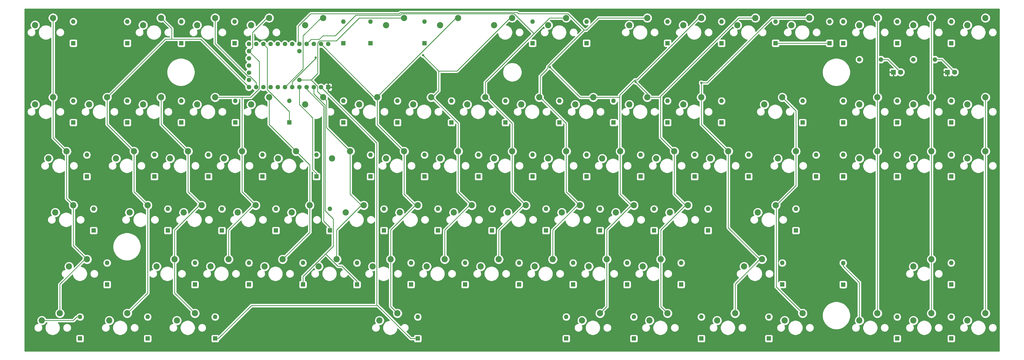
<source format=gbl>
G04 #@! TF.GenerationSoftware,KiCad,Pcbnew,(5.1.4)-1*
G04 #@! TF.CreationDate,2019-11-16T22:40:45+09:00*
G04 #@! TF.ProjectId,yurei,79757265-692e-46b6-9963-61645f706362,1.0*
G04 #@! TF.SameCoordinates,Original*
G04 #@! TF.FileFunction,Copper,L2,Bot*
G04 #@! TF.FilePolarity,Positive*
%FSLAX46Y46*%
G04 Gerber Fmt 4.6, Leading zero omitted, Abs format (unit mm)*
G04 Created by KiCad (PCBNEW (5.1.4)-1) date 2019-11-16 22:40:45*
%MOMM*%
%LPD*%
G04 APERTURE LIST*
%ADD10C,1.600000*%
%ADD11R,1.600000X1.600000*%
%ADD12C,2.200000*%
%ADD13O,1.600000X1.600000*%
%ADD14C,1.800000*%
%ADD15R,1.800000X1.800000*%
%ADD16C,0.800000*%
%ADD17C,0.250000*%
%ADD18C,0.254000*%
G04 APERTURE END LIST*
D10*
X134779000Y-88582500D03*
X134779000Y-98742500D03*
X144939000Y-86042500D03*
X142399000Y-86042500D03*
X139859000Y-86042500D03*
X137319000Y-86042500D03*
X134779000Y-86042500D03*
X132239000Y-86042500D03*
X129699000Y-86042500D03*
X127159000Y-86042500D03*
X124619000Y-86042500D03*
X122079000Y-86042500D03*
X119539000Y-86042500D03*
X116999000Y-86042500D03*
X116999000Y-88582500D03*
X116999000Y-91122500D03*
X116999000Y-96202500D03*
X116999000Y-98742500D03*
X116999000Y-101282500D03*
X119539000Y-101282500D03*
X122079000Y-101282500D03*
X124619000Y-101282500D03*
X127159000Y-101282500D03*
X129699000Y-101282500D03*
X132239000Y-101282500D03*
X134779000Y-101282500D03*
X137319000Y-101282500D03*
X139859000Y-101282500D03*
X142399000Y-101282500D03*
D11*
X144939000Y-101282500D03*
D10*
X116999000Y-93662500D03*
D12*
X370399000Y-183588000D03*
X376749000Y-181048000D03*
X351349000Y-183588000D03*
X357699000Y-181048000D03*
X332299000Y-183588000D03*
X338649000Y-181048000D03*
X305915000Y-183588000D03*
X312265000Y-181048000D03*
X282102000Y-183588000D03*
X288452000Y-181048000D03*
X258290000Y-183588000D03*
X264640000Y-181048000D03*
X234477000Y-183588000D03*
X240827000Y-181048000D03*
X163040000Y-183588000D03*
X169390000Y-181048000D03*
X91602200Y-183588000D03*
X97952200Y-181048000D03*
X67789800Y-183588000D03*
X74139800Y-181048000D03*
X43977200Y-183588000D03*
X50327200Y-181048000D03*
X351349000Y-164538000D03*
X357699000Y-161998000D03*
X291628000Y-164538000D03*
X297978000Y-161998000D03*
X255909000Y-164538000D03*
X262259000Y-161998000D03*
X236859000Y-164538000D03*
X243209000Y-161998000D03*
X217809000Y-164538000D03*
X224159000Y-161998000D03*
X198759000Y-164538000D03*
X205109000Y-161998000D03*
X179709000Y-164538000D03*
X186059000Y-161998000D03*
X160659000Y-164538000D03*
X167009000Y-161998000D03*
X141609000Y-164538000D03*
X147959000Y-161998000D03*
X122559000Y-164538000D03*
X128909000Y-161998000D03*
X103509000Y-164538000D03*
X109859000Y-161998000D03*
X84458800Y-164538000D03*
X90808800Y-161998000D03*
X53576800Y-164538000D03*
X59926800Y-161998000D03*
X296464000Y-145488000D03*
X302814000Y-142948000D03*
X265434000Y-145488000D03*
X271784000Y-142948000D03*
X246384000Y-145488000D03*
X252734000Y-142948000D03*
X227334000Y-145488000D03*
X233684000Y-142948000D03*
X208284000Y-145488000D03*
X214634000Y-142948000D03*
X189234000Y-145488000D03*
X195584000Y-142948000D03*
X170184000Y-145488000D03*
X176534000Y-142948000D03*
X151134000Y-145488000D03*
X157484000Y-142948000D03*
X132084000Y-145488000D03*
X138434000Y-142948000D03*
X113034000Y-145488000D03*
X119384000Y-142948000D03*
X93984000Y-145488000D03*
X100334000Y-142948000D03*
X74933800Y-145488000D03*
X81283800Y-142948000D03*
X48740200Y-145488000D03*
X55090200Y-142948000D03*
X370399000Y-126438000D03*
X376749000Y-123898000D03*
X351349000Y-126438000D03*
X357699000Y-123898000D03*
X332299000Y-126438000D03*
X338649000Y-123898000D03*
X303534000Y-126438000D03*
X309884000Y-123898000D03*
X279721000Y-126438000D03*
X286071000Y-123898000D03*
X260671000Y-126438000D03*
X267021000Y-123898000D03*
X241621000Y-126438000D03*
X247971000Y-123898000D03*
X222571000Y-126438000D03*
X228921000Y-123898000D03*
X203521000Y-126438000D03*
X209871000Y-123898000D03*
X184471000Y-126438000D03*
X190821000Y-123898000D03*
X165421000Y-126438000D03*
X171771000Y-123898000D03*
X146371000Y-126438000D03*
X152721000Y-123898000D03*
X127321000Y-126438000D03*
X133671000Y-123898000D03*
X108271000Y-126438000D03*
X114621000Y-123898000D03*
X89221200Y-126438000D03*
X95571200Y-123898000D03*
X70171200Y-126438000D03*
X76521200Y-123898000D03*
X46359200Y-126438000D03*
X52709200Y-123898000D03*
X370399000Y-107388000D03*
X376749000Y-104848000D03*
X351349000Y-107388000D03*
X357699000Y-104848000D03*
X332299000Y-107388000D03*
X338649000Y-104848000D03*
X298771000Y-107388000D03*
X305121000Y-104848000D03*
X270196000Y-107388000D03*
X276546000Y-104848000D03*
X251146000Y-107388000D03*
X257496000Y-104848000D03*
X232096000Y-107388000D03*
X238446000Y-104848000D03*
X213046000Y-107388000D03*
X219396000Y-104848000D03*
X193996000Y-107388000D03*
X200346000Y-104848000D03*
X174946000Y-107388000D03*
X181296000Y-104848000D03*
X155896000Y-107388000D03*
X162246000Y-104848000D03*
X136846000Y-107388000D03*
X143196000Y-104848000D03*
X117796000Y-107388000D03*
X124146000Y-104848000D03*
X98746000Y-107388000D03*
X105096000Y-104848000D03*
X79696200Y-107388000D03*
X86046200Y-104848000D03*
X60646200Y-107388000D03*
X66996200Y-104848000D03*
X41596200Y-107388000D03*
X47946200Y-104848000D03*
X370399000Y-79385000D03*
X376749000Y-76845000D03*
X351349000Y-79385000D03*
X357699000Y-76845000D03*
X332299000Y-79385000D03*
X338649000Y-76845000D03*
X308296000Y-79385000D03*
X314646000Y-76845000D03*
X289246000Y-79385000D03*
X295596000Y-76845000D03*
X270196000Y-79385000D03*
X276546000Y-76845000D03*
X251146000Y-79385000D03*
X257496000Y-76845000D03*
X222571000Y-79385000D03*
X228921000Y-76845000D03*
X203521000Y-79385000D03*
X209871000Y-76845000D03*
X184471000Y-79385000D03*
X190821000Y-76845000D03*
X165421000Y-79385000D03*
X171771000Y-76845000D03*
X136846000Y-79385000D03*
X143196000Y-76845000D03*
X117796000Y-79385000D03*
X124146000Y-76845000D03*
X98746000Y-79385000D03*
X105096000Y-76845000D03*
X79696200Y-79385000D03*
X86046200Y-76845000D03*
X41596200Y-79385000D03*
X47946200Y-76845000D03*
D13*
X358969000Y-91500000D03*
D10*
X351349000Y-91500000D03*
D13*
X339919000Y-91500000D03*
D10*
X332299000Y-91500000D03*
D14*
X365899000Y-95975000D03*
D15*
X363359000Y-95975000D03*
D14*
X346849000Y-95975000D03*
D15*
X344309000Y-95975000D03*
D13*
X364652000Y-182318000D03*
D11*
X364652000Y-189938000D03*
D13*
X345602000Y-182318000D03*
D11*
X345602000Y-189938000D03*
D13*
X326552000Y-163280000D03*
D11*
X326552000Y-170900000D03*
D13*
X300359000Y-182318000D03*
D11*
X300359000Y-189938000D03*
D13*
X276546000Y-182318000D03*
D11*
X276546000Y-189938000D03*
D13*
X252734000Y-182318000D03*
D11*
X252734000Y-189938000D03*
D13*
X228921000Y-182318000D03*
D11*
X228921000Y-189938000D03*
D13*
X176534000Y-182318000D03*
D11*
X176534000Y-189938000D03*
D13*
X105096000Y-182318000D03*
D11*
X105096000Y-189938000D03*
D13*
X81283800Y-182318000D03*
D11*
X81283800Y-189938000D03*
D13*
X57471200Y-182318000D03*
D11*
X57471200Y-189938000D03*
D13*
X364652000Y-163268000D03*
D11*
X364652000Y-170888000D03*
D13*
X305121000Y-163268000D03*
D11*
X305121000Y-170888000D03*
D13*
X269402000Y-163268000D03*
D11*
X269402000Y-170888000D03*
D13*
X250352000Y-163268000D03*
D11*
X250352000Y-170888000D03*
D13*
X231302000Y-163268000D03*
D11*
X231302000Y-170888000D03*
D13*
X212252000Y-163268000D03*
D11*
X212252000Y-170888000D03*
D13*
X193202000Y-163268000D03*
D11*
X193202000Y-170888000D03*
D13*
X174152000Y-163268000D03*
D11*
X174152000Y-170888000D03*
D13*
X155102000Y-163268000D03*
D11*
X155102000Y-170888000D03*
D13*
X136052000Y-163268000D03*
D11*
X136052000Y-170888000D03*
D13*
X117002000Y-163268000D03*
D11*
X117002000Y-170888000D03*
D13*
X97952500Y-163268000D03*
D11*
X97952500Y-170888000D03*
D13*
X66996200Y-163268000D03*
D11*
X66996200Y-170888000D03*
D13*
X309884000Y-144218000D03*
D11*
X309884000Y-151838000D03*
D13*
X278928000Y-144218000D03*
D11*
X278928000Y-151838000D03*
D13*
X259878000Y-144218000D03*
D11*
X259878000Y-151838000D03*
D13*
X240828000Y-144218000D03*
D11*
X240828000Y-151838000D03*
D13*
X221778000Y-144218000D03*
D11*
X221778000Y-151838000D03*
D13*
X202728000Y-144218000D03*
D11*
X202728000Y-151838000D03*
D13*
X183678000Y-144218000D03*
D11*
X183678000Y-151838000D03*
D13*
X164628000Y-144218000D03*
D11*
X164628000Y-151838000D03*
D13*
X145578000Y-144218000D03*
D11*
X145578000Y-151838000D03*
D13*
X126528000Y-144218000D03*
D11*
X126528000Y-151838000D03*
D13*
X107478000Y-144218000D03*
D11*
X107478000Y-151838000D03*
D13*
X88427500Y-144218000D03*
D11*
X88427500Y-151838000D03*
D13*
X62233800Y-144218000D03*
D11*
X62233800Y-151838000D03*
D13*
X364652000Y-125168000D03*
D11*
X364652000Y-132788000D03*
D13*
X345602000Y-125168000D03*
D11*
X345602000Y-132788000D03*
D13*
X326552000Y-125168000D03*
D11*
X326552000Y-132788000D03*
D13*
X317028000Y-125168000D03*
D11*
X317028000Y-132788000D03*
D13*
X293215000Y-125168000D03*
D11*
X293215000Y-132788000D03*
D13*
X274165000Y-125168000D03*
D11*
X274165000Y-132788000D03*
D13*
X255115000Y-125168000D03*
D11*
X255115000Y-132788000D03*
D13*
X236065000Y-125168000D03*
D11*
X236065000Y-132788000D03*
D13*
X217015000Y-125168000D03*
D11*
X217015000Y-132788000D03*
D13*
X197965000Y-125168000D03*
D11*
X197965000Y-132788000D03*
D13*
X178915000Y-125168000D03*
D11*
X178915000Y-132788000D03*
D13*
X159865000Y-125168000D03*
D11*
X159865000Y-132788000D03*
D13*
X140815000Y-125168000D03*
D11*
X140815000Y-132788000D03*
D13*
X121765000Y-125168000D03*
D11*
X121765000Y-132788000D03*
D13*
X102715000Y-125168000D03*
D11*
X102715000Y-132788000D03*
D13*
X83665000Y-125168000D03*
D11*
X83665000Y-132788000D03*
D13*
X59852500Y-125168000D03*
D11*
X59852500Y-132788000D03*
D13*
X364652000Y-106118000D03*
D11*
X364652000Y-113738000D03*
D13*
X345602000Y-106118000D03*
D11*
X345602000Y-113738000D03*
D13*
X326552000Y-106118000D03*
D11*
X326552000Y-113738000D03*
D13*
X312265000Y-106118000D03*
D11*
X312265000Y-113738000D03*
D13*
X283690000Y-106118000D03*
D11*
X283690000Y-113738000D03*
D13*
X264640000Y-106118000D03*
D11*
X264640000Y-113738000D03*
D13*
X245590000Y-106118000D03*
D11*
X245590000Y-113738000D03*
D13*
X226540000Y-106118000D03*
D11*
X226540000Y-113738000D03*
D13*
X207490000Y-106118000D03*
D11*
X207490000Y-113738000D03*
D13*
X188440000Y-106118000D03*
D11*
X188440000Y-113738000D03*
D13*
X169390000Y-106118000D03*
D11*
X169390000Y-113738000D03*
D13*
X150340000Y-106118000D03*
D11*
X150340000Y-113738000D03*
D13*
X131290000Y-106118000D03*
D11*
X131290000Y-113738000D03*
D13*
X112240000Y-106118000D03*
D11*
X112240000Y-113738000D03*
D13*
X93190000Y-106118000D03*
D11*
X93190000Y-113738000D03*
D13*
X74140000Y-106118000D03*
D11*
X74140000Y-113738000D03*
D13*
X55090000Y-106118000D03*
D11*
X55090000Y-113738000D03*
D13*
X364652000Y-78115000D03*
D11*
X364652000Y-85735000D03*
D13*
X345602000Y-78115000D03*
D11*
X345602000Y-85735000D03*
D13*
X326552000Y-78115000D03*
D11*
X326552000Y-85735000D03*
D13*
X321790000Y-78115000D03*
D11*
X321790000Y-85735000D03*
D13*
X302740000Y-78115000D03*
D11*
X302740000Y-85735000D03*
D13*
X283690000Y-78115000D03*
D11*
X283690000Y-85735000D03*
D13*
X264640000Y-78115000D03*
D11*
X264640000Y-85735000D03*
D13*
X236065000Y-78115000D03*
D11*
X236065000Y-85735000D03*
D13*
X217015000Y-78115000D03*
D11*
X217015000Y-85735000D03*
D13*
X178915000Y-78115000D03*
D11*
X178915000Y-85735000D03*
D13*
X159865000Y-78115000D03*
D11*
X159865000Y-85735000D03*
D13*
X150340000Y-78115000D03*
D11*
X150340000Y-85735000D03*
D13*
X111919000Y-78115000D03*
D11*
X111919000Y-85735000D03*
D13*
X93190000Y-78115000D03*
D11*
X93190000Y-85735000D03*
D13*
X74140000Y-78115000D03*
D11*
X74140000Y-85735000D03*
D13*
X55090000Y-78115000D03*
D11*
X55090000Y-85735000D03*
D16*
X154111800Y-100591500D03*
X140552500Y-90820600D03*
X178413300Y-90027600D03*
X223161400Y-94210700D03*
X253363500Y-99415900D03*
X276546000Y-99749400D03*
D17*
X302740000Y-85735000D02*
X321790000Y-85735000D01*
X131290000Y-113738000D02*
X131290000Y-109907300D01*
X131290000Y-109907300D02*
X123493600Y-102110900D01*
X123493600Y-102110900D02*
X123493600Y-87457100D01*
X123493600Y-87457100D02*
X122079000Y-86042500D01*
X134779000Y-101282500D02*
X134779000Y-107377200D01*
X134779000Y-107377200D02*
X139503100Y-112101300D01*
X139503100Y-112101300D02*
X139503100Y-130350800D01*
X139503100Y-130350800D02*
X140815000Y-131662700D01*
X140815000Y-132788000D02*
X140815000Y-131662700D01*
X137319000Y-101282500D02*
X137319000Y-101919300D01*
X137319000Y-101919300D02*
X143389700Y-107990000D01*
X143389700Y-107990000D02*
X143389700Y-148524400D01*
X143389700Y-148524400D02*
X145578000Y-150712700D01*
X145578000Y-151838000D02*
X145578000Y-150712700D01*
X144011000Y-160074600D02*
X136052000Y-168033600D01*
X136052000Y-168033600D02*
X136052000Y-170888000D01*
X139859000Y-101282500D02*
X139859000Y-103583600D01*
X139859000Y-103583600D02*
X143840100Y-107564700D01*
X143840100Y-107564700D02*
X143840100Y-144838700D01*
X143840100Y-144838700D02*
X146716600Y-147715200D01*
X146716600Y-147715200D02*
X146716600Y-157369000D01*
X146716600Y-157369000D02*
X144011000Y-160074600D01*
X144011000Y-160074600D02*
X148366300Y-164430000D01*
X148366300Y-164430000D02*
X149769300Y-164430000D01*
X149769300Y-164430000D02*
X155102000Y-169762700D01*
X155102000Y-170888000D02*
X155102000Y-169762700D01*
X57471200Y-182318000D02*
X56345900Y-182318000D01*
X56345900Y-182318000D02*
X55075900Y-183588000D01*
X55075900Y-183588000D02*
X43977200Y-183588000D01*
X105096000Y-189938000D02*
X106221300Y-189938000D01*
X162085800Y-178264500D02*
X162368900Y-178264500D01*
X162368900Y-178264500D02*
X174042400Y-189938000D01*
X174042400Y-189938000D02*
X176534000Y-189938000D01*
X106221300Y-189938000D02*
X117894800Y-178264500D01*
X117894800Y-178264500D02*
X162085800Y-178264500D01*
X142399000Y-101282500D02*
X162085800Y-120969300D01*
X162085800Y-120969300D02*
X162085800Y-178264500D01*
X326552000Y-163280000D02*
X326552000Y-164405300D01*
X326552000Y-164405300D02*
X332299000Y-170152300D01*
X332299000Y-170152300D02*
X332299000Y-183588000D01*
X346849000Y-95975000D02*
X342374000Y-91500000D01*
X342374000Y-91500000D02*
X339919000Y-91500000D01*
X146064300Y-101282500D02*
X146755300Y-100591500D01*
X146755300Y-100591500D02*
X154111800Y-100591500D01*
X144939000Y-101282500D02*
X146064300Y-101282500D01*
X365899000Y-95975000D02*
X361424000Y-91500000D01*
X361424000Y-91500000D02*
X358969000Y-91500000D01*
X132239000Y-101282500D02*
X132239000Y-99410300D01*
X132239000Y-99410300D02*
X140552500Y-91096800D01*
X140552500Y-91096800D02*
X140552500Y-90820600D01*
X59529500Y-161600700D02*
X59926800Y-161998000D01*
X55090200Y-142948000D02*
X55090200Y-157161400D01*
X55090200Y-157161400D02*
X59529500Y-161600700D01*
X59529500Y-161600700D02*
X50327200Y-170803000D01*
X50327200Y-170803000D02*
X50327200Y-181048000D01*
X52709200Y-123898000D02*
X52709200Y-140567000D01*
X52709200Y-140567000D02*
X55090200Y-142948000D01*
X47946200Y-76845000D02*
X47946200Y-104848000D01*
X52709200Y-123898000D02*
X47946200Y-119135000D01*
X47946200Y-119135000D02*
X47946200Y-104848000D01*
X89783600Y-84295600D02*
X87548600Y-84295600D01*
X87548600Y-84295600D02*
X66996200Y-104848000D01*
X116999000Y-101282500D02*
X100012100Y-84295600D01*
X100012100Y-84295600D02*
X89783600Y-84295600D01*
X86046200Y-76845000D02*
X89783600Y-80582400D01*
X89783600Y-80582400D02*
X89783600Y-84295600D01*
X76521200Y-123898000D02*
X66996200Y-114373000D01*
X66996200Y-114373000D02*
X66996200Y-104848000D01*
X76521200Y-123898000D02*
X76521200Y-138185400D01*
X76521200Y-138185400D02*
X81283800Y-142948000D01*
X74139800Y-181048000D02*
X81283800Y-173904000D01*
X81283800Y-173904000D02*
X81283800Y-142948000D01*
X90808800Y-161998000D02*
X90808800Y-151724600D01*
X90808800Y-151724600D02*
X99585400Y-142948000D01*
X99585400Y-142948000D02*
X100334000Y-142948000D01*
X97952200Y-181048000D02*
X90808800Y-173904600D01*
X90808800Y-173904600D02*
X90808800Y-161998000D01*
X100334000Y-142948000D02*
X95571200Y-138185200D01*
X95571200Y-138185200D02*
X95571200Y-123898000D01*
X86046200Y-104848000D02*
X86046200Y-114373000D01*
X86046200Y-114373000D02*
X95571200Y-123898000D01*
X105096000Y-76845000D02*
X105096000Y-85907700D01*
X105096000Y-85907700D02*
X116660800Y-97472500D01*
X116660800Y-97472500D02*
X117392600Y-97472500D01*
X117392600Y-97472500D02*
X119539000Y-99618900D01*
X119539000Y-99618900D02*
X119539000Y-101282500D01*
X118977200Y-142541200D02*
X114621000Y-138185000D01*
X114621000Y-138185000D02*
X114621000Y-123898000D01*
X119384000Y-142948000D02*
X118977200Y-142541200D01*
X118977200Y-142541200D02*
X109859000Y-151659400D01*
X109859000Y-151659400D02*
X109859000Y-161998000D01*
X114621000Y-104848000D02*
X105096000Y-104848000D01*
X116999000Y-88582500D02*
X120676900Y-92260400D01*
X120676900Y-92260400D02*
X120676900Y-101798000D01*
X120676900Y-101798000D02*
X117626900Y-104848000D01*
X117626900Y-104848000D02*
X114621000Y-104848000D01*
X114621000Y-104848000D02*
X114621000Y-123898000D01*
X124146000Y-76845000D02*
X123361100Y-76845000D01*
X123361100Y-76845000D02*
X118269000Y-81937100D01*
X118269000Y-81937100D02*
X118269000Y-87312500D01*
X118269000Y-87312500D02*
X116999000Y-88582500D01*
X129699000Y-101282500D02*
X136128700Y-94852800D01*
X136128700Y-94852800D02*
X136128700Y-83130500D01*
X136128700Y-83130500D02*
X142414200Y-76845000D01*
X142414200Y-76845000D02*
X143196000Y-76845000D01*
X128909000Y-161998000D02*
X138434000Y-152473000D01*
X138434000Y-152473000D02*
X138434000Y-142948000D01*
X133671000Y-123898000D02*
X124146000Y-114373000D01*
X124146000Y-114373000D02*
X124146000Y-104848000D01*
X133671000Y-123898000D02*
X138434000Y-128661000D01*
X138434000Y-128661000D02*
X138434000Y-142948000D01*
X171771000Y-76845000D02*
X155920400Y-76845000D01*
X155920400Y-76845000D02*
X147881200Y-84884200D01*
X147881200Y-84884200D02*
X141920600Y-84884200D01*
X141920600Y-84884200D02*
X141227900Y-85576900D01*
X141227900Y-85576900D02*
X141227900Y-89390000D01*
X141227900Y-89390000D02*
X141285800Y-89447900D01*
X141285800Y-89447900D02*
X141285800Y-96415900D01*
X141285800Y-96415900D02*
X138959200Y-98742500D01*
X152721000Y-123898000D02*
X152721000Y-138998800D01*
X152721000Y-138998800D02*
X156670200Y-142948000D01*
X143196000Y-104848000D02*
X144373800Y-106025800D01*
X144373800Y-106025800D02*
X144373800Y-115550800D01*
X144373800Y-115550800D02*
X152721000Y-123898000D01*
X156670200Y-142948000D02*
X157484000Y-142948000D01*
X147959000Y-161998000D02*
X147959000Y-151659200D01*
X147959000Y-151659200D02*
X156670200Y-142948000D01*
X138959200Y-98742500D02*
X141129000Y-100912300D01*
X141129000Y-100912300D02*
X141129000Y-102781000D01*
X141129000Y-102781000D02*
X143196000Y-104848000D01*
X134779000Y-98742500D02*
X138959200Y-98742500D01*
X169390000Y-181048000D02*
X167009000Y-178667000D01*
X167009000Y-178667000D02*
X167009000Y-161998000D01*
X162246000Y-104652000D02*
X162246000Y-104848000D01*
X190821000Y-76845000D02*
X190053000Y-76845000D01*
X190053000Y-76845000D02*
X162246000Y-104652000D01*
X162246000Y-104652000D02*
X161008500Y-104652000D01*
X161008500Y-104652000D02*
X142399000Y-86042500D01*
X171771000Y-123898000D02*
X162246000Y-114373000D01*
X162246000Y-114373000D02*
X162246000Y-104848000D01*
X171771000Y-123898000D02*
X171771000Y-138998800D01*
X171771000Y-138998800D02*
X175720200Y-142948000D01*
X175720200Y-142948000D02*
X176534000Y-142948000D01*
X167009000Y-161998000D02*
X167009000Y-151659200D01*
X167009000Y-151659200D02*
X175720200Y-142948000D01*
X183950100Y-95564400D02*
X178413300Y-90027600D01*
X209871000Y-76845000D02*
X209103100Y-76845000D01*
X209103100Y-76845000D02*
X190383700Y-95564400D01*
X190383700Y-95564400D02*
X183950100Y-95564400D01*
X183950100Y-95564400D02*
X183950100Y-102519400D01*
X183950100Y-102519400D02*
X181621500Y-104848000D01*
X181621500Y-104848000D02*
X181296000Y-104848000D01*
X190821000Y-123898000D02*
X190821000Y-114047500D01*
X190821000Y-114047500D02*
X181621500Y-104848000D01*
X195177200Y-142541200D02*
X195584000Y-142948000D01*
X190821000Y-123898000D02*
X190821000Y-138185000D01*
X190821000Y-138185000D02*
X195177200Y-142541200D01*
X195177200Y-142541200D02*
X186059000Y-151659400D01*
X186059000Y-151659400D02*
X186059000Y-161998000D01*
X217504100Y-82378700D02*
X223037800Y-76845000D01*
X223037800Y-76845000D02*
X228921000Y-76845000D01*
X200346000Y-104848000D02*
X200346000Y-99536800D01*
X200346000Y-99536800D02*
X217504100Y-82378700D01*
X217504100Y-82378700D02*
X210493200Y-75367900D01*
X210493200Y-75367900D02*
X170796000Y-75367900D01*
X170796000Y-75367900D02*
X170345600Y-75818300D01*
X170345600Y-75818300D02*
X154741700Y-75818300D01*
X154741700Y-75818300D02*
X147459600Y-83100400D01*
X147459600Y-83100400D02*
X143112000Y-83100400D01*
X143112000Y-83100400D02*
X141778600Y-84433800D01*
X141778600Y-84433800D02*
X138927700Y-84433800D01*
X138927700Y-84433800D02*
X137319000Y-86042500D01*
X214227200Y-142541200D02*
X214634000Y-142948000D01*
X209871000Y-123898000D02*
X209871000Y-138185000D01*
X209871000Y-138185000D02*
X214227200Y-142541200D01*
X214227200Y-142541200D02*
X205109000Y-151659400D01*
X205109000Y-151659400D02*
X205109000Y-161998000D01*
X200346000Y-104848000D02*
X200671500Y-104848000D01*
X200671500Y-104848000D02*
X209871000Y-114047500D01*
X209871000Y-114047500D02*
X209871000Y-123898000D01*
X235225000Y-81121400D02*
X229471400Y-75367900D01*
X229471400Y-75367900D02*
X212066200Y-75367900D01*
X212066200Y-75367900D02*
X211615900Y-74917600D01*
X211615900Y-74917600D02*
X170384100Y-74917600D01*
X170384100Y-74917600D02*
X169933800Y-75367900D01*
X169933800Y-75367900D02*
X138783600Y-75367900D01*
X138783600Y-75367900D02*
X134392200Y-79759300D01*
X134392200Y-79759300D02*
X134392200Y-85655700D01*
X134392200Y-85655700D02*
X134779000Y-86042500D01*
X257496000Y-76845000D02*
X240272800Y-76845000D01*
X240272800Y-76845000D02*
X235996300Y-81121500D01*
X235996300Y-81121500D02*
X235225000Y-81121500D01*
X235225000Y-81121500D02*
X235225000Y-81121400D01*
X235225000Y-81121400D02*
X222436100Y-93910300D01*
X222436100Y-93910300D02*
X222436100Y-94385700D01*
X222436100Y-94385700D02*
X222143000Y-94678800D01*
X222143000Y-94678800D02*
X222143000Y-94974800D01*
X222143000Y-94974800D02*
X219721500Y-97396300D01*
X219721500Y-97396300D02*
X219721500Y-104848000D01*
X219721500Y-104848000D02*
X228921000Y-114047500D01*
X228921000Y-114047500D02*
X228921000Y-123898000D01*
X219396000Y-104848000D02*
X219721500Y-104848000D01*
X233277200Y-142541200D02*
X233684000Y-142948000D01*
X228921000Y-123898000D02*
X228921000Y-138185000D01*
X228921000Y-138185000D02*
X233277200Y-142541200D01*
X233277200Y-142541200D02*
X224159000Y-151659400D01*
X224159000Y-151659400D02*
X224159000Y-161998000D01*
X276546000Y-76845000D02*
X275740600Y-76845000D01*
X275740600Y-76845000D02*
X253895000Y-98690600D01*
X253895000Y-98690600D02*
X253063100Y-98690600D01*
X253063100Y-98690600D02*
X247737600Y-104016100D01*
X247737600Y-104016100D02*
X247737600Y-104848000D01*
X238446000Y-104848000D02*
X233798700Y-104848000D01*
X233798700Y-104848000D02*
X223161400Y-94210700D01*
X247737600Y-104848000D02*
X238446000Y-104848000D01*
X247971000Y-123898000D02*
X247971000Y-138998800D01*
X247971000Y-138998800D02*
X251920200Y-142948000D01*
X247737600Y-104848000D02*
X247737600Y-123664600D01*
X247737600Y-123664600D02*
X247971000Y-123898000D01*
X251920200Y-142948000D02*
X252734000Y-142948000D01*
X243209000Y-161998000D02*
X243209000Y-151659200D01*
X243209000Y-151659200D02*
X251920200Y-142948000D01*
X240827000Y-181048000D02*
X243209000Y-178666000D01*
X243209000Y-178666000D02*
X243209000Y-161998000D01*
X257496000Y-104848000D02*
X257496000Y-103548400D01*
X257496000Y-103548400D02*
X253363500Y-99415900D01*
X262121400Y-104848000D02*
X257496000Y-104848000D01*
X262121400Y-104848000D02*
X262121400Y-118998400D01*
X262121400Y-118998400D02*
X267021000Y-123898000D01*
X295596000Y-76845000D02*
X289723700Y-76845000D01*
X289723700Y-76845000D02*
X262121400Y-104447300D01*
X262121400Y-104447300D02*
X262121400Y-104848000D01*
X270970200Y-142948000D02*
X271784000Y-142948000D01*
X262259000Y-161998000D02*
X262259000Y-151659200D01*
X262259000Y-151659200D02*
X270970200Y-142948000D01*
X267021000Y-123898000D02*
X267021000Y-138998800D01*
X267021000Y-138998800D02*
X270970200Y-142948000D01*
X264640000Y-181048000D02*
X262259000Y-178667000D01*
X262259000Y-178667000D02*
X262259000Y-161998000D01*
X297210000Y-161998000D02*
X288452000Y-170756000D01*
X288452000Y-170756000D02*
X288452000Y-181048000D01*
X297978000Y-161998000D02*
X297210000Y-161998000D01*
X297210000Y-161998000D02*
X286071000Y-150859000D01*
X286071000Y-150859000D02*
X286071000Y-123898000D01*
X276546000Y-99749400D02*
X278605300Y-99749400D01*
X278605300Y-99749400D02*
X301509700Y-76845000D01*
X301509700Y-76845000D02*
X314646000Y-76845000D01*
X276546000Y-104848000D02*
X276546000Y-99749400D01*
X286071000Y-123898000D02*
X276546000Y-114373000D01*
X276546000Y-114373000D02*
X276546000Y-104848000D01*
X338649000Y-123898000D02*
X338649000Y-181048000D01*
X338649000Y-104848000D02*
X338649000Y-123898000D01*
X338649000Y-76845000D02*
X338649000Y-104848000D01*
X357699000Y-161998000D02*
X357699000Y-181048000D01*
X357699000Y-123898000D02*
X357699000Y-161998000D01*
X357699000Y-104848000D02*
X357699000Y-123898000D01*
X357699000Y-76845000D02*
X357699000Y-104848000D01*
X376749000Y-123898000D02*
X376749000Y-181048000D01*
X376749000Y-104848000D02*
X376749000Y-123898000D01*
X302935200Y-142948000D02*
X302935200Y-171718200D01*
X302935200Y-171718200D02*
X312265000Y-181048000D01*
X309884000Y-123898000D02*
X309884000Y-135999200D01*
X309884000Y-135999200D02*
X302935200Y-142948000D01*
X302935200Y-142948000D02*
X302814000Y-142948000D01*
X305121000Y-104848000D02*
X309884000Y-109611000D01*
X309884000Y-109611000D02*
X309884000Y-123898000D01*
D18*
G36*
X381646251Y-194365000D02*
G01*
X37966250Y-194365000D01*
X37966250Y-189138000D01*
X56033128Y-189138000D01*
X56033128Y-190738000D01*
X56045388Y-190862482D01*
X56081698Y-190982180D01*
X56140663Y-191092494D01*
X56220015Y-191189185D01*
X56316706Y-191268537D01*
X56427020Y-191327502D01*
X56546718Y-191363812D01*
X56671200Y-191376072D01*
X58271200Y-191376072D01*
X58395682Y-191363812D01*
X58515380Y-191327502D01*
X58625694Y-191268537D01*
X58722385Y-191189185D01*
X58801737Y-191092494D01*
X58860702Y-190982180D01*
X58897012Y-190862482D01*
X58909272Y-190738000D01*
X58909272Y-189138000D01*
X79845728Y-189138000D01*
X79845728Y-190738000D01*
X79857988Y-190862482D01*
X79894298Y-190982180D01*
X79953263Y-191092494D01*
X80032615Y-191189185D01*
X80129306Y-191268537D01*
X80239620Y-191327502D01*
X80359318Y-191363812D01*
X80483800Y-191376072D01*
X82083800Y-191376072D01*
X82208282Y-191363812D01*
X82327980Y-191327502D01*
X82438294Y-191268537D01*
X82534985Y-191189185D01*
X82614337Y-191092494D01*
X82673302Y-190982180D01*
X82709612Y-190862482D01*
X82721872Y-190738000D01*
X82721872Y-189138000D01*
X82709612Y-189013518D01*
X82673302Y-188893820D01*
X82614337Y-188783506D01*
X82534985Y-188686815D01*
X82438294Y-188607463D01*
X82327980Y-188548498D01*
X82208282Y-188512188D01*
X82083800Y-188499928D01*
X80483800Y-188499928D01*
X80359318Y-188512188D01*
X80239620Y-188548498D01*
X80129306Y-188607463D01*
X80032615Y-188686815D01*
X79953263Y-188783506D01*
X79894298Y-188893820D01*
X79857988Y-189013518D01*
X79845728Y-189138000D01*
X58909272Y-189138000D01*
X58897012Y-189013518D01*
X58860702Y-188893820D01*
X58801737Y-188783506D01*
X58722385Y-188686815D01*
X58625694Y-188607463D01*
X58515380Y-188548498D01*
X58395682Y-188512188D01*
X58271200Y-188499928D01*
X56671200Y-188499928D01*
X56546718Y-188512188D01*
X56427020Y-188548498D01*
X56316706Y-188607463D01*
X56220015Y-188686815D01*
X56140663Y-188783506D01*
X56081698Y-188893820D01*
X56045388Y-189013518D01*
X56033128Y-189138000D01*
X37966250Y-189138000D01*
X37966250Y-185981740D01*
X41222200Y-185981740D01*
X41222200Y-186274260D01*
X41279268Y-186561158D01*
X41391210Y-186831411D01*
X41553725Y-187074632D01*
X41760568Y-187281475D01*
X42003789Y-187443990D01*
X42274042Y-187555932D01*
X42560940Y-187613000D01*
X42853460Y-187613000D01*
X43140358Y-187555932D01*
X43410611Y-187443990D01*
X43653832Y-187281475D01*
X43860675Y-187074632D01*
X44023190Y-186831411D01*
X44135132Y-186561158D01*
X44192200Y-186274260D01*
X44192200Y-185981740D01*
X44135132Y-185694842D01*
X44023190Y-185424589D01*
X43955310Y-185323000D01*
X44148083Y-185323000D01*
X44483281Y-185256325D01*
X44799031Y-185125537D01*
X45083198Y-184935663D01*
X45324863Y-184693998D01*
X45514737Y-184409831D01*
X45540348Y-184348000D01*
X45840747Y-184348000D01*
X45740462Y-184448285D01*
X45452093Y-184879859D01*
X45253461Y-185359399D01*
X45152200Y-185868475D01*
X45152200Y-186387525D01*
X45253461Y-186896601D01*
X45452093Y-187376141D01*
X45740462Y-187807715D01*
X46107485Y-188174738D01*
X46539059Y-188463107D01*
X47018599Y-188661739D01*
X47527675Y-188763000D01*
X48046725Y-188763000D01*
X48555801Y-188661739D01*
X49035341Y-188463107D01*
X49466915Y-188174738D01*
X49833938Y-187807715D01*
X50122307Y-187376141D01*
X50320939Y-186896601D01*
X50422200Y-186387525D01*
X50422200Y-185981740D01*
X51382200Y-185981740D01*
X51382200Y-186274260D01*
X51439268Y-186561158D01*
X51551210Y-186831411D01*
X51713725Y-187074632D01*
X51920568Y-187281475D01*
X52163789Y-187443990D01*
X52434042Y-187555932D01*
X52720940Y-187613000D01*
X53013460Y-187613000D01*
X53300358Y-187555932D01*
X53570611Y-187443990D01*
X53813832Y-187281475D01*
X54020675Y-187074632D01*
X54183190Y-186831411D01*
X54295132Y-186561158D01*
X54352200Y-186274260D01*
X54352200Y-185981740D01*
X65034800Y-185981740D01*
X65034800Y-186274260D01*
X65091868Y-186561158D01*
X65203810Y-186831411D01*
X65366325Y-187074632D01*
X65573168Y-187281475D01*
X65816389Y-187443990D01*
X66086642Y-187555932D01*
X66373540Y-187613000D01*
X66666060Y-187613000D01*
X66952958Y-187555932D01*
X67223211Y-187443990D01*
X67466432Y-187281475D01*
X67673275Y-187074632D01*
X67835790Y-186831411D01*
X67947732Y-186561158D01*
X68004800Y-186274260D01*
X68004800Y-185981740D01*
X67982271Y-185868475D01*
X68964800Y-185868475D01*
X68964800Y-186387525D01*
X69066061Y-186896601D01*
X69264693Y-187376141D01*
X69553062Y-187807715D01*
X69920085Y-188174738D01*
X70351659Y-188463107D01*
X70831199Y-188661739D01*
X71340275Y-188763000D01*
X71859325Y-188763000D01*
X72368401Y-188661739D01*
X72847941Y-188463107D01*
X73279515Y-188174738D01*
X73646538Y-187807715D01*
X73934907Y-187376141D01*
X74133539Y-186896601D01*
X74234800Y-186387525D01*
X74234800Y-185981740D01*
X75194800Y-185981740D01*
X75194800Y-186274260D01*
X75251868Y-186561158D01*
X75363810Y-186831411D01*
X75526325Y-187074632D01*
X75733168Y-187281475D01*
X75976389Y-187443990D01*
X76246642Y-187555932D01*
X76533540Y-187613000D01*
X76826060Y-187613000D01*
X77112958Y-187555932D01*
X77383211Y-187443990D01*
X77626432Y-187281475D01*
X77833275Y-187074632D01*
X77995790Y-186831411D01*
X78107732Y-186561158D01*
X78164800Y-186274260D01*
X78164800Y-185981740D01*
X88847200Y-185981740D01*
X88847200Y-186274260D01*
X88904268Y-186561158D01*
X89016210Y-186831411D01*
X89178725Y-187074632D01*
X89385568Y-187281475D01*
X89628789Y-187443990D01*
X89899042Y-187555932D01*
X90185940Y-187613000D01*
X90478460Y-187613000D01*
X90765358Y-187555932D01*
X91035611Y-187443990D01*
X91278832Y-187281475D01*
X91485675Y-187074632D01*
X91648190Y-186831411D01*
X91760132Y-186561158D01*
X91817200Y-186274260D01*
X91817200Y-185981740D01*
X91794671Y-185868475D01*
X92777200Y-185868475D01*
X92777200Y-186387525D01*
X92878461Y-186896601D01*
X93077093Y-187376141D01*
X93365462Y-187807715D01*
X93732485Y-188174738D01*
X94164059Y-188463107D01*
X94643599Y-188661739D01*
X95152675Y-188763000D01*
X95671725Y-188763000D01*
X96180801Y-188661739D01*
X96660341Y-188463107D01*
X97091915Y-188174738D01*
X97458938Y-187807715D01*
X97747307Y-187376141D01*
X97945939Y-186896601D01*
X98047200Y-186387525D01*
X98047200Y-185981740D01*
X99007200Y-185981740D01*
X99007200Y-186274260D01*
X99064268Y-186561158D01*
X99176210Y-186831411D01*
X99338725Y-187074632D01*
X99545568Y-187281475D01*
X99788789Y-187443990D01*
X100059042Y-187555932D01*
X100345940Y-187613000D01*
X100638460Y-187613000D01*
X100925358Y-187555932D01*
X101195611Y-187443990D01*
X101438832Y-187281475D01*
X101645675Y-187074632D01*
X101808190Y-186831411D01*
X101920132Y-186561158D01*
X101977200Y-186274260D01*
X101977200Y-185981740D01*
X101920132Y-185694842D01*
X101808190Y-185424589D01*
X101645675Y-185181368D01*
X101438832Y-184974525D01*
X101195611Y-184812010D01*
X100925358Y-184700068D01*
X100638460Y-184643000D01*
X100345940Y-184643000D01*
X100059042Y-184700068D01*
X99788789Y-184812010D01*
X99545568Y-184974525D01*
X99338725Y-185181368D01*
X99176210Y-185424589D01*
X99064268Y-185694842D01*
X99007200Y-185981740D01*
X98047200Y-185981740D01*
X98047200Y-185868475D01*
X97945939Y-185359399D01*
X97747307Y-184879859D01*
X97458938Y-184448285D01*
X97091915Y-184081262D01*
X96660341Y-183792893D01*
X96180801Y-183594261D01*
X95671725Y-183493000D01*
X95152675Y-183493000D01*
X94643599Y-183594261D01*
X94164059Y-183792893D01*
X93732485Y-184081262D01*
X93365462Y-184448285D01*
X93077093Y-184879859D01*
X92878461Y-185359399D01*
X92777200Y-185868475D01*
X91794671Y-185868475D01*
X91760132Y-185694842D01*
X91648190Y-185424589D01*
X91580310Y-185323000D01*
X91773083Y-185323000D01*
X92108281Y-185256325D01*
X92424031Y-185125537D01*
X92708198Y-184935663D01*
X92949863Y-184693998D01*
X93139737Y-184409831D01*
X93270525Y-184094081D01*
X93337200Y-183758883D01*
X93337200Y-183417117D01*
X93270525Y-183081919D01*
X93139737Y-182766169D01*
X92949863Y-182482002D01*
X92708198Y-182240337D01*
X92424031Y-182050463D01*
X92108281Y-181919675D01*
X91773083Y-181853000D01*
X91431317Y-181853000D01*
X91096119Y-181919675D01*
X90780369Y-182050463D01*
X90496202Y-182240337D01*
X90254537Y-182482002D01*
X90064663Y-182766169D01*
X89933875Y-183081919D01*
X89867200Y-183417117D01*
X89867200Y-183758883D01*
X89933875Y-184094081D01*
X90064663Y-184409831D01*
X90220461Y-184643000D01*
X90185940Y-184643000D01*
X89899042Y-184700068D01*
X89628789Y-184812010D01*
X89385568Y-184974525D01*
X89178725Y-185181368D01*
X89016210Y-185424589D01*
X88904268Y-185694842D01*
X88847200Y-185981740D01*
X78164800Y-185981740D01*
X78107732Y-185694842D01*
X77995790Y-185424589D01*
X77833275Y-185181368D01*
X77626432Y-184974525D01*
X77383211Y-184812010D01*
X77112958Y-184700068D01*
X76826060Y-184643000D01*
X76533540Y-184643000D01*
X76246642Y-184700068D01*
X75976389Y-184812010D01*
X75733168Y-184974525D01*
X75526325Y-185181368D01*
X75363810Y-185424589D01*
X75251868Y-185694842D01*
X75194800Y-185981740D01*
X74234800Y-185981740D01*
X74234800Y-185868475D01*
X74133539Y-185359399D01*
X73934907Y-184879859D01*
X73646538Y-184448285D01*
X73279515Y-184081262D01*
X72847941Y-183792893D01*
X72368401Y-183594261D01*
X71859325Y-183493000D01*
X71340275Y-183493000D01*
X70831199Y-183594261D01*
X70351659Y-183792893D01*
X69920085Y-184081262D01*
X69553062Y-184448285D01*
X69264693Y-184879859D01*
X69066061Y-185359399D01*
X68964800Y-185868475D01*
X67982271Y-185868475D01*
X67947732Y-185694842D01*
X67835790Y-185424589D01*
X67767910Y-185323000D01*
X67960683Y-185323000D01*
X68295881Y-185256325D01*
X68611631Y-185125537D01*
X68895798Y-184935663D01*
X69137463Y-184693998D01*
X69327337Y-184409831D01*
X69458125Y-184094081D01*
X69524800Y-183758883D01*
X69524800Y-183417117D01*
X69458125Y-183081919D01*
X69327337Y-182766169D01*
X69137463Y-182482002D01*
X68895798Y-182240337D01*
X68611631Y-182050463D01*
X68295881Y-181919675D01*
X67960683Y-181853000D01*
X67618917Y-181853000D01*
X67283719Y-181919675D01*
X66967969Y-182050463D01*
X66683802Y-182240337D01*
X66442137Y-182482002D01*
X66252263Y-182766169D01*
X66121475Y-183081919D01*
X66054800Y-183417117D01*
X66054800Y-183758883D01*
X66121475Y-184094081D01*
X66252263Y-184409831D01*
X66408061Y-184643000D01*
X66373540Y-184643000D01*
X66086642Y-184700068D01*
X65816389Y-184812010D01*
X65573168Y-184974525D01*
X65366325Y-185181368D01*
X65203810Y-185424589D01*
X65091868Y-185694842D01*
X65034800Y-185981740D01*
X54352200Y-185981740D01*
X54295132Y-185694842D01*
X54183190Y-185424589D01*
X54020675Y-185181368D01*
X53813832Y-184974525D01*
X53570611Y-184812010D01*
X53300358Y-184700068D01*
X53013460Y-184643000D01*
X52720940Y-184643000D01*
X52434042Y-184700068D01*
X52163789Y-184812010D01*
X51920568Y-184974525D01*
X51713725Y-185181368D01*
X51551210Y-185424589D01*
X51439268Y-185694842D01*
X51382200Y-185981740D01*
X50422200Y-185981740D01*
X50422200Y-185868475D01*
X50320939Y-185359399D01*
X50122307Y-184879859D01*
X49833938Y-184448285D01*
X49733653Y-184348000D01*
X55038578Y-184348000D01*
X55075900Y-184351676D01*
X55113222Y-184348000D01*
X55113233Y-184348000D01*
X55224886Y-184337003D01*
X55368147Y-184293546D01*
X55500176Y-184222974D01*
X55615901Y-184128001D01*
X55639704Y-184098997D01*
X56428830Y-183309872D01*
X56451592Y-183337608D01*
X56670099Y-183516932D01*
X56919392Y-183650182D01*
X57189891Y-183732236D01*
X57400708Y-183753000D01*
X57541692Y-183753000D01*
X57752509Y-183732236D01*
X58023008Y-183650182D01*
X58272301Y-183516932D01*
X58490808Y-183337608D01*
X58670132Y-183119101D01*
X58803382Y-182869808D01*
X58885436Y-182599309D01*
X58913143Y-182318000D01*
X58885436Y-182036691D01*
X58803382Y-181766192D01*
X58670132Y-181516899D01*
X58490808Y-181298392D01*
X58272301Y-181119068D01*
X58023008Y-180985818D01*
X57752509Y-180903764D01*
X57541692Y-180883000D01*
X57400708Y-180883000D01*
X57189891Y-180903764D01*
X56919392Y-180985818D01*
X56670099Y-181119068D01*
X56451592Y-181298392D01*
X56272268Y-181516899D01*
X56247061Y-181564058D01*
X56196914Y-181568997D01*
X56053653Y-181612454D01*
X55921624Y-181683026D01*
X55805899Y-181777999D01*
X55782101Y-181806997D01*
X54761099Y-182828000D01*
X45540348Y-182828000D01*
X45514737Y-182766169D01*
X45324863Y-182482002D01*
X45083198Y-182240337D01*
X44799031Y-182050463D01*
X44483281Y-181919675D01*
X44148083Y-181853000D01*
X43806317Y-181853000D01*
X43471119Y-181919675D01*
X43155369Y-182050463D01*
X42871202Y-182240337D01*
X42629537Y-182482002D01*
X42439663Y-182766169D01*
X42308875Y-183081919D01*
X42242200Y-183417117D01*
X42242200Y-183758883D01*
X42308875Y-184094081D01*
X42439663Y-184409831D01*
X42595461Y-184643000D01*
X42560940Y-184643000D01*
X42274042Y-184700068D01*
X42003789Y-184812010D01*
X41760568Y-184974525D01*
X41553725Y-185181368D01*
X41391210Y-185424589D01*
X41279268Y-185694842D01*
X41222200Y-185981740D01*
X37966250Y-185981740D01*
X37966250Y-147881740D01*
X45985200Y-147881740D01*
X45985200Y-148174260D01*
X46042268Y-148461158D01*
X46154210Y-148731411D01*
X46316725Y-148974632D01*
X46523568Y-149181475D01*
X46766789Y-149343990D01*
X47037042Y-149455932D01*
X47323940Y-149513000D01*
X47616460Y-149513000D01*
X47903358Y-149455932D01*
X48173611Y-149343990D01*
X48416832Y-149181475D01*
X48623675Y-148974632D01*
X48786190Y-148731411D01*
X48898132Y-148461158D01*
X48955200Y-148174260D01*
X48955200Y-147881740D01*
X48898132Y-147594842D01*
X48786190Y-147324589D01*
X48718310Y-147223000D01*
X48911083Y-147223000D01*
X49246281Y-147156325D01*
X49562031Y-147025537D01*
X49846198Y-146835663D01*
X50087863Y-146593998D01*
X50277737Y-146309831D01*
X50408525Y-145994081D01*
X50475200Y-145658883D01*
X50475200Y-145317117D01*
X50408525Y-144981919D01*
X50277737Y-144666169D01*
X50087863Y-144382002D01*
X49846198Y-144140337D01*
X49562031Y-143950463D01*
X49246281Y-143819675D01*
X48911083Y-143753000D01*
X48569317Y-143753000D01*
X48234119Y-143819675D01*
X47918369Y-143950463D01*
X47634202Y-144140337D01*
X47392537Y-144382002D01*
X47202663Y-144666169D01*
X47071875Y-144981919D01*
X47005200Y-145317117D01*
X47005200Y-145658883D01*
X47071875Y-145994081D01*
X47202663Y-146309831D01*
X47358461Y-146543000D01*
X47323940Y-146543000D01*
X47037042Y-146600068D01*
X46766789Y-146712010D01*
X46523568Y-146874525D01*
X46316725Y-147081368D01*
X46154210Y-147324589D01*
X46042268Y-147594842D01*
X45985200Y-147881740D01*
X37966250Y-147881740D01*
X37966250Y-128831740D01*
X43604200Y-128831740D01*
X43604200Y-129124260D01*
X43661268Y-129411158D01*
X43773210Y-129681411D01*
X43935725Y-129924632D01*
X44142568Y-130131475D01*
X44385789Y-130293990D01*
X44656042Y-130405932D01*
X44942940Y-130463000D01*
X45235460Y-130463000D01*
X45522358Y-130405932D01*
X45792611Y-130293990D01*
X46035832Y-130131475D01*
X46242675Y-129924632D01*
X46405190Y-129681411D01*
X46517132Y-129411158D01*
X46574200Y-129124260D01*
X46574200Y-128831740D01*
X46517132Y-128544842D01*
X46405190Y-128274589D01*
X46337310Y-128173000D01*
X46530083Y-128173000D01*
X46865281Y-128106325D01*
X47181031Y-127975537D01*
X47465198Y-127785663D01*
X47706863Y-127543998D01*
X47896737Y-127259831D01*
X48027525Y-126944081D01*
X48094200Y-126608883D01*
X48094200Y-126267117D01*
X48027525Y-125931919D01*
X47896737Y-125616169D01*
X47706863Y-125332002D01*
X47465198Y-125090337D01*
X47181031Y-124900463D01*
X46865281Y-124769675D01*
X46530083Y-124703000D01*
X46188317Y-124703000D01*
X45853119Y-124769675D01*
X45537369Y-124900463D01*
X45253202Y-125090337D01*
X45011537Y-125332002D01*
X44821663Y-125616169D01*
X44690875Y-125931919D01*
X44624200Y-126267117D01*
X44624200Y-126608883D01*
X44690875Y-126944081D01*
X44821663Y-127259831D01*
X44977461Y-127493000D01*
X44942940Y-127493000D01*
X44656042Y-127550068D01*
X44385789Y-127662010D01*
X44142568Y-127824525D01*
X43935725Y-128031368D01*
X43773210Y-128274589D01*
X43661268Y-128544842D01*
X43604200Y-128831740D01*
X37966250Y-128831740D01*
X37966250Y-109781740D01*
X38841200Y-109781740D01*
X38841200Y-110074260D01*
X38898268Y-110361158D01*
X39010210Y-110631411D01*
X39172725Y-110874632D01*
X39379568Y-111081475D01*
X39622789Y-111243990D01*
X39893042Y-111355932D01*
X40179940Y-111413000D01*
X40472460Y-111413000D01*
X40759358Y-111355932D01*
X41029611Y-111243990D01*
X41272832Y-111081475D01*
X41479675Y-110874632D01*
X41642190Y-110631411D01*
X41754132Y-110361158D01*
X41811200Y-110074260D01*
X41811200Y-109781740D01*
X41754132Y-109494842D01*
X41642190Y-109224589D01*
X41574310Y-109123000D01*
X41767083Y-109123000D01*
X42102281Y-109056325D01*
X42418031Y-108925537D01*
X42702198Y-108735663D01*
X42943863Y-108493998D01*
X43133737Y-108209831D01*
X43264525Y-107894081D01*
X43331200Y-107558883D01*
X43331200Y-107217117D01*
X43264525Y-106881919D01*
X43133737Y-106566169D01*
X42943863Y-106282002D01*
X42702198Y-106040337D01*
X42418031Y-105850463D01*
X42102281Y-105719675D01*
X41767083Y-105653000D01*
X41425317Y-105653000D01*
X41090119Y-105719675D01*
X40774369Y-105850463D01*
X40490202Y-106040337D01*
X40248537Y-106282002D01*
X40058663Y-106566169D01*
X39927875Y-106881919D01*
X39861200Y-107217117D01*
X39861200Y-107558883D01*
X39927875Y-107894081D01*
X40058663Y-108209831D01*
X40214461Y-108443000D01*
X40179940Y-108443000D01*
X39893042Y-108500068D01*
X39622789Y-108612010D01*
X39379568Y-108774525D01*
X39172725Y-108981368D01*
X39010210Y-109224589D01*
X38898268Y-109494842D01*
X38841200Y-109781740D01*
X37966250Y-109781740D01*
X37966250Y-81778740D01*
X38841200Y-81778740D01*
X38841200Y-82071260D01*
X38898268Y-82358158D01*
X39010210Y-82628411D01*
X39172725Y-82871632D01*
X39379568Y-83078475D01*
X39622789Y-83240990D01*
X39893042Y-83352932D01*
X40179940Y-83410000D01*
X40472460Y-83410000D01*
X40759358Y-83352932D01*
X41029611Y-83240990D01*
X41272832Y-83078475D01*
X41479675Y-82871632D01*
X41642190Y-82628411D01*
X41754132Y-82358158D01*
X41811200Y-82071260D01*
X41811200Y-81778740D01*
X41788671Y-81665475D01*
X42771200Y-81665475D01*
X42771200Y-82184525D01*
X42872461Y-82693601D01*
X43071093Y-83173141D01*
X43359462Y-83604715D01*
X43726485Y-83971738D01*
X44158059Y-84260107D01*
X44637599Y-84458739D01*
X45146675Y-84560000D01*
X45665725Y-84560000D01*
X46174801Y-84458739D01*
X46654341Y-84260107D01*
X47085915Y-83971738D01*
X47186200Y-83871453D01*
X47186201Y-103284851D01*
X47124369Y-103310463D01*
X46840202Y-103500337D01*
X46598537Y-103742002D01*
X46408663Y-104026169D01*
X46277875Y-104341919D01*
X46211200Y-104677117D01*
X46211200Y-105018883D01*
X46277875Y-105354081D01*
X46408663Y-105669831D01*
X46598537Y-105953998D01*
X46840202Y-106195663D01*
X47124369Y-106385537D01*
X47186201Y-106411149D01*
X47186201Y-107981548D01*
X47085915Y-107881262D01*
X46654341Y-107592893D01*
X46174801Y-107394261D01*
X45665725Y-107293000D01*
X45146675Y-107293000D01*
X44637599Y-107394261D01*
X44158059Y-107592893D01*
X43726485Y-107881262D01*
X43359462Y-108248285D01*
X43071093Y-108679859D01*
X42872461Y-109159399D01*
X42771200Y-109668475D01*
X42771200Y-110187525D01*
X42872461Y-110696601D01*
X43071093Y-111176141D01*
X43359462Y-111607715D01*
X43726485Y-111974738D01*
X44158059Y-112263107D01*
X44637599Y-112461739D01*
X45146675Y-112563000D01*
X45665725Y-112563000D01*
X46174801Y-112461739D01*
X46654341Y-112263107D01*
X47085915Y-111974738D01*
X47186201Y-111874452D01*
X47186200Y-119097678D01*
X47182524Y-119135000D01*
X47186200Y-119172322D01*
X47186200Y-119172332D01*
X47197197Y-119283985D01*
X47239268Y-119422676D01*
X47240654Y-119427246D01*
X47311226Y-119559276D01*
X47351071Y-119607826D01*
X47406199Y-119675001D01*
X47435203Y-119698804D01*
X51066486Y-123330088D01*
X51040875Y-123391919D01*
X50974200Y-123727117D01*
X50974200Y-124068883D01*
X51040875Y-124404081D01*
X51171663Y-124719831D01*
X51361537Y-125003998D01*
X51603202Y-125245663D01*
X51887369Y-125435537D01*
X51949200Y-125461148D01*
X51949200Y-127031547D01*
X51848915Y-126931262D01*
X51417341Y-126642893D01*
X50937801Y-126444261D01*
X50428725Y-126343000D01*
X49909675Y-126343000D01*
X49400599Y-126444261D01*
X48921059Y-126642893D01*
X48489485Y-126931262D01*
X48122462Y-127298285D01*
X47834093Y-127729859D01*
X47635461Y-128209399D01*
X47534200Y-128718475D01*
X47534200Y-129237525D01*
X47635461Y-129746601D01*
X47834093Y-130226141D01*
X48122462Y-130657715D01*
X48489485Y-131024738D01*
X48921059Y-131313107D01*
X49400599Y-131511739D01*
X49909675Y-131613000D01*
X50428725Y-131613000D01*
X50937801Y-131511739D01*
X51417341Y-131313107D01*
X51848915Y-131024738D01*
X51949200Y-130924453D01*
X51949201Y-140529667D01*
X51945524Y-140567000D01*
X51960198Y-140715985D01*
X52003654Y-140859246D01*
X52074226Y-140991276D01*
X52145401Y-141078002D01*
X52169200Y-141107001D01*
X52198198Y-141130799D01*
X53447486Y-142380088D01*
X53421875Y-142441919D01*
X53355200Y-142777117D01*
X53355200Y-143118883D01*
X53421875Y-143454081D01*
X53552663Y-143769831D01*
X53742537Y-144053998D01*
X53984202Y-144295663D01*
X54268369Y-144485537D01*
X54330200Y-144511148D01*
X54330200Y-146081547D01*
X54229915Y-145981262D01*
X53798341Y-145692893D01*
X53318801Y-145494261D01*
X52809725Y-145393000D01*
X52290675Y-145393000D01*
X51781599Y-145494261D01*
X51302059Y-145692893D01*
X50870485Y-145981262D01*
X50503462Y-146348285D01*
X50215093Y-146779859D01*
X50016461Y-147259399D01*
X49915200Y-147768475D01*
X49915200Y-148287525D01*
X50016461Y-148796601D01*
X50215093Y-149276141D01*
X50503462Y-149707715D01*
X50870485Y-150074738D01*
X51302059Y-150363107D01*
X51781599Y-150561739D01*
X52290675Y-150663000D01*
X52809725Y-150663000D01*
X53318801Y-150561739D01*
X53798341Y-150363107D01*
X54229915Y-150074738D01*
X54330200Y-149974453D01*
X54330201Y-157124068D01*
X54326524Y-157161400D01*
X54341198Y-157310385D01*
X54384654Y-157453646D01*
X54455226Y-157585676D01*
X54517246Y-157661247D01*
X54550200Y-157701401D01*
X54579198Y-157725199D01*
X58284086Y-161430088D01*
X58258475Y-161491919D01*
X58191800Y-161827117D01*
X58191800Y-161863597D01*
X55303180Y-164752218D01*
X55311800Y-164708883D01*
X55311800Y-164367117D01*
X55245125Y-164031919D01*
X55114337Y-163716169D01*
X54924463Y-163432002D01*
X54682798Y-163190337D01*
X54398631Y-163000463D01*
X54082881Y-162869675D01*
X53747683Y-162803000D01*
X53405917Y-162803000D01*
X53070719Y-162869675D01*
X52754969Y-163000463D01*
X52470802Y-163190337D01*
X52229137Y-163432002D01*
X52039263Y-163716169D01*
X51908475Y-164031919D01*
X51841800Y-164367117D01*
X51841800Y-164708883D01*
X51908475Y-165044081D01*
X52039263Y-165359831D01*
X52195061Y-165593000D01*
X52160540Y-165593000D01*
X51873642Y-165650068D01*
X51603389Y-165762010D01*
X51360168Y-165924525D01*
X51153325Y-166131368D01*
X50990810Y-166374589D01*
X50878868Y-166644842D01*
X50821800Y-166931740D01*
X50821800Y-167224260D01*
X50878868Y-167511158D01*
X50990810Y-167781411D01*
X51153325Y-168024632D01*
X51360168Y-168231475D01*
X51603389Y-168393990D01*
X51644415Y-168410983D01*
X49816203Y-170239196D01*
X49787199Y-170262999D01*
X49755779Y-170301285D01*
X49692226Y-170378724D01*
X49682097Y-170397674D01*
X49621654Y-170510754D01*
X49578197Y-170654015D01*
X49567200Y-170765668D01*
X49567200Y-170765678D01*
X49563524Y-170803000D01*
X49567200Y-170840322D01*
X49567201Y-179484851D01*
X49505369Y-179510463D01*
X49221202Y-179700337D01*
X48979537Y-179942002D01*
X48789663Y-180226169D01*
X48658875Y-180541919D01*
X48592200Y-180877117D01*
X48592200Y-181218883D01*
X48658875Y-181554081D01*
X48789663Y-181869831D01*
X48979537Y-182153998D01*
X49221202Y-182395663D01*
X49505369Y-182585537D01*
X49821119Y-182716325D01*
X50156317Y-182783000D01*
X50498083Y-182783000D01*
X50833281Y-182716325D01*
X51149031Y-182585537D01*
X51433198Y-182395663D01*
X51674863Y-182153998D01*
X51864737Y-181869831D01*
X51995525Y-181554081D01*
X52062200Y-181218883D01*
X52062200Y-180877117D01*
X51995525Y-180541919D01*
X51864737Y-180226169D01*
X51674863Y-179942002D01*
X51433198Y-179700337D01*
X51149031Y-179510463D01*
X51087200Y-179484852D01*
X51087200Y-171117801D01*
X52117001Y-170088000D01*
X65558128Y-170088000D01*
X65558128Y-171688000D01*
X65570388Y-171812482D01*
X65606698Y-171932180D01*
X65665663Y-172042494D01*
X65745015Y-172139185D01*
X65841706Y-172218537D01*
X65952020Y-172277502D01*
X66071718Y-172313812D01*
X66196200Y-172326072D01*
X67796200Y-172326072D01*
X67920682Y-172313812D01*
X68040380Y-172277502D01*
X68150694Y-172218537D01*
X68247385Y-172139185D01*
X68326737Y-172042494D01*
X68385702Y-171932180D01*
X68422012Y-171812482D01*
X68434272Y-171688000D01*
X68434272Y-170088000D01*
X68422012Y-169963518D01*
X68385702Y-169843820D01*
X68326737Y-169733506D01*
X68247385Y-169636815D01*
X68150694Y-169557463D01*
X68040380Y-169498498D01*
X67920682Y-169462188D01*
X67796200Y-169449928D01*
X66196200Y-169449928D01*
X66071718Y-169462188D01*
X65952020Y-169498498D01*
X65841706Y-169557463D01*
X65745015Y-169636815D01*
X65665663Y-169733506D01*
X65606698Y-169843820D01*
X65570388Y-169963518D01*
X65558128Y-170088000D01*
X52117001Y-170088000D01*
X54770992Y-167434010D01*
X54853061Y-167846601D01*
X55051693Y-168326141D01*
X55340062Y-168757715D01*
X55707085Y-169124738D01*
X56138659Y-169413107D01*
X56618199Y-169611739D01*
X57127275Y-169713000D01*
X57646325Y-169713000D01*
X58155401Y-169611739D01*
X58634941Y-169413107D01*
X59066515Y-169124738D01*
X59433538Y-168757715D01*
X59721907Y-168326141D01*
X59920539Y-167846601D01*
X60021800Y-167337525D01*
X60021800Y-166931740D01*
X60981800Y-166931740D01*
X60981800Y-167224260D01*
X61038868Y-167511158D01*
X61150810Y-167781411D01*
X61313325Y-168024632D01*
X61520168Y-168231475D01*
X61763389Y-168393990D01*
X62033642Y-168505932D01*
X62320540Y-168563000D01*
X62613060Y-168563000D01*
X62899958Y-168505932D01*
X63170211Y-168393990D01*
X63413432Y-168231475D01*
X63620275Y-168024632D01*
X63782790Y-167781411D01*
X63894732Y-167511158D01*
X63951800Y-167224260D01*
X63951800Y-166931740D01*
X63894732Y-166644842D01*
X63782790Y-166374589D01*
X63620275Y-166131368D01*
X63413432Y-165924525D01*
X63170211Y-165762010D01*
X62899958Y-165650068D01*
X62613060Y-165593000D01*
X62320540Y-165593000D01*
X62033642Y-165650068D01*
X61763389Y-165762010D01*
X61520168Y-165924525D01*
X61313325Y-166131368D01*
X61150810Y-166374589D01*
X61038868Y-166644842D01*
X60981800Y-166931740D01*
X60021800Y-166931740D01*
X60021800Y-166818475D01*
X59920539Y-166309399D01*
X59721907Y-165829859D01*
X59433538Y-165398285D01*
X59066515Y-165031262D01*
X58634941Y-164742893D01*
X58155401Y-164544261D01*
X57742810Y-164462192D01*
X58843904Y-163361099D01*
X59104969Y-163535537D01*
X59420719Y-163666325D01*
X59755917Y-163733000D01*
X60097683Y-163733000D01*
X60432881Y-163666325D01*
X60748631Y-163535537D01*
X61032798Y-163345663D01*
X61110461Y-163268000D01*
X65554257Y-163268000D01*
X65581964Y-163549309D01*
X65664018Y-163819808D01*
X65797268Y-164069101D01*
X65976592Y-164287608D01*
X66195099Y-164466932D01*
X66444392Y-164600182D01*
X66714891Y-164682236D01*
X66925708Y-164703000D01*
X67066692Y-164703000D01*
X67277509Y-164682236D01*
X67548008Y-164600182D01*
X67797301Y-164466932D01*
X68015808Y-164287608D01*
X68195132Y-164069101D01*
X68328382Y-163819808D01*
X68410436Y-163549309D01*
X68438143Y-163268000D01*
X68410436Y-162986691D01*
X68328382Y-162716192D01*
X68195132Y-162466899D01*
X68015808Y-162248392D01*
X67797301Y-162069068D01*
X67548008Y-161935818D01*
X67277509Y-161853764D01*
X67066692Y-161833000D01*
X66925708Y-161833000D01*
X66714891Y-161853764D01*
X66444392Y-161935818D01*
X66195099Y-162069068D01*
X65976592Y-162248392D01*
X65797268Y-162466899D01*
X65664018Y-162716192D01*
X65581964Y-162986691D01*
X65554257Y-163268000D01*
X61110461Y-163268000D01*
X61274463Y-163103998D01*
X61464337Y-162819831D01*
X61595125Y-162504081D01*
X61661800Y-162168883D01*
X61661800Y-161827117D01*
X61595125Y-161491919D01*
X61464337Y-161176169D01*
X61274463Y-160892002D01*
X61032798Y-160650337D01*
X60748631Y-160460463D01*
X60432881Y-160329675D01*
X60097683Y-160263000D01*
X59755917Y-160263000D01*
X59420719Y-160329675D01*
X59358888Y-160355286D01*
X56046427Y-157042825D01*
X69050110Y-157042825D01*
X69050110Y-158014175D01*
X69239611Y-158966861D01*
X69611330Y-159864271D01*
X70150983Y-160671919D01*
X70837831Y-161358767D01*
X71645479Y-161898420D01*
X72542889Y-162270139D01*
X73495575Y-162459640D01*
X74466925Y-162459640D01*
X75419611Y-162270139D01*
X76317021Y-161898420D01*
X77124669Y-161358767D01*
X77811517Y-160671919D01*
X78351170Y-159864271D01*
X78722889Y-158966861D01*
X78912390Y-158014175D01*
X78912390Y-157042825D01*
X78722889Y-156090139D01*
X78351170Y-155192729D01*
X77811517Y-154385081D01*
X77124669Y-153698233D01*
X76317021Y-153158580D01*
X75419611Y-152786861D01*
X74466925Y-152597360D01*
X73495575Y-152597360D01*
X72542889Y-152786861D01*
X71645479Y-153158580D01*
X70837831Y-153698233D01*
X70150983Y-154385081D01*
X69611330Y-155192729D01*
X69239611Y-156090139D01*
X69050110Y-157042825D01*
X56046427Y-157042825D01*
X55850200Y-156846599D01*
X55850200Y-151038000D01*
X60795728Y-151038000D01*
X60795728Y-152638000D01*
X60807988Y-152762482D01*
X60844298Y-152882180D01*
X60903263Y-152992494D01*
X60982615Y-153089185D01*
X61079306Y-153168537D01*
X61189620Y-153227502D01*
X61309318Y-153263812D01*
X61433800Y-153276072D01*
X63033800Y-153276072D01*
X63158282Y-153263812D01*
X63277980Y-153227502D01*
X63388294Y-153168537D01*
X63484985Y-153089185D01*
X63564337Y-152992494D01*
X63623302Y-152882180D01*
X63659612Y-152762482D01*
X63671872Y-152638000D01*
X63671872Y-151038000D01*
X63659612Y-150913518D01*
X63623302Y-150793820D01*
X63564337Y-150683506D01*
X63484985Y-150586815D01*
X63388294Y-150507463D01*
X63277980Y-150448498D01*
X63158282Y-150412188D01*
X63033800Y-150399928D01*
X61433800Y-150399928D01*
X61309318Y-150412188D01*
X61189620Y-150448498D01*
X61079306Y-150507463D01*
X60982615Y-150586815D01*
X60903263Y-150683506D01*
X60844298Y-150793820D01*
X60807988Y-150913518D01*
X60795728Y-151038000D01*
X55850200Y-151038000D01*
X55850200Y-147881740D01*
X56145200Y-147881740D01*
X56145200Y-148174260D01*
X56202268Y-148461158D01*
X56314210Y-148731411D01*
X56476725Y-148974632D01*
X56683568Y-149181475D01*
X56926789Y-149343990D01*
X57197042Y-149455932D01*
X57483940Y-149513000D01*
X57776460Y-149513000D01*
X58063358Y-149455932D01*
X58333611Y-149343990D01*
X58576832Y-149181475D01*
X58783675Y-148974632D01*
X58946190Y-148731411D01*
X59058132Y-148461158D01*
X59115200Y-148174260D01*
X59115200Y-147881740D01*
X72178800Y-147881740D01*
X72178800Y-148174260D01*
X72235868Y-148461158D01*
X72347810Y-148731411D01*
X72510325Y-148974632D01*
X72717168Y-149181475D01*
X72960389Y-149343990D01*
X73230642Y-149455932D01*
X73517540Y-149513000D01*
X73810060Y-149513000D01*
X74096958Y-149455932D01*
X74367211Y-149343990D01*
X74610432Y-149181475D01*
X74817275Y-148974632D01*
X74979790Y-148731411D01*
X75091732Y-148461158D01*
X75148800Y-148174260D01*
X75148800Y-147881740D01*
X75091732Y-147594842D01*
X74979790Y-147324589D01*
X74911910Y-147223000D01*
X75104683Y-147223000D01*
X75439881Y-147156325D01*
X75755631Y-147025537D01*
X76039798Y-146835663D01*
X76281463Y-146593998D01*
X76471337Y-146309831D01*
X76602125Y-145994081D01*
X76668800Y-145658883D01*
X76668800Y-145317117D01*
X76602125Y-144981919D01*
X76471337Y-144666169D01*
X76281463Y-144382002D01*
X76039798Y-144140337D01*
X75755631Y-143950463D01*
X75439881Y-143819675D01*
X75104683Y-143753000D01*
X74762917Y-143753000D01*
X74427719Y-143819675D01*
X74111969Y-143950463D01*
X73827802Y-144140337D01*
X73586137Y-144382002D01*
X73396263Y-144666169D01*
X73265475Y-144981919D01*
X73198800Y-145317117D01*
X73198800Y-145658883D01*
X73265475Y-145994081D01*
X73396263Y-146309831D01*
X73552061Y-146543000D01*
X73517540Y-146543000D01*
X73230642Y-146600068D01*
X72960389Y-146712010D01*
X72717168Y-146874525D01*
X72510325Y-147081368D01*
X72347810Y-147324589D01*
X72235868Y-147594842D01*
X72178800Y-147881740D01*
X59115200Y-147881740D01*
X59058132Y-147594842D01*
X58946190Y-147324589D01*
X58783675Y-147081368D01*
X58576832Y-146874525D01*
X58333611Y-146712010D01*
X58063358Y-146600068D01*
X57776460Y-146543000D01*
X57483940Y-146543000D01*
X57197042Y-146600068D01*
X56926789Y-146712010D01*
X56683568Y-146874525D01*
X56476725Y-147081368D01*
X56314210Y-147324589D01*
X56202268Y-147594842D01*
X56145200Y-147881740D01*
X55850200Y-147881740D01*
X55850200Y-144511148D01*
X55912031Y-144485537D01*
X56196198Y-144295663D01*
X56273861Y-144218000D01*
X60791857Y-144218000D01*
X60819564Y-144499309D01*
X60901618Y-144769808D01*
X61034868Y-145019101D01*
X61214192Y-145237608D01*
X61432699Y-145416932D01*
X61681992Y-145550182D01*
X61952491Y-145632236D01*
X62163308Y-145653000D01*
X62304292Y-145653000D01*
X62515109Y-145632236D01*
X62785608Y-145550182D01*
X63034901Y-145416932D01*
X63253408Y-145237608D01*
X63432732Y-145019101D01*
X63565982Y-144769808D01*
X63648036Y-144499309D01*
X63675743Y-144218000D01*
X63648036Y-143936691D01*
X63565982Y-143666192D01*
X63432732Y-143416899D01*
X63253408Y-143198392D01*
X63034901Y-143019068D01*
X62785608Y-142885818D01*
X62515109Y-142803764D01*
X62304292Y-142783000D01*
X62163308Y-142783000D01*
X61952491Y-142803764D01*
X61681992Y-142885818D01*
X61432699Y-143019068D01*
X61214192Y-143198392D01*
X61034868Y-143416899D01*
X60901618Y-143666192D01*
X60819564Y-143936691D01*
X60791857Y-144218000D01*
X56273861Y-144218000D01*
X56437863Y-144053998D01*
X56627737Y-143769831D01*
X56758525Y-143454081D01*
X56825200Y-143118883D01*
X56825200Y-142777117D01*
X56758525Y-142441919D01*
X56627737Y-142126169D01*
X56437863Y-141842002D01*
X56196198Y-141600337D01*
X55912031Y-141410463D01*
X55596281Y-141279675D01*
X55261083Y-141213000D01*
X54919317Y-141213000D01*
X54584119Y-141279675D01*
X54522288Y-141305286D01*
X53469200Y-140252199D01*
X53469200Y-131988000D01*
X58414428Y-131988000D01*
X58414428Y-133588000D01*
X58426688Y-133712482D01*
X58462998Y-133832180D01*
X58521963Y-133942494D01*
X58601315Y-134039185D01*
X58698006Y-134118537D01*
X58808320Y-134177502D01*
X58928018Y-134213812D01*
X59052500Y-134226072D01*
X60652500Y-134226072D01*
X60776982Y-134213812D01*
X60896680Y-134177502D01*
X61006994Y-134118537D01*
X61103685Y-134039185D01*
X61183037Y-133942494D01*
X61242002Y-133832180D01*
X61278312Y-133712482D01*
X61290572Y-133588000D01*
X61290572Y-131988000D01*
X61278312Y-131863518D01*
X61242002Y-131743820D01*
X61183037Y-131633506D01*
X61103685Y-131536815D01*
X61006994Y-131457463D01*
X60896680Y-131398498D01*
X60776982Y-131362188D01*
X60652500Y-131349928D01*
X59052500Y-131349928D01*
X58928018Y-131362188D01*
X58808320Y-131398498D01*
X58698006Y-131457463D01*
X58601315Y-131536815D01*
X58521963Y-131633506D01*
X58462998Y-131743820D01*
X58426688Y-131863518D01*
X58414428Y-131988000D01*
X53469200Y-131988000D01*
X53469200Y-128831740D01*
X53764200Y-128831740D01*
X53764200Y-129124260D01*
X53821268Y-129411158D01*
X53933210Y-129681411D01*
X54095725Y-129924632D01*
X54302568Y-130131475D01*
X54545789Y-130293990D01*
X54816042Y-130405932D01*
X55102940Y-130463000D01*
X55395460Y-130463000D01*
X55682358Y-130405932D01*
X55952611Y-130293990D01*
X56195832Y-130131475D01*
X56402675Y-129924632D01*
X56565190Y-129681411D01*
X56677132Y-129411158D01*
X56734200Y-129124260D01*
X56734200Y-128831740D01*
X67416200Y-128831740D01*
X67416200Y-129124260D01*
X67473268Y-129411158D01*
X67585210Y-129681411D01*
X67747725Y-129924632D01*
X67954568Y-130131475D01*
X68197789Y-130293990D01*
X68468042Y-130405932D01*
X68754940Y-130463000D01*
X69047460Y-130463000D01*
X69334358Y-130405932D01*
X69604611Y-130293990D01*
X69847832Y-130131475D01*
X70054675Y-129924632D01*
X70217190Y-129681411D01*
X70329132Y-129411158D01*
X70386200Y-129124260D01*
X70386200Y-128831740D01*
X70329132Y-128544842D01*
X70217190Y-128274589D01*
X70149310Y-128173000D01*
X70342083Y-128173000D01*
X70677281Y-128106325D01*
X70993031Y-127975537D01*
X71277198Y-127785663D01*
X71518863Y-127543998D01*
X71708737Y-127259831D01*
X71839525Y-126944081D01*
X71906200Y-126608883D01*
X71906200Y-126267117D01*
X71839525Y-125931919D01*
X71708737Y-125616169D01*
X71518863Y-125332002D01*
X71277198Y-125090337D01*
X70993031Y-124900463D01*
X70677281Y-124769675D01*
X70342083Y-124703000D01*
X70000317Y-124703000D01*
X69665119Y-124769675D01*
X69349369Y-124900463D01*
X69065202Y-125090337D01*
X68823537Y-125332002D01*
X68633663Y-125616169D01*
X68502875Y-125931919D01*
X68436200Y-126267117D01*
X68436200Y-126608883D01*
X68502875Y-126944081D01*
X68633663Y-127259831D01*
X68789461Y-127493000D01*
X68754940Y-127493000D01*
X68468042Y-127550068D01*
X68197789Y-127662010D01*
X67954568Y-127824525D01*
X67747725Y-128031368D01*
X67585210Y-128274589D01*
X67473268Y-128544842D01*
X67416200Y-128831740D01*
X56734200Y-128831740D01*
X56677132Y-128544842D01*
X56565190Y-128274589D01*
X56402675Y-128031368D01*
X56195832Y-127824525D01*
X55952611Y-127662010D01*
X55682358Y-127550068D01*
X55395460Y-127493000D01*
X55102940Y-127493000D01*
X54816042Y-127550068D01*
X54545789Y-127662010D01*
X54302568Y-127824525D01*
X54095725Y-128031368D01*
X53933210Y-128274589D01*
X53821268Y-128544842D01*
X53764200Y-128831740D01*
X53469200Y-128831740D01*
X53469200Y-125461148D01*
X53531031Y-125435537D01*
X53815198Y-125245663D01*
X53892861Y-125168000D01*
X58410557Y-125168000D01*
X58438264Y-125449309D01*
X58520318Y-125719808D01*
X58653568Y-125969101D01*
X58832892Y-126187608D01*
X59051399Y-126366932D01*
X59300692Y-126500182D01*
X59571191Y-126582236D01*
X59782008Y-126603000D01*
X59922992Y-126603000D01*
X60133809Y-126582236D01*
X60404308Y-126500182D01*
X60653601Y-126366932D01*
X60872108Y-126187608D01*
X61051432Y-125969101D01*
X61184682Y-125719808D01*
X61266736Y-125449309D01*
X61294443Y-125168000D01*
X61266736Y-124886691D01*
X61184682Y-124616192D01*
X61051432Y-124366899D01*
X60872108Y-124148392D01*
X60653601Y-123969068D01*
X60404308Y-123835818D01*
X60133809Y-123753764D01*
X59922992Y-123733000D01*
X59782008Y-123733000D01*
X59571191Y-123753764D01*
X59300692Y-123835818D01*
X59051399Y-123969068D01*
X58832892Y-124148392D01*
X58653568Y-124366899D01*
X58520318Y-124616192D01*
X58438264Y-124886691D01*
X58410557Y-125168000D01*
X53892861Y-125168000D01*
X54056863Y-125003998D01*
X54246737Y-124719831D01*
X54377525Y-124404081D01*
X54444200Y-124068883D01*
X54444200Y-123727117D01*
X54377525Y-123391919D01*
X54246737Y-123076169D01*
X54056863Y-122792002D01*
X53815198Y-122550337D01*
X53531031Y-122360463D01*
X53215281Y-122229675D01*
X52880083Y-122163000D01*
X52538317Y-122163000D01*
X52203119Y-122229675D01*
X52141288Y-122255286D01*
X48706200Y-118820199D01*
X48706200Y-112938000D01*
X53651928Y-112938000D01*
X53651928Y-114538000D01*
X53664188Y-114662482D01*
X53700498Y-114782180D01*
X53759463Y-114892494D01*
X53838815Y-114989185D01*
X53935506Y-115068537D01*
X54045820Y-115127502D01*
X54165518Y-115163812D01*
X54290000Y-115176072D01*
X55890000Y-115176072D01*
X56014482Y-115163812D01*
X56134180Y-115127502D01*
X56244494Y-115068537D01*
X56341185Y-114989185D01*
X56420537Y-114892494D01*
X56479502Y-114782180D01*
X56515812Y-114662482D01*
X56528072Y-114538000D01*
X56528072Y-112938000D01*
X56515812Y-112813518D01*
X56479502Y-112693820D01*
X56420537Y-112583506D01*
X56341185Y-112486815D01*
X56244494Y-112407463D01*
X56134180Y-112348498D01*
X56014482Y-112312188D01*
X55890000Y-112299928D01*
X54290000Y-112299928D01*
X54165518Y-112312188D01*
X54045820Y-112348498D01*
X53935506Y-112407463D01*
X53838815Y-112486815D01*
X53759463Y-112583506D01*
X53700498Y-112693820D01*
X53664188Y-112813518D01*
X53651928Y-112938000D01*
X48706200Y-112938000D01*
X48706200Y-109781740D01*
X49001200Y-109781740D01*
X49001200Y-110074260D01*
X49058268Y-110361158D01*
X49170210Y-110631411D01*
X49332725Y-110874632D01*
X49539568Y-111081475D01*
X49782789Y-111243990D01*
X50053042Y-111355932D01*
X50339940Y-111413000D01*
X50632460Y-111413000D01*
X50919358Y-111355932D01*
X51189611Y-111243990D01*
X51432832Y-111081475D01*
X51639675Y-110874632D01*
X51802190Y-110631411D01*
X51914132Y-110361158D01*
X51971200Y-110074260D01*
X51971200Y-109781740D01*
X57891200Y-109781740D01*
X57891200Y-110074260D01*
X57948268Y-110361158D01*
X58060210Y-110631411D01*
X58222725Y-110874632D01*
X58429568Y-111081475D01*
X58672789Y-111243990D01*
X58943042Y-111355932D01*
X59229940Y-111413000D01*
X59522460Y-111413000D01*
X59809358Y-111355932D01*
X60079611Y-111243990D01*
X60322832Y-111081475D01*
X60529675Y-110874632D01*
X60692190Y-110631411D01*
X60804132Y-110361158D01*
X60861200Y-110074260D01*
X60861200Y-109781740D01*
X60838671Y-109668475D01*
X61821200Y-109668475D01*
X61821200Y-110187525D01*
X61922461Y-110696601D01*
X62121093Y-111176141D01*
X62409462Y-111607715D01*
X62776485Y-111974738D01*
X63208059Y-112263107D01*
X63687599Y-112461739D01*
X64196675Y-112563000D01*
X64715725Y-112563000D01*
X65224801Y-112461739D01*
X65704341Y-112263107D01*
X66135915Y-111974738D01*
X66236200Y-111874453D01*
X66236200Y-114335678D01*
X66232524Y-114373000D01*
X66236200Y-114410322D01*
X66236200Y-114410332D01*
X66247197Y-114521985D01*
X66267071Y-114587501D01*
X66290654Y-114665246D01*
X66361226Y-114797276D01*
X66372634Y-114811176D01*
X66456199Y-114913001D01*
X66485203Y-114936804D01*
X74878486Y-123330088D01*
X74852875Y-123391919D01*
X74786200Y-123727117D01*
X74786200Y-124068883D01*
X74852875Y-124404081D01*
X74983663Y-124719831D01*
X75173537Y-125003998D01*
X75415202Y-125245663D01*
X75699369Y-125435537D01*
X75761200Y-125461148D01*
X75761200Y-127031547D01*
X75660915Y-126931262D01*
X75229341Y-126642893D01*
X74749801Y-126444261D01*
X74240725Y-126343000D01*
X73721675Y-126343000D01*
X73212599Y-126444261D01*
X72733059Y-126642893D01*
X72301485Y-126931262D01*
X71934462Y-127298285D01*
X71646093Y-127729859D01*
X71447461Y-128209399D01*
X71346200Y-128718475D01*
X71346200Y-129237525D01*
X71447461Y-129746601D01*
X71646093Y-130226141D01*
X71934462Y-130657715D01*
X72301485Y-131024738D01*
X72733059Y-131313107D01*
X73212599Y-131511739D01*
X73721675Y-131613000D01*
X74240725Y-131613000D01*
X74749801Y-131511739D01*
X75229341Y-131313107D01*
X75660915Y-131024738D01*
X75761200Y-130924453D01*
X75761201Y-138148068D01*
X75757524Y-138185400D01*
X75772198Y-138334385D01*
X75815654Y-138477646D01*
X75886226Y-138609676D01*
X75957073Y-138696002D01*
X75981200Y-138725401D01*
X76010198Y-138749199D01*
X79641086Y-142380088D01*
X79615475Y-142441919D01*
X79548800Y-142777117D01*
X79548800Y-143118883D01*
X79615475Y-143454081D01*
X79746263Y-143769831D01*
X79936137Y-144053998D01*
X80177802Y-144295663D01*
X80461969Y-144485537D01*
X80523801Y-144511149D01*
X80523801Y-146081548D01*
X80423515Y-145981262D01*
X79991941Y-145692893D01*
X79512401Y-145494261D01*
X79003325Y-145393000D01*
X78484275Y-145393000D01*
X77975199Y-145494261D01*
X77495659Y-145692893D01*
X77064085Y-145981262D01*
X76697062Y-146348285D01*
X76408693Y-146779859D01*
X76210061Y-147259399D01*
X76108800Y-147768475D01*
X76108800Y-148287525D01*
X76210061Y-148796601D01*
X76408693Y-149276141D01*
X76697062Y-149707715D01*
X77064085Y-150074738D01*
X77495659Y-150363107D01*
X77975199Y-150561739D01*
X78484275Y-150663000D01*
X79003325Y-150663000D01*
X79512401Y-150561739D01*
X79991941Y-150363107D01*
X80423515Y-150074738D01*
X80523801Y-149974452D01*
X80523800Y-173589198D01*
X74707712Y-179405286D01*
X74645881Y-179379675D01*
X74310683Y-179313000D01*
X73968917Y-179313000D01*
X73633719Y-179379675D01*
X73317969Y-179510463D01*
X73033802Y-179700337D01*
X72792137Y-179942002D01*
X72602263Y-180226169D01*
X72471475Y-180541919D01*
X72404800Y-180877117D01*
X72404800Y-181218883D01*
X72471475Y-181554081D01*
X72602263Y-181869831D01*
X72792137Y-182153998D01*
X73033802Y-182395663D01*
X73317969Y-182585537D01*
X73633719Y-182716325D01*
X73968917Y-182783000D01*
X74310683Y-182783000D01*
X74645881Y-182716325D01*
X74961631Y-182585537D01*
X75245798Y-182395663D01*
X75323461Y-182318000D01*
X79841857Y-182318000D01*
X79869564Y-182599309D01*
X79951618Y-182869808D01*
X80084868Y-183119101D01*
X80264192Y-183337608D01*
X80482699Y-183516932D01*
X80731992Y-183650182D01*
X81002491Y-183732236D01*
X81213308Y-183753000D01*
X81354292Y-183753000D01*
X81565109Y-183732236D01*
X81835608Y-183650182D01*
X82084901Y-183516932D01*
X82303408Y-183337608D01*
X82482732Y-183119101D01*
X82615982Y-182869808D01*
X82698036Y-182599309D01*
X82725743Y-182318000D01*
X82698036Y-182036691D01*
X82615982Y-181766192D01*
X82482732Y-181516899D01*
X82303408Y-181298392D01*
X82084901Y-181119068D01*
X81835608Y-180985818D01*
X81565109Y-180903764D01*
X81354292Y-180883000D01*
X81213308Y-180883000D01*
X81002491Y-180903764D01*
X80731992Y-180985818D01*
X80482699Y-181119068D01*
X80264192Y-181298392D01*
X80084868Y-181516899D01*
X79951618Y-181766192D01*
X79869564Y-182036691D01*
X79841857Y-182318000D01*
X75323461Y-182318000D01*
X75487463Y-182153998D01*
X75677337Y-181869831D01*
X75808125Y-181554081D01*
X75874800Y-181218883D01*
X75874800Y-180877117D01*
X75808125Y-180541919D01*
X75782514Y-180480088D01*
X81794804Y-174467798D01*
X81823801Y-174444001D01*
X81918774Y-174328276D01*
X81989346Y-174196247D01*
X82032803Y-174052986D01*
X82043800Y-173941333D01*
X82043800Y-173941325D01*
X82047476Y-173904000D01*
X82043800Y-173866675D01*
X82043800Y-168033107D01*
X82242168Y-168231475D01*
X82485389Y-168393990D01*
X82755642Y-168505932D01*
X83042540Y-168563000D01*
X83335060Y-168563000D01*
X83621958Y-168505932D01*
X83892211Y-168393990D01*
X84135432Y-168231475D01*
X84342275Y-168024632D01*
X84504790Y-167781411D01*
X84616732Y-167511158D01*
X84673800Y-167224260D01*
X84673800Y-166931740D01*
X84616732Y-166644842D01*
X84504790Y-166374589D01*
X84436910Y-166273000D01*
X84629683Y-166273000D01*
X84964881Y-166206325D01*
X85280631Y-166075537D01*
X85564798Y-165885663D01*
X85806463Y-165643998D01*
X85996337Y-165359831D01*
X86127125Y-165044081D01*
X86193800Y-164708883D01*
X86193800Y-164367117D01*
X86127125Y-164031919D01*
X85996337Y-163716169D01*
X85806463Y-163432002D01*
X85564798Y-163190337D01*
X85280631Y-163000463D01*
X84964881Y-162869675D01*
X84629683Y-162803000D01*
X84287917Y-162803000D01*
X83952719Y-162869675D01*
X83636969Y-163000463D01*
X83352802Y-163190337D01*
X83111137Y-163432002D01*
X82921263Y-163716169D01*
X82790475Y-164031919D01*
X82723800Y-164367117D01*
X82723800Y-164708883D01*
X82790475Y-165044081D01*
X82921263Y-165359831D01*
X83077061Y-165593000D01*
X83042540Y-165593000D01*
X82755642Y-165650068D01*
X82485389Y-165762010D01*
X82242168Y-165924525D01*
X82043800Y-166122893D01*
X82043800Y-151038000D01*
X86989428Y-151038000D01*
X86989428Y-152638000D01*
X87001688Y-152762482D01*
X87037998Y-152882180D01*
X87096963Y-152992494D01*
X87176315Y-153089185D01*
X87273006Y-153168537D01*
X87383320Y-153227502D01*
X87503018Y-153263812D01*
X87627500Y-153276072D01*
X89227500Y-153276072D01*
X89351982Y-153263812D01*
X89471680Y-153227502D01*
X89581994Y-153168537D01*
X89678685Y-153089185D01*
X89758037Y-152992494D01*
X89817002Y-152882180D01*
X89853312Y-152762482D01*
X89865572Y-152638000D01*
X89865572Y-151038000D01*
X89853312Y-150913518D01*
X89817002Y-150793820D01*
X89758037Y-150683506D01*
X89678685Y-150586815D01*
X89581994Y-150507463D01*
X89471680Y-150448498D01*
X89351982Y-150412188D01*
X89227500Y-150399928D01*
X87627500Y-150399928D01*
X87503018Y-150412188D01*
X87383320Y-150448498D01*
X87273006Y-150507463D01*
X87176315Y-150586815D01*
X87096963Y-150683506D01*
X87037998Y-150793820D01*
X87001688Y-150913518D01*
X86989428Y-151038000D01*
X82043800Y-151038000D01*
X82043800Y-147881740D01*
X82338800Y-147881740D01*
X82338800Y-148174260D01*
X82395868Y-148461158D01*
X82507810Y-148731411D01*
X82670325Y-148974632D01*
X82877168Y-149181475D01*
X83120389Y-149343990D01*
X83390642Y-149455932D01*
X83677540Y-149513000D01*
X83970060Y-149513000D01*
X84256958Y-149455932D01*
X84527211Y-149343990D01*
X84770432Y-149181475D01*
X84977275Y-148974632D01*
X85139790Y-148731411D01*
X85251732Y-148461158D01*
X85308800Y-148174260D01*
X85308800Y-147881740D01*
X85251732Y-147594842D01*
X85139790Y-147324589D01*
X84977275Y-147081368D01*
X84770432Y-146874525D01*
X84527211Y-146712010D01*
X84256958Y-146600068D01*
X83970060Y-146543000D01*
X83677540Y-146543000D01*
X83390642Y-146600068D01*
X83120389Y-146712010D01*
X82877168Y-146874525D01*
X82670325Y-147081368D01*
X82507810Y-147324589D01*
X82395868Y-147594842D01*
X82338800Y-147881740D01*
X82043800Y-147881740D01*
X82043800Y-144511148D01*
X82105631Y-144485537D01*
X82389798Y-144295663D01*
X82467461Y-144218000D01*
X86985557Y-144218000D01*
X87013264Y-144499309D01*
X87095318Y-144769808D01*
X87228568Y-145019101D01*
X87407892Y-145237608D01*
X87626399Y-145416932D01*
X87875692Y-145550182D01*
X88146191Y-145632236D01*
X88357008Y-145653000D01*
X88497992Y-145653000D01*
X88708809Y-145632236D01*
X88979308Y-145550182D01*
X89228601Y-145416932D01*
X89447108Y-145237608D01*
X89626432Y-145019101D01*
X89759682Y-144769808D01*
X89841736Y-144499309D01*
X89869443Y-144218000D01*
X89841736Y-143936691D01*
X89759682Y-143666192D01*
X89626432Y-143416899D01*
X89447108Y-143198392D01*
X89228601Y-143019068D01*
X88979308Y-142885818D01*
X88708809Y-142803764D01*
X88497992Y-142783000D01*
X88357008Y-142783000D01*
X88146191Y-142803764D01*
X87875692Y-142885818D01*
X87626399Y-143019068D01*
X87407892Y-143198392D01*
X87228568Y-143416899D01*
X87095318Y-143666192D01*
X87013264Y-143936691D01*
X86985557Y-144218000D01*
X82467461Y-144218000D01*
X82631463Y-144053998D01*
X82821337Y-143769831D01*
X82952125Y-143454081D01*
X83018800Y-143118883D01*
X83018800Y-142777117D01*
X82952125Y-142441919D01*
X82821337Y-142126169D01*
X82631463Y-141842002D01*
X82389798Y-141600337D01*
X82105631Y-141410463D01*
X81789881Y-141279675D01*
X81454683Y-141213000D01*
X81112917Y-141213000D01*
X80777719Y-141279675D01*
X80715888Y-141305286D01*
X77281200Y-137870599D01*
X77281200Y-131988000D01*
X82226928Y-131988000D01*
X82226928Y-133588000D01*
X82239188Y-133712482D01*
X82275498Y-133832180D01*
X82334463Y-133942494D01*
X82413815Y-134039185D01*
X82510506Y-134118537D01*
X82620820Y-134177502D01*
X82740518Y-134213812D01*
X82865000Y-134226072D01*
X84465000Y-134226072D01*
X84589482Y-134213812D01*
X84709180Y-134177502D01*
X84819494Y-134118537D01*
X84916185Y-134039185D01*
X84995537Y-133942494D01*
X85054502Y-133832180D01*
X85090812Y-133712482D01*
X85103072Y-133588000D01*
X85103072Y-131988000D01*
X85090812Y-131863518D01*
X85054502Y-131743820D01*
X84995537Y-131633506D01*
X84916185Y-131536815D01*
X84819494Y-131457463D01*
X84709180Y-131398498D01*
X84589482Y-131362188D01*
X84465000Y-131349928D01*
X82865000Y-131349928D01*
X82740518Y-131362188D01*
X82620820Y-131398498D01*
X82510506Y-131457463D01*
X82413815Y-131536815D01*
X82334463Y-131633506D01*
X82275498Y-131743820D01*
X82239188Y-131863518D01*
X82226928Y-131988000D01*
X77281200Y-131988000D01*
X77281200Y-128831740D01*
X77576200Y-128831740D01*
X77576200Y-129124260D01*
X77633268Y-129411158D01*
X77745210Y-129681411D01*
X77907725Y-129924632D01*
X78114568Y-130131475D01*
X78357789Y-130293990D01*
X78628042Y-130405932D01*
X78914940Y-130463000D01*
X79207460Y-130463000D01*
X79494358Y-130405932D01*
X79764611Y-130293990D01*
X80007832Y-130131475D01*
X80214675Y-129924632D01*
X80377190Y-129681411D01*
X80489132Y-129411158D01*
X80546200Y-129124260D01*
X80546200Y-128831740D01*
X86466200Y-128831740D01*
X86466200Y-129124260D01*
X86523268Y-129411158D01*
X86635210Y-129681411D01*
X86797725Y-129924632D01*
X87004568Y-130131475D01*
X87247789Y-130293990D01*
X87518042Y-130405932D01*
X87804940Y-130463000D01*
X88097460Y-130463000D01*
X88384358Y-130405932D01*
X88654611Y-130293990D01*
X88897832Y-130131475D01*
X89104675Y-129924632D01*
X89267190Y-129681411D01*
X89379132Y-129411158D01*
X89436200Y-129124260D01*
X89436200Y-128831740D01*
X89379132Y-128544842D01*
X89267190Y-128274589D01*
X89199310Y-128173000D01*
X89392083Y-128173000D01*
X89727281Y-128106325D01*
X90043031Y-127975537D01*
X90327198Y-127785663D01*
X90568863Y-127543998D01*
X90758737Y-127259831D01*
X90889525Y-126944081D01*
X90956200Y-126608883D01*
X90956200Y-126267117D01*
X90889525Y-125931919D01*
X90758737Y-125616169D01*
X90568863Y-125332002D01*
X90327198Y-125090337D01*
X90043031Y-124900463D01*
X89727281Y-124769675D01*
X89392083Y-124703000D01*
X89050317Y-124703000D01*
X88715119Y-124769675D01*
X88399369Y-124900463D01*
X88115202Y-125090337D01*
X87873537Y-125332002D01*
X87683663Y-125616169D01*
X87552875Y-125931919D01*
X87486200Y-126267117D01*
X87486200Y-126608883D01*
X87552875Y-126944081D01*
X87683663Y-127259831D01*
X87839461Y-127493000D01*
X87804940Y-127493000D01*
X87518042Y-127550068D01*
X87247789Y-127662010D01*
X87004568Y-127824525D01*
X86797725Y-128031368D01*
X86635210Y-128274589D01*
X86523268Y-128544842D01*
X86466200Y-128831740D01*
X80546200Y-128831740D01*
X80489132Y-128544842D01*
X80377190Y-128274589D01*
X80214675Y-128031368D01*
X80007832Y-127824525D01*
X79764611Y-127662010D01*
X79494358Y-127550068D01*
X79207460Y-127493000D01*
X78914940Y-127493000D01*
X78628042Y-127550068D01*
X78357789Y-127662010D01*
X78114568Y-127824525D01*
X77907725Y-128031368D01*
X77745210Y-128274589D01*
X77633268Y-128544842D01*
X77576200Y-128831740D01*
X77281200Y-128831740D01*
X77281200Y-125461148D01*
X77343031Y-125435537D01*
X77627198Y-125245663D01*
X77704861Y-125168000D01*
X82223057Y-125168000D01*
X82250764Y-125449309D01*
X82332818Y-125719808D01*
X82466068Y-125969101D01*
X82645392Y-126187608D01*
X82863899Y-126366932D01*
X83113192Y-126500182D01*
X83383691Y-126582236D01*
X83594508Y-126603000D01*
X83735492Y-126603000D01*
X83946309Y-126582236D01*
X84216808Y-126500182D01*
X84466101Y-126366932D01*
X84684608Y-126187608D01*
X84863932Y-125969101D01*
X84997182Y-125719808D01*
X85079236Y-125449309D01*
X85106943Y-125168000D01*
X85079236Y-124886691D01*
X84997182Y-124616192D01*
X84863932Y-124366899D01*
X84684608Y-124148392D01*
X84466101Y-123969068D01*
X84216808Y-123835818D01*
X83946309Y-123753764D01*
X83735492Y-123733000D01*
X83594508Y-123733000D01*
X83383691Y-123753764D01*
X83113192Y-123835818D01*
X82863899Y-123969068D01*
X82645392Y-124148392D01*
X82466068Y-124366899D01*
X82332818Y-124616192D01*
X82250764Y-124886691D01*
X82223057Y-125168000D01*
X77704861Y-125168000D01*
X77868863Y-125003998D01*
X78058737Y-124719831D01*
X78189525Y-124404081D01*
X78256200Y-124068883D01*
X78256200Y-123727117D01*
X78189525Y-123391919D01*
X78058737Y-123076169D01*
X77868863Y-122792002D01*
X77627198Y-122550337D01*
X77343031Y-122360463D01*
X77027281Y-122229675D01*
X76692083Y-122163000D01*
X76350317Y-122163000D01*
X76015119Y-122229675D01*
X75953288Y-122255286D01*
X67756200Y-114058199D01*
X67756200Y-112938000D01*
X72701928Y-112938000D01*
X72701928Y-114538000D01*
X72714188Y-114662482D01*
X72750498Y-114782180D01*
X72809463Y-114892494D01*
X72888815Y-114989185D01*
X72985506Y-115068537D01*
X73095820Y-115127502D01*
X73215518Y-115163812D01*
X73340000Y-115176072D01*
X74940000Y-115176072D01*
X75064482Y-115163812D01*
X75184180Y-115127502D01*
X75294494Y-115068537D01*
X75391185Y-114989185D01*
X75470537Y-114892494D01*
X75529502Y-114782180D01*
X75565812Y-114662482D01*
X75578072Y-114538000D01*
X75578072Y-112938000D01*
X75565812Y-112813518D01*
X75529502Y-112693820D01*
X75470537Y-112583506D01*
X75391185Y-112486815D01*
X75294494Y-112407463D01*
X75184180Y-112348498D01*
X75064482Y-112312188D01*
X74940000Y-112299928D01*
X73340000Y-112299928D01*
X73215518Y-112312188D01*
X73095820Y-112348498D01*
X72985506Y-112407463D01*
X72888815Y-112486815D01*
X72809463Y-112583506D01*
X72750498Y-112693820D01*
X72714188Y-112813518D01*
X72701928Y-112938000D01*
X67756200Y-112938000D01*
X67756200Y-109781740D01*
X68051200Y-109781740D01*
X68051200Y-110074260D01*
X68108268Y-110361158D01*
X68220210Y-110631411D01*
X68382725Y-110874632D01*
X68589568Y-111081475D01*
X68832789Y-111243990D01*
X69103042Y-111355932D01*
X69389940Y-111413000D01*
X69682460Y-111413000D01*
X69969358Y-111355932D01*
X70239611Y-111243990D01*
X70482832Y-111081475D01*
X70689675Y-110874632D01*
X70852190Y-110631411D01*
X70964132Y-110361158D01*
X71021200Y-110074260D01*
X71021200Y-109781740D01*
X76941200Y-109781740D01*
X76941200Y-110074260D01*
X76998268Y-110361158D01*
X77110210Y-110631411D01*
X77272725Y-110874632D01*
X77479568Y-111081475D01*
X77722789Y-111243990D01*
X77993042Y-111355932D01*
X78279940Y-111413000D01*
X78572460Y-111413000D01*
X78859358Y-111355932D01*
X79129611Y-111243990D01*
X79372832Y-111081475D01*
X79579675Y-110874632D01*
X79742190Y-110631411D01*
X79854132Y-110361158D01*
X79911200Y-110074260D01*
X79911200Y-109781740D01*
X79888671Y-109668475D01*
X80871200Y-109668475D01*
X80871200Y-110187525D01*
X80972461Y-110696601D01*
X81171093Y-111176141D01*
X81459462Y-111607715D01*
X81826485Y-111974738D01*
X82258059Y-112263107D01*
X82737599Y-112461739D01*
X83246675Y-112563000D01*
X83765725Y-112563000D01*
X84274801Y-112461739D01*
X84754341Y-112263107D01*
X85185915Y-111974738D01*
X85286201Y-111874452D01*
X85286201Y-114335668D01*
X85282524Y-114373000D01*
X85286201Y-114410332D01*
X85286201Y-114410333D01*
X85293753Y-114487003D01*
X85297198Y-114521985D01*
X85340654Y-114665246D01*
X85411226Y-114797276D01*
X85482401Y-114884002D01*
X85506200Y-114913001D01*
X85535198Y-114936799D01*
X93928486Y-123330088D01*
X93902875Y-123391919D01*
X93836200Y-123727117D01*
X93836200Y-124068883D01*
X93902875Y-124404081D01*
X94033663Y-124719831D01*
X94223537Y-125003998D01*
X94465202Y-125245663D01*
X94749369Y-125435537D01*
X94811201Y-125461149D01*
X94811201Y-127031548D01*
X94710915Y-126931262D01*
X94279341Y-126642893D01*
X93799801Y-126444261D01*
X93290725Y-126343000D01*
X92771675Y-126343000D01*
X92262599Y-126444261D01*
X91783059Y-126642893D01*
X91351485Y-126931262D01*
X90984462Y-127298285D01*
X90696093Y-127729859D01*
X90497461Y-128209399D01*
X90396200Y-128718475D01*
X90396200Y-129237525D01*
X90497461Y-129746601D01*
X90696093Y-130226141D01*
X90984462Y-130657715D01*
X91351485Y-131024738D01*
X91783059Y-131313107D01*
X92262599Y-131511739D01*
X92771675Y-131613000D01*
X93290725Y-131613000D01*
X93799801Y-131511739D01*
X94279341Y-131313107D01*
X94710915Y-131024738D01*
X94811201Y-130924452D01*
X94811200Y-138147878D01*
X94807524Y-138185200D01*
X94811200Y-138222522D01*
X94811200Y-138222532D01*
X94822197Y-138334185D01*
X94852779Y-138435001D01*
X94865654Y-138477446D01*
X94936226Y-138609476D01*
X94976071Y-138658026D01*
X95031199Y-138725201D01*
X95060203Y-138749004D01*
X98691286Y-142380088D01*
X98665675Y-142441919D01*
X98599000Y-142777117D01*
X98599000Y-142859598D01*
X95698958Y-145759640D01*
X95719000Y-145658883D01*
X95719000Y-145317117D01*
X95652325Y-144981919D01*
X95521537Y-144666169D01*
X95331663Y-144382002D01*
X95089998Y-144140337D01*
X94805831Y-143950463D01*
X94490081Y-143819675D01*
X94154883Y-143753000D01*
X93813117Y-143753000D01*
X93477919Y-143819675D01*
X93162169Y-143950463D01*
X92878002Y-144140337D01*
X92636337Y-144382002D01*
X92446463Y-144666169D01*
X92315675Y-144981919D01*
X92249000Y-145317117D01*
X92249000Y-145658883D01*
X92315675Y-145994081D01*
X92446463Y-146309831D01*
X92602261Y-146543000D01*
X92567740Y-146543000D01*
X92280842Y-146600068D01*
X92010589Y-146712010D01*
X91767368Y-146874525D01*
X91560525Y-147081368D01*
X91398010Y-147324589D01*
X91286068Y-147594842D01*
X91229000Y-147881740D01*
X91229000Y-148174260D01*
X91286068Y-148461158D01*
X91398010Y-148731411D01*
X91560525Y-148974632D01*
X91767368Y-149181475D01*
X92010589Y-149343990D01*
X92084142Y-149374457D01*
X90297798Y-151160801D01*
X90268800Y-151184599D01*
X90245002Y-151213597D01*
X90245001Y-151213598D01*
X90173826Y-151300324D01*
X90103254Y-151432354D01*
X90072980Y-151532158D01*
X90063156Y-151564546D01*
X90059798Y-151575615D01*
X90045124Y-151724600D01*
X90048801Y-151761932D01*
X90048800Y-160434852D01*
X89986969Y-160460463D01*
X89702802Y-160650337D01*
X89461137Y-160892002D01*
X89271263Y-161176169D01*
X89140475Y-161491919D01*
X89073800Y-161827117D01*
X89073800Y-162168883D01*
X89140475Y-162504081D01*
X89271263Y-162819831D01*
X89461137Y-163103998D01*
X89702802Y-163345663D01*
X89986969Y-163535537D01*
X90048801Y-163561149D01*
X90048801Y-165131548D01*
X89948515Y-165031262D01*
X89516941Y-164742893D01*
X89037401Y-164544261D01*
X88528325Y-164443000D01*
X88009275Y-164443000D01*
X87500199Y-164544261D01*
X87020659Y-164742893D01*
X86589085Y-165031262D01*
X86222062Y-165398285D01*
X85933693Y-165829859D01*
X85735061Y-166309399D01*
X85633800Y-166818475D01*
X85633800Y-167337525D01*
X85735061Y-167846601D01*
X85933693Y-168326141D01*
X86222062Y-168757715D01*
X86589085Y-169124738D01*
X87020659Y-169413107D01*
X87500199Y-169611739D01*
X88009275Y-169713000D01*
X88528325Y-169713000D01*
X89037401Y-169611739D01*
X89516941Y-169413107D01*
X89948515Y-169124738D01*
X90048800Y-169024453D01*
X90048800Y-173867278D01*
X90045124Y-173904600D01*
X90048800Y-173941922D01*
X90048800Y-173941932D01*
X90059797Y-174053585D01*
X90103072Y-174196246D01*
X90103254Y-174196846D01*
X90173826Y-174328876D01*
X90213671Y-174377426D01*
X90268799Y-174444601D01*
X90297803Y-174468404D01*
X96309486Y-180480088D01*
X96283875Y-180541919D01*
X96217200Y-180877117D01*
X96217200Y-181218883D01*
X96283875Y-181554081D01*
X96414663Y-181869831D01*
X96604537Y-182153998D01*
X96846202Y-182395663D01*
X97130369Y-182585537D01*
X97446119Y-182716325D01*
X97781317Y-182783000D01*
X98123083Y-182783000D01*
X98458281Y-182716325D01*
X98774031Y-182585537D01*
X99058198Y-182395663D01*
X99135861Y-182318000D01*
X103654057Y-182318000D01*
X103681764Y-182599309D01*
X103763818Y-182869808D01*
X103897068Y-183119101D01*
X104076392Y-183337608D01*
X104294899Y-183516932D01*
X104544192Y-183650182D01*
X104814691Y-183732236D01*
X105025508Y-183753000D01*
X105166492Y-183753000D01*
X105377309Y-183732236D01*
X105647808Y-183650182D01*
X105897101Y-183516932D01*
X106115608Y-183337608D01*
X106294932Y-183119101D01*
X106428182Y-182869808D01*
X106510236Y-182599309D01*
X106537943Y-182318000D01*
X106510236Y-182036691D01*
X106428182Y-181766192D01*
X106294932Y-181516899D01*
X106115608Y-181298392D01*
X105897101Y-181119068D01*
X105647808Y-180985818D01*
X105377309Y-180903764D01*
X105166492Y-180883000D01*
X105025508Y-180883000D01*
X104814691Y-180903764D01*
X104544192Y-180985818D01*
X104294899Y-181119068D01*
X104076392Y-181298392D01*
X103897068Y-181516899D01*
X103763818Y-181766192D01*
X103681764Y-182036691D01*
X103654057Y-182318000D01*
X99135861Y-182318000D01*
X99299863Y-182153998D01*
X99489737Y-181869831D01*
X99620525Y-181554081D01*
X99687200Y-181218883D01*
X99687200Y-180877117D01*
X99620525Y-180541919D01*
X99489737Y-180226169D01*
X99299863Y-179942002D01*
X99058198Y-179700337D01*
X98774031Y-179510463D01*
X98458281Y-179379675D01*
X98123083Y-179313000D01*
X97781317Y-179313000D01*
X97446119Y-179379675D01*
X97384288Y-179405286D01*
X91568800Y-173589799D01*
X91568800Y-170088000D01*
X96514428Y-170088000D01*
X96514428Y-171688000D01*
X96526688Y-171812482D01*
X96562998Y-171932180D01*
X96621963Y-172042494D01*
X96701315Y-172139185D01*
X96798006Y-172218537D01*
X96908320Y-172277502D01*
X97028018Y-172313812D01*
X97152500Y-172326072D01*
X98752500Y-172326072D01*
X98876982Y-172313812D01*
X98996680Y-172277502D01*
X99106994Y-172218537D01*
X99203685Y-172139185D01*
X99283037Y-172042494D01*
X99342002Y-171932180D01*
X99378312Y-171812482D01*
X99390572Y-171688000D01*
X99390572Y-170088000D01*
X115563928Y-170088000D01*
X115563928Y-171688000D01*
X115576188Y-171812482D01*
X115612498Y-171932180D01*
X115671463Y-172042494D01*
X115750815Y-172139185D01*
X115847506Y-172218537D01*
X115957820Y-172277502D01*
X116077518Y-172313812D01*
X116202000Y-172326072D01*
X117802000Y-172326072D01*
X117926482Y-172313812D01*
X118046180Y-172277502D01*
X118156494Y-172218537D01*
X118253185Y-172139185D01*
X118332537Y-172042494D01*
X118391502Y-171932180D01*
X118427812Y-171812482D01*
X118440072Y-171688000D01*
X118440072Y-170088000D01*
X118427812Y-169963518D01*
X118391502Y-169843820D01*
X118332537Y-169733506D01*
X118253185Y-169636815D01*
X118156494Y-169557463D01*
X118046180Y-169498498D01*
X117926482Y-169462188D01*
X117802000Y-169449928D01*
X116202000Y-169449928D01*
X116077518Y-169462188D01*
X115957820Y-169498498D01*
X115847506Y-169557463D01*
X115750815Y-169636815D01*
X115671463Y-169733506D01*
X115612498Y-169843820D01*
X115576188Y-169963518D01*
X115563928Y-170088000D01*
X99390572Y-170088000D01*
X99378312Y-169963518D01*
X99342002Y-169843820D01*
X99283037Y-169733506D01*
X99203685Y-169636815D01*
X99106994Y-169557463D01*
X98996680Y-169498498D01*
X98876982Y-169462188D01*
X98752500Y-169449928D01*
X97152500Y-169449928D01*
X97028018Y-169462188D01*
X96908320Y-169498498D01*
X96798006Y-169557463D01*
X96701315Y-169636815D01*
X96621963Y-169733506D01*
X96562998Y-169843820D01*
X96526688Y-169963518D01*
X96514428Y-170088000D01*
X91568800Y-170088000D01*
X91568800Y-166931740D01*
X91863800Y-166931740D01*
X91863800Y-167224260D01*
X91920868Y-167511158D01*
X92032810Y-167781411D01*
X92195325Y-168024632D01*
X92402168Y-168231475D01*
X92645389Y-168393990D01*
X92915642Y-168505932D01*
X93202540Y-168563000D01*
X93495060Y-168563000D01*
X93781958Y-168505932D01*
X94052211Y-168393990D01*
X94295432Y-168231475D01*
X94502275Y-168024632D01*
X94664790Y-167781411D01*
X94776732Y-167511158D01*
X94833800Y-167224260D01*
X94833800Y-166931740D01*
X100754000Y-166931740D01*
X100754000Y-167224260D01*
X100811068Y-167511158D01*
X100923010Y-167781411D01*
X101085525Y-168024632D01*
X101292368Y-168231475D01*
X101535589Y-168393990D01*
X101805842Y-168505932D01*
X102092740Y-168563000D01*
X102385260Y-168563000D01*
X102672158Y-168505932D01*
X102942411Y-168393990D01*
X103185632Y-168231475D01*
X103392475Y-168024632D01*
X103554990Y-167781411D01*
X103666932Y-167511158D01*
X103724000Y-167224260D01*
X103724000Y-166931740D01*
X103701471Y-166818475D01*
X104684000Y-166818475D01*
X104684000Y-167337525D01*
X104785261Y-167846601D01*
X104983893Y-168326141D01*
X105272262Y-168757715D01*
X105639285Y-169124738D01*
X106070859Y-169413107D01*
X106550399Y-169611739D01*
X107059475Y-169713000D01*
X107578525Y-169713000D01*
X108087601Y-169611739D01*
X108567141Y-169413107D01*
X108998715Y-169124738D01*
X109365738Y-168757715D01*
X109654107Y-168326141D01*
X109852739Y-167846601D01*
X109954000Y-167337525D01*
X109954000Y-166931740D01*
X110914000Y-166931740D01*
X110914000Y-167224260D01*
X110971068Y-167511158D01*
X111083010Y-167781411D01*
X111245525Y-168024632D01*
X111452368Y-168231475D01*
X111695589Y-168393990D01*
X111965842Y-168505932D01*
X112252740Y-168563000D01*
X112545260Y-168563000D01*
X112832158Y-168505932D01*
X113102411Y-168393990D01*
X113345632Y-168231475D01*
X113552475Y-168024632D01*
X113714990Y-167781411D01*
X113826932Y-167511158D01*
X113884000Y-167224260D01*
X113884000Y-166931740D01*
X119804000Y-166931740D01*
X119804000Y-167224260D01*
X119861068Y-167511158D01*
X119973010Y-167781411D01*
X120135525Y-168024632D01*
X120342368Y-168231475D01*
X120585589Y-168393990D01*
X120855842Y-168505932D01*
X121142740Y-168563000D01*
X121435260Y-168563000D01*
X121722158Y-168505932D01*
X121992411Y-168393990D01*
X122235632Y-168231475D01*
X122442475Y-168024632D01*
X122604990Y-167781411D01*
X122716932Y-167511158D01*
X122774000Y-167224260D01*
X122774000Y-166931740D01*
X122751471Y-166818475D01*
X123734000Y-166818475D01*
X123734000Y-167337525D01*
X123835261Y-167846601D01*
X124033893Y-168326141D01*
X124322262Y-168757715D01*
X124689285Y-169124738D01*
X125120859Y-169413107D01*
X125600399Y-169611739D01*
X126109475Y-169713000D01*
X126628525Y-169713000D01*
X127137601Y-169611739D01*
X127617141Y-169413107D01*
X128048715Y-169124738D01*
X128415738Y-168757715D01*
X128704107Y-168326141D01*
X128902739Y-167846601D01*
X129004000Y-167337525D01*
X129004000Y-166931740D01*
X129964000Y-166931740D01*
X129964000Y-167224260D01*
X130021068Y-167511158D01*
X130133010Y-167781411D01*
X130295525Y-168024632D01*
X130502368Y-168231475D01*
X130745589Y-168393990D01*
X131015842Y-168505932D01*
X131302740Y-168563000D01*
X131595260Y-168563000D01*
X131882158Y-168505932D01*
X132152411Y-168393990D01*
X132395632Y-168231475D01*
X132602475Y-168024632D01*
X132764990Y-167781411D01*
X132876932Y-167511158D01*
X132934000Y-167224260D01*
X132934000Y-166931740D01*
X132876932Y-166644842D01*
X132764990Y-166374589D01*
X132602475Y-166131368D01*
X132395632Y-165924525D01*
X132152411Y-165762010D01*
X131882158Y-165650068D01*
X131595260Y-165593000D01*
X131302740Y-165593000D01*
X131015842Y-165650068D01*
X130745589Y-165762010D01*
X130502368Y-165924525D01*
X130295525Y-166131368D01*
X130133010Y-166374589D01*
X130021068Y-166644842D01*
X129964000Y-166931740D01*
X129004000Y-166931740D01*
X129004000Y-166818475D01*
X128902739Y-166309399D01*
X128704107Y-165829859D01*
X128415738Y-165398285D01*
X128048715Y-165031262D01*
X127617141Y-164742893D01*
X127137601Y-164544261D01*
X126628525Y-164443000D01*
X126109475Y-164443000D01*
X125600399Y-164544261D01*
X125120859Y-164742893D01*
X124689285Y-165031262D01*
X124322262Y-165398285D01*
X124033893Y-165829859D01*
X123835261Y-166309399D01*
X123734000Y-166818475D01*
X122751471Y-166818475D01*
X122716932Y-166644842D01*
X122604990Y-166374589D01*
X122537110Y-166273000D01*
X122729883Y-166273000D01*
X123065081Y-166206325D01*
X123380831Y-166075537D01*
X123664998Y-165885663D01*
X123906663Y-165643998D01*
X124096537Y-165359831D01*
X124227325Y-165044081D01*
X124294000Y-164708883D01*
X124294000Y-164367117D01*
X124227325Y-164031919D01*
X124096537Y-163716169D01*
X123906663Y-163432002D01*
X123664998Y-163190337D01*
X123380831Y-163000463D01*
X123065081Y-162869675D01*
X122729883Y-162803000D01*
X122388117Y-162803000D01*
X122052919Y-162869675D01*
X121737169Y-163000463D01*
X121453002Y-163190337D01*
X121211337Y-163432002D01*
X121021463Y-163716169D01*
X120890675Y-164031919D01*
X120824000Y-164367117D01*
X120824000Y-164708883D01*
X120890675Y-165044081D01*
X121021463Y-165359831D01*
X121177261Y-165593000D01*
X121142740Y-165593000D01*
X120855842Y-165650068D01*
X120585589Y-165762010D01*
X120342368Y-165924525D01*
X120135525Y-166131368D01*
X119973010Y-166374589D01*
X119861068Y-166644842D01*
X119804000Y-166931740D01*
X113884000Y-166931740D01*
X113826932Y-166644842D01*
X113714990Y-166374589D01*
X113552475Y-166131368D01*
X113345632Y-165924525D01*
X113102411Y-165762010D01*
X112832158Y-165650068D01*
X112545260Y-165593000D01*
X112252740Y-165593000D01*
X111965842Y-165650068D01*
X111695589Y-165762010D01*
X111452368Y-165924525D01*
X111245525Y-166131368D01*
X111083010Y-166374589D01*
X110971068Y-166644842D01*
X110914000Y-166931740D01*
X109954000Y-166931740D01*
X109954000Y-166818475D01*
X109852739Y-166309399D01*
X109654107Y-165829859D01*
X109365738Y-165398285D01*
X108998715Y-165031262D01*
X108567141Y-164742893D01*
X108087601Y-164544261D01*
X107578525Y-164443000D01*
X107059475Y-164443000D01*
X106550399Y-164544261D01*
X106070859Y-164742893D01*
X105639285Y-165031262D01*
X105272262Y-165398285D01*
X104983893Y-165829859D01*
X104785261Y-166309399D01*
X104684000Y-166818475D01*
X103701471Y-166818475D01*
X103666932Y-166644842D01*
X103554990Y-166374589D01*
X103487110Y-166273000D01*
X103679883Y-166273000D01*
X104015081Y-166206325D01*
X104330831Y-166075537D01*
X104614998Y-165885663D01*
X104856663Y-165643998D01*
X105046537Y-165359831D01*
X105177325Y-165044081D01*
X105244000Y-164708883D01*
X105244000Y-164367117D01*
X105177325Y-164031919D01*
X105046537Y-163716169D01*
X104856663Y-163432002D01*
X104614998Y-163190337D01*
X104330831Y-163000463D01*
X104015081Y-162869675D01*
X103679883Y-162803000D01*
X103338117Y-162803000D01*
X103002919Y-162869675D01*
X102687169Y-163000463D01*
X102403002Y-163190337D01*
X102161337Y-163432002D01*
X101971463Y-163716169D01*
X101840675Y-164031919D01*
X101774000Y-164367117D01*
X101774000Y-164708883D01*
X101840675Y-165044081D01*
X101971463Y-165359831D01*
X102127261Y-165593000D01*
X102092740Y-165593000D01*
X101805842Y-165650068D01*
X101535589Y-165762010D01*
X101292368Y-165924525D01*
X101085525Y-166131368D01*
X100923010Y-166374589D01*
X100811068Y-166644842D01*
X100754000Y-166931740D01*
X94833800Y-166931740D01*
X94776732Y-166644842D01*
X94664790Y-166374589D01*
X94502275Y-166131368D01*
X94295432Y-165924525D01*
X94052211Y-165762010D01*
X93781958Y-165650068D01*
X93495060Y-165593000D01*
X93202540Y-165593000D01*
X92915642Y-165650068D01*
X92645389Y-165762010D01*
X92402168Y-165924525D01*
X92195325Y-166131368D01*
X92032810Y-166374589D01*
X91920868Y-166644842D01*
X91863800Y-166931740D01*
X91568800Y-166931740D01*
X91568800Y-163561148D01*
X91630631Y-163535537D01*
X91914798Y-163345663D01*
X91992461Y-163268000D01*
X96510557Y-163268000D01*
X96538264Y-163549309D01*
X96620318Y-163819808D01*
X96753568Y-164069101D01*
X96932892Y-164287608D01*
X97151399Y-164466932D01*
X97400692Y-164600182D01*
X97671191Y-164682236D01*
X97882008Y-164703000D01*
X98022992Y-164703000D01*
X98233809Y-164682236D01*
X98504308Y-164600182D01*
X98753601Y-164466932D01*
X98972108Y-164287608D01*
X99151432Y-164069101D01*
X99284682Y-163819808D01*
X99366736Y-163549309D01*
X99394443Y-163268000D01*
X99366736Y-162986691D01*
X99284682Y-162716192D01*
X99151432Y-162466899D01*
X98972108Y-162248392D01*
X98753601Y-162069068D01*
X98504308Y-161935818D01*
X98233809Y-161853764D01*
X98022992Y-161833000D01*
X97882008Y-161833000D01*
X97671191Y-161853764D01*
X97400692Y-161935818D01*
X97151399Y-162069068D01*
X96932892Y-162248392D01*
X96753568Y-162466899D01*
X96620318Y-162716192D01*
X96538264Y-162986691D01*
X96510557Y-163268000D01*
X91992461Y-163268000D01*
X92156463Y-163103998D01*
X92346337Y-162819831D01*
X92477125Y-162504081D01*
X92543800Y-162168883D01*
X92543800Y-161827117D01*
X92477125Y-161491919D01*
X92346337Y-161176169D01*
X92156463Y-160892002D01*
X91914798Y-160650337D01*
X91630631Y-160460463D01*
X91568800Y-160434852D01*
X91568800Y-152039401D01*
X92570201Y-151038000D01*
X106039928Y-151038000D01*
X106039928Y-152638000D01*
X106052188Y-152762482D01*
X106088498Y-152882180D01*
X106147463Y-152992494D01*
X106226815Y-153089185D01*
X106323506Y-153168537D01*
X106433820Y-153227502D01*
X106553518Y-153263812D01*
X106678000Y-153276072D01*
X108278000Y-153276072D01*
X108402482Y-153263812D01*
X108522180Y-153227502D01*
X108632494Y-153168537D01*
X108729185Y-153089185D01*
X108808537Y-152992494D01*
X108867502Y-152882180D01*
X108903812Y-152762482D01*
X108916072Y-152638000D01*
X108916072Y-151038000D01*
X108903812Y-150913518D01*
X108867502Y-150793820D01*
X108808537Y-150683506D01*
X108729185Y-150586815D01*
X108632494Y-150507463D01*
X108522180Y-150448498D01*
X108402482Y-150412188D01*
X108278000Y-150399928D01*
X106678000Y-150399928D01*
X106553518Y-150412188D01*
X106433820Y-150448498D01*
X106323506Y-150507463D01*
X106226815Y-150586815D01*
X106147463Y-150683506D01*
X106088498Y-150793820D01*
X106052188Y-150913518D01*
X106039928Y-151038000D01*
X92570201Y-151038000D01*
X95185824Y-148422378D01*
X95260261Y-148796601D01*
X95458893Y-149276141D01*
X95747262Y-149707715D01*
X96114285Y-150074738D01*
X96545859Y-150363107D01*
X97025399Y-150561739D01*
X97534475Y-150663000D01*
X98053525Y-150663000D01*
X98562601Y-150561739D01*
X99042141Y-150363107D01*
X99473715Y-150074738D01*
X99840738Y-149707715D01*
X100129107Y-149276141D01*
X100327739Y-148796601D01*
X100429000Y-148287525D01*
X100429000Y-147881740D01*
X101389000Y-147881740D01*
X101389000Y-148174260D01*
X101446068Y-148461158D01*
X101558010Y-148731411D01*
X101720525Y-148974632D01*
X101927368Y-149181475D01*
X102170589Y-149343990D01*
X102440842Y-149455932D01*
X102727740Y-149513000D01*
X103020260Y-149513000D01*
X103307158Y-149455932D01*
X103577411Y-149343990D01*
X103820632Y-149181475D01*
X104027475Y-148974632D01*
X104189990Y-148731411D01*
X104301932Y-148461158D01*
X104359000Y-148174260D01*
X104359000Y-147881740D01*
X104301932Y-147594842D01*
X104189990Y-147324589D01*
X104027475Y-147081368D01*
X103820632Y-146874525D01*
X103577411Y-146712010D01*
X103307158Y-146600068D01*
X103020260Y-146543000D01*
X102727740Y-146543000D01*
X102440842Y-146600068D01*
X102170589Y-146712010D01*
X101927368Y-146874525D01*
X101720525Y-147081368D01*
X101558010Y-147324589D01*
X101446068Y-147594842D01*
X101389000Y-147881740D01*
X100429000Y-147881740D01*
X100429000Y-147768475D01*
X100327739Y-147259399D01*
X100129107Y-146779859D01*
X99840738Y-146348285D01*
X99473715Y-145981262D01*
X99042141Y-145692893D01*
X98562601Y-145494261D01*
X98188378Y-145419824D01*
X99278678Y-144329524D01*
X99512169Y-144485537D01*
X99827919Y-144616325D01*
X100163117Y-144683000D01*
X100504883Y-144683000D01*
X100840081Y-144616325D01*
X101155831Y-144485537D01*
X101439998Y-144295663D01*
X101517661Y-144218000D01*
X106036057Y-144218000D01*
X106063764Y-144499309D01*
X106145818Y-144769808D01*
X106279068Y-145019101D01*
X106458392Y-145237608D01*
X106676899Y-145416932D01*
X106926192Y-145550182D01*
X107196691Y-145632236D01*
X107407508Y-145653000D01*
X107548492Y-145653000D01*
X107759309Y-145632236D01*
X108029808Y-145550182D01*
X108279101Y-145416932D01*
X108497608Y-145237608D01*
X108676932Y-145019101D01*
X108810182Y-144769808D01*
X108892236Y-144499309D01*
X108919943Y-144218000D01*
X108892236Y-143936691D01*
X108810182Y-143666192D01*
X108676932Y-143416899D01*
X108497608Y-143198392D01*
X108279101Y-143019068D01*
X108029808Y-142885818D01*
X107759309Y-142803764D01*
X107548492Y-142783000D01*
X107407508Y-142783000D01*
X107196691Y-142803764D01*
X106926192Y-142885818D01*
X106676899Y-143019068D01*
X106458392Y-143198392D01*
X106279068Y-143416899D01*
X106145818Y-143666192D01*
X106063764Y-143936691D01*
X106036057Y-144218000D01*
X101517661Y-144218000D01*
X101681663Y-144053998D01*
X101871537Y-143769831D01*
X102002325Y-143454081D01*
X102069000Y-143118883D01*
X102069000Y-142777117D01*
X102002325Y-142441919D01*
X101871537Y-142126169D01*
X101681663Y-141842002D01*
X101439998Y-141600337D01*
X101155831Y-141410463D01*
X100840081Y-141279675D01*
X100504883Y-141213000D01*
X100163117Y-141213000D01*
X99827919Y-141279675D01*
X99766088Y-141305286D01*
X96331200Y-137870399D01*
X96331200Y-131988000D01*
X101276928Y-131988000D01*
X101276928Y-133588000D01*
X101289188Y-133712482D01*
X101325498Y-133832180D01*
X101384463Y-133942494D01*
X101463815Y-134039185D01*
X101560506Y-134118537D01*
X101670820Y-134177502D01*
X101790518Y-134213812D01*
X101915000Y-134226072D01*
X103515000Y-134226072D01*
X103639482Y-134213812D01*
X103759180Y-134177502D01*
X103869494Y-134118537D01*
X103966185Y-134039185D01*
X104045537Y-133942494D01*
X104104502Y-133832180D01*
X104140812Y-133712482D01*
X104153072Y-133588000D01*
X104153072Y-131988000D01*
X104140812Y-131863518D01*
X104104502Y-131743820D01*
X104045537Y-131633506D01*
X103966185Y-131536815D01*
X103869494Y-131457463D01*
X103759180Y-131398498D01*
X103639482Y-131362188D01*
X103515000Y-131349928D01*
X101915000Y-131349928D01*
X101790518Y-131362188D01*
X101670820Y-131398498D01*
X101560506Y-131457463D01*
X101463815Y-131536815D01*
X101384463Y-131633506D01*
X101325498Y-131743820D01*
X101289188Y-131863518D01*
X101276928Y-131988000D01*
X96331200Y-131988000D01*
X96331200Y-128831740D01*
X96626200Y-128831740D01*
X96626200Y-129124260D01*
X96683268Y-129411158D01*
X96795210Y-129681411D01*
X96957725Y-129924632D01*
X97164568Y-130131475D01*
X97407789Y-130293990D01*
X97678042Y-130405932D01*
X97964940Y-130463000D01*
X98257460Y-130463000D01*
X98544358Y-130405932D01*
X98814611Y-130293990D01*
X99057832Y-130131475D01*
X99264675Y-129924632D01*
X99427190Y-129681411D01*
X99539132Y-129411158D01*
X99596200Y-129124260D01*
X99596200Y-128831740D01*
X105516000Y-128831740D01*
X105516000Y-129124260D01*
X105573068Y-129411158D01*
X105685010Y-129681411D01*
X105847525Y-129924632D01*
X106054368Y-130131475D01*
X106297589Y-130293990D01*
X106567842Y-130405932D01*
X106854740Y-130463000D01*
X107147260Y-130463000D01*
X107434158Y-130405932D01*
X107704411Y-130293990D01*
X107947632Y-130131475D01*
X108154475Y-129924632D01*
X108316990Y-129681411D01*
X108428932Y-129411158D01*
X108486000Y-129124260D01*
X108486000Y-128831740D01*
X108428932Y-128544842D01*
X108316990Y-128274589D01*
X108249110Y-128173000D01*
X108441883Y-128173000D01*
X108777081Y-128106325D01*
X109092831Y-127975537D01*
X109376998Y-127785663D01*
X109618663Y-127543998D01*
X109808537Y-127259831D01*
X109939325Y-126944081D01*
X110006000Y-126608883D01*
X110006000Y-126267117D01*
X109939325Y-125931919D01*
X109808537Y-125616169D01*
X109618663Y-125332002D01*
X109376998Y-125090337D01*
X109092831Y-124900463D01*
X108777081Y-124769675D01*
X108441883Y-124703000D01*
X108100117Y-124703000D01*
X107764919Y-124769675D01*
X107449169Y-124900463D01*
X107165002Y-125090337D01*
X106923337Y-125332002D01*
X106733463Y-125616169D01*
X106602675Y-125931919D01*
X106536000Y-126267117D01*
X106536000Y-126608883D01*
X106602675Y-126944081D01*
X106733463Y-127259831D01*
X106889261Y-127493000D01*
X106854740Y-127493000D01*
X106567842Y-127550068D01*
X106297589Y-127662010D01*
X106054368Y-127824525D01*
X105847525Y-128031368D01*
X105685010Y-128274589D01*
X105573068Y-128544842D01*
X105516000Y-128831740D01*
X99596200Y-128831740D01*
X99539132Y-128544842D01*
X99427190Y-128274589D01*
X99264675Y-128031368D01*
X99057832Y-127824525D01*
X98814611Y-127662010D01*
X98544358Y-127550068D01*
X98257460Y-127493000D01*
X97964940Y-127493000D01*
X97678042Y-127550068D01*
X97407789Y-127662010D01*
X97164568Y-127824525D01*
X96957725Y-128031368D01*
X96795210Y-128274589D01*
X96683268Y-128544842D01*
X96626200Y-128831740D01*
X96331200Y-128831740D01*
X96331200Y-125461148D01*
X96393031Y-125435537D01*
X96677198Y-125245663D01*
X96754861Y-125168000D01*
X101273057Y-125168000D01*
X101300764Y-125449309D01*
X101382818Y-125719808D01*
X101516068Y-125969101D01*
X101695392Y-126187608D01*
X101913899Y-126366932D01*
X102163192Y-126500182D01*
X102433691Y-126582236D01*
X102644508Y-126603000D01*
X102785492Y-126603000D01*
X102996309Y-126582236D01*
X103266808Y-126500182D01*
X103516101Y-126366932D01*
X103734608Y-126187608D01*
X103913932Y-125969101D01*
X104047182Y-125719808D01*
X104129236Y-125449309D01*
X104156943Y-125168000D01*
X104129236Y-124886691D01*
X104047182Y-124616192D01*
X103913932Y-124366899D01*
X103734608Y-124148392D01*
X103516101Y-123969068D01*
X103266808Y-123835818D01*
X102996309Y-123753764D01*
X102785492Y-123733000D01*
X102644508Y-123733000D01*
X102433691Y-123753764D01*
X102163192Y-123835818D01*
X101913899Y-123969068D01*
X101695392Y-124148392D01*
X101516068Y-124366899D01*
X101382818Y-124616192D01*
X101300764Y-124886691D01*
X101273057Y-125168000D01*
X96754861Y-125168000D01*
X96918863Y-125003998D01*
X97108737Y-124719831D01*
X97239525Y-124404081D01*
X97306200Y-124068883D01*
X97306200Y-123727117D01*
X97239525Y-123391919D01*
X97108737Y-123076169D01*
X96918863Y-122792002D01*
X96677198Y-122550337D01*
X96393031Y-122360463D01*
X96077281Y-122229675D01*
X95742083Y-122163000D01*
X95400317Y-122163000D01*
X95065119Y-122229675D01*
X95003288Y-122255286D01*
X86806200Y-114058199D01*
X86806200Y-112938000D01*
X91751928Y-112938000D01*
X91751928Y-114538000D01*
X91764188Y-114662482D01*
X91800498Y-114782180D01*
X91859463Y-114892494D01*
X91938815Y-114989185D01*
X92035506Y-115068537D01*
X92145820Y-115127502D01*
X92265518Y-115163812D01*
X92390000Y-115176072D01*
X93990000Y-115176072D01*
X94114482Y-115163812D01*
X94234180Y-115127502D01*
X94344494Y-115068537D01*
X94441185Y-114989185D01*
X94520537Y-114892494D01*
X94579502Y-114782180D01*
X94615812Y-114662482D01*
X94628072Y-114538000D01*
X94628072Y-112938000D01*
X110801928Y-112938000D01*
X110801928Y-114538000D01*
X110814188Y-114662482D01*
X110850498Y-114782180D01*
X110909463Y-114892494D01*
X110988815Y-114989185D01*
X111085506Y-115068537D01*
X111195820Y-115127502D01*
X111315518Y-115163812D01*
X111440000Y-115176072D01*
X113040000Y-115176072D01*
X113164482Y-115163812D01*
X113284180Y-115127502D01*
X113394494Y-115068537D01*
X113491185Y-114989185D01*
X113570537Y-114892494D01*
X113629502Y-114782180D01*
X113665812Y-114662482D01*
X113678072Y-114538000D01*
X113678072Y-112938000D01*
X113665812Y-112813518D01*
X113629502Y-112693820D01*
X113570537Y-112583506D01*
X113491185Y-112486815D01*
X113394494Y-112407463D01*
X113284180Y-112348498D01*
X113164482Y-112312188D01*
X113040000Y-112299928D01*
X111440000Y-112299928D01*
X111315518Y-112312188D01*
X111195820Y-112348498D01*
X111085506Y-112407463D01*
X110988815Y-112486815D01*
X110909463Y-112583506D01*
X110850498Y-112693820D01*
X110814188Y-112813518D01*
X110801928Y-112938000D01*
X94628072Y-112938000D01*
X94615812Y-112813518D01*
X94579502Y-112693820D01*
X94520537Y-112583506D01*
X94441185Y-112486815D01*
X94344494Y-112407463D01*
X94234180Y-112348498D01*
X94114482Y-112312188D01*
X93990000Y-112299928D01*
X92390000Y-112299928D01*
X92265518Y-112312188D01*
X92145820Y-112348498D01*
X92035506Y-112407463D01*
X91938815Y-112486815D01*
X91859463Y-112583506D01*
X91800498Y-112693820D01*
X91764188Y-112813518D01*
X91751928Y-112938000D01*
X86806200Y-112938000D01*
X86806200Y-109781740D01*
X87101200Y-109781740D01*
X87101200Y-110074260D01*
X87158268Y-110361158D01*
X87270210Y-110631411D01*
X87432725Y-110874632D01*
X87639568Y-111081475D01*
X87882789Y-111243990D01*
X88153042Y-111355932D01*
X88439940Y-111413000D01*
X88732460Y-111413000D01*
X89019358Y-111355932D01*
X89289611Y-111243990D01*
X89532832Y-111081475D01*
X89739675Y-110874632D01*
X89902190Y-110631411D01*
X90014132Y-110361158D01*
X90071200Y-110074260D01*
X90071200Y-109781740D01*
X95991000Y-109781740D01*
X95991000Y-110074260D01*
X96048068Y-110361158D01*
X96160010Y-110631411D01*
X96322525Y-110874632D01*
X96529368Y-111081475D01*
X96772589Y-111243990D01*
X97042842Y-111355932D01*
X97329740Y-111413000D01*
X97622260Y-111413000D01*
X97909158Y-111355932D01*
X98179411Y-111243990D01*
X98422632Y-111081475D01*
X98629475Y-110874632D01*
X98791990Y-110631411D01*
X98903932Y-110361158D01*
X98961000Y-110074260D01*
X98961000Y-109781740D01*
X98938471Y-109668475D01*
X99921000Y-109668475D01*
X99921000Y-110187525D01*
X100022261Y-110696601D01*
X100220893Y-111176141D01*
X100509262Y-111607715D01*
X100876285Y-111974738D01*
X101307859Y-112263107D01*
X101787399Y-112461739D01*
X102296475Y-112563000D01*
X102815525Y-112563000D01*
X103324601Y-112461739D01*
X103804141Y-112263107D01*
X104235715Y-111974738D01*
X104602738Y-111607715D01*
X104891107Y-111176141D01*
X105089739Y-110696601D01*
X105191000Y-110187525D01*
X105191000Y-109781740D01*
X106151000Y-109781740D01*
X106151000Y-110074260D01*
X106208068Y-110361158D01*
X106320010Y-110631411D01*
X106482525Y-110874632D01*
X106689368Y-111081475D01*
X106932589Y-111243990D01*
X107202842Y-111355932D01*
X107489740Y-111413000D01*
X107782260Y-111413000D01*
X108069158Y-111355932D01*
X108339411Y-111243990D01*
X108582632Y-111081475D01*
X108789475Y-110874632D01*
X108951990Y-110631411D01*
X109063932Y-110361158D01*
X109121000Y-110074260D01*
X109121000Y-109781740D01*
X109063932Y-109494842D01*
X108951990Y-109224589D01*
X108789475Y-108981368D01*
X108582632Y-108774525D01*
X108339411Y-108612010D01*
X108069158Y-108500068D01*
X107782260Y-108443000D01*
X107489740Y-108443000D01*
X107202842Y-108500068D01*
X106932589Y-108612010D01*
X106689368Y-108774525D01*
X106482525Y-108981368D01*
X106320010Y-109224589D01*
X106208068Y-109494842D01*
X106151000Y-109781740D01*
X105191000Y-109781740D01*
X105191000Y-109668475D01*
X105089739Y-109159399D01*
X104891107Y-108679859D01*
X104602738Y-108248285D01*
X104235715Y-107881262D01*
X103804141Y-107592893D01*
X103324601Y-107394261D01*
X102815525Y-107293000D01*
X102296475Y-107293000D01*
X101787399Y-107394261D01*
X101307859Y-107592893D01*
X100876285Y-107881262D01*
X100509262Y-108248285D01*
X100220893Y-108679859D01*
X100022261Y-109159399D01*
X99921000Y-109668475D01*
X98938471Y-109668475D01*
X98903932Y-109494842D01*
X98791990Y-109224589D01*
X98724110Y-109123000D01*
X98916883Y-109123000D01*
X99252081Y-109056325D01*
X99567831Y-108925537D01*
X99851998Y-108735663D01*
X100093663Y-108493998D01*
X100283537Y-108209831D01*
X100414325Y-107894081D01*
X100481000Y-107558883D01*
X100481000Y-107217117D01*
X100414325Y-106881919D01*
X100283537Y-106566169D01*
X100093663Y-106282002D01*
X99851998Y-106040337D01*
X99567831Y-105850463D01*
X99252081Y-105719675D01*
X98916883Y-105653000D01*
X98575117Y-105653000D01*
X98239919Y-105719675D01*
X97924169Y-105850463D01*
X97640002Y-106040337D01*
X97398337Y-106282002D01*
X97208463Y-106566169D01*
X97077675Y-106881919D01*
X97011000Y-107217117D01*
X97011000Y-107558883D01*
X97077675Y-107894081D01*
X97208463Y-108209831D01*
X97364261Y-108443000D01*
X97329740Y-108443000D01*
X97042842Y-108500068D01*
X96772589Y-108612010D01*
X96529368Y-108774525D01*
X96322525Y-108981368D01*
X96160010Y-109224589D01*
X96048068Y-109494842D01*
X95991000Y-109781740D01*
X90071200Y-109781740D01*
X90014132Y-109494842D01*
X89902190Y-109224589D01*
X89739675Y-108981368D01*
X89532832Y-108774525D01*
X89289611Y-108612010D01*
X89019358Y-108500068D01*
X88732460Y-108443000D01*
X88439940Y-108443000D01*
X88153042Y-108500068D01*
X87882789Y-108612010D01*
X87639568Y-108774525D01*
X87432725Y-108981368D01*
X87270210Y-109224589D01*
X87158268Y-109494842D01*
X87101200Y-109781740D01*
X86806200Y-109781740D01*
X86806200Y-106411148D01*
X86868031Y-106385537D01*
X87152198Y-106195663D01*
X87229861Y-106118000D01*
X91748057Y-106118000D01*
X91775764Y-106399309D01*
X91857818Y-106669808D01*
X91991068Y-106919101D01*
X92170392Y-107137608D01*
X92388899Y-107316932D01*
X92638192Y-107450182D01*
X92908691Y-107532236D01*
X93119508Y-107553000D01*
X93260492Y-107553000D01*
X93471309Y-107532236D01*
X93741808Y-107450182D01*
X93991101Y-107316932D01*
X94209608Y-107137608D01*
X94388932Y-106919101D01*
X94522182Y-106669808D01*
X94604236Y-106399309D01*
X94631943Y-106118000D01*
X94604236Y-105836691D01*
X94522182Y-105566192D01*
X94388932Y-105316899D01*
X94209608Y-105098392D01*
X93991101Y-104919068D01*
X93741808Y-104785818D01*
X93471309Y-104703764D01*
X93260492Y-104683000D01*
X93119508Y-104683000D01*
X92908691Y-104703764D01*
X92638192Y-104785818D01*
X92388899Y-104919068D01*
X92170392Y-105098392D01*
X91991068Y-105316899D01*
X91857818Y-105566192D01*
X91775764Y-105836691D01*
X91748057Y-106118000D01*
X87229861Y-106118000D01*
X87393863Y-105953998D01*
X87583737Y-105669831D01*
X87714525Y-105354081D01*
X87781200Y-105018883D01*
X87781200Y-104677117D01*
X87714525Y-104341919D01*
X87583737Y-104026169D01*
X87393863Y-103742002D01*
X87152198Y-103500337D01*
X86868031Y-103310463D01*
X86552281Y-103179675D01*
X86217083Y-103113000D01*
X85875317Y-103113000D01*
X85540119Y-103179675D01*
X85224369Y-103310463D01*
X84940202Y-103500337D01*
X84698537Y-103742002D01*
X84508663Y-104026169D01*
X84377875Y-104341919D01*
X84311200Y-104677117D01*
X84311200Y-105018883D01*
X84377875Y-105354081D01*
X84508663Y-105669831D01*
X84698537Y-105953998D01*
X84940202Y-106195663D01*
X85224369Y-106385537D01*
X85286200Y-106411148D01*
X85286200Y-107981547D01*
X85185915Y-107881262D01*
X84754341Y-107592893D01*
X84274801Y-107394261D01*
X83765725Y-107293000D01*
X83246675Y-107293000D01*
X82737599Y-107394261D01*
X82258059Y-107592893D01*
X81826485Y-107881262D01*
X81459462Y-108248285D01*
X81171093Y-108679859D01*
X80972461Y-109159399D01*
X80871200Y-109668475D01*
X79888671Y-109668475D01*
X79854132Y-109494842D01*
X79742190Y-109224589D01*
X79674310Y-109123000D01*
X79867083Y-109123000D01*
X80202281Y-109056325D01*
X80518031Y-108925537D01*
X80802198Y-108735663D01*
X81043863Y-108493998D01*
X81233737Y-108209831D01*
X81364525Y-107894081D01*
X81431200Y-107558883D01*
X81431200Y-107217117D01*
X81364525Y-106881919D01*
X81233737Y-106566169D01*
X81043863Y-106282002D01*
X80802198Y-106040337D01*
X80518031Y-105850463D01*
X80202281Y-105719675D01*
X79867083Y-105653000D01*
X79525317Y-105653000D01*
X79190119Y-105719675D01*
X78874369Y-105850463D01*
X78590202Y-106040337D01*
X78348537Y-106282002D01*
X78158663Y-106566169D01*
X78027875Y-106881919D01*
X77961200Y-107217117D01*
X77961200Y-107558883D01*
X78027875Y-107894081D01*
X78158663Y-108209831D01*
X78314461Y-108443000D01*
X78279940Y-108443000D01*
X77993042Y-108500068D01*
X77722789Y-108612010D01*
X77479568Y-108774525D01*
X77272725Y-108981368D01*
X77110210Y-109224589D01*
X76998268Y-109494842D01*
X76941200Y-109781740D01*
X71021200Y-109781740D01*
X70964132Y-109494842D01*
X70852190Y-109224589D01*
X70689675Y-108981368D01*
X70482832Y-108774525D01*
X70239611Y-108612010D01*
X69969358Y-108500068D01*
X69682460Y-108443000D01*
X69389940Y-108443000D01*
X69103042Y-108500068D01*
X68832789Y-108612010D01*
X68589568Y-108774525D01*
X68382725Y-108981368D01*
X68220210Y-109224589D01*
X68108268Y-109494842D01*
X68051200Y-109781740D01*
X67756200Y-109781740D01*
X67756200Y-106411148D01*
X67818031Y-106385537D01*
X68102198Y-106195663D01*
X68179861Y-106118000D01*
X72698057Y-106118000D01*
X72725764Y-106399309D01*
X72807818Y-106669808D01*
X72941068Y-106919101D01*
X73120392Y-107137608D01*
X73338899Y-107316932D01*
X73588192Y-107450182D01*
X73858691Y-107532236D01*
X74069508Y-107553000D01*
X74210492Y-107553000D01*
X74421309Y-107532236D01*
X74691808Y-107450182D01*
X74941101Y-107316932D01*
X75159608Y-107137608D01*
X75338932Y-106919101D01*
X75472182Y-106669808D01*
X75554236Y-106399309D01*
X75581943Y-106118000D01*
X75554236Y-105836691D01*
X75472182Y-105566192D01*
X75338932Y-105316899D01*
X75159608Y-105098392D01*
X74941101Y-104919068D01*
X74691808Y-104785818D01*
X74421309Y-104703764D01*
X74210492Y-104683000D01*
X74069508Y-104683000D01*
X73858691Y-104703764D01*
X73588192Y-104785818D01*
X73338899Y-104919068D01*
X73120392Y-105098392D01*
X72941068Y-105316899D01*
X72807818Y-105566192D01*
X72725764Y-105836691D01*
X72698057Y-106118000D01*
X68179861Y-106118000D01*
X68343863Y-105953998D01*
X68533737Y-105669831D01*
X68664525Y-105354081D01*
X68731200Y-105018883D01*
X68731200Y-104677117D01*
X68664525Y-104341919D01*
X68638914Y-104280088D01*
X77429677Y-95489325D01*
X88100110Y-95489325D01*
X88100110Y-96460675D01*
X88289611Y-97413361D01*
X88661330Y-98310771D01*
X89200983Y-99118419D01*
X89887831Y-99805267D01*
X90695479Y-100344920D01*
X91592889Y-100716639D01*
X92545575Y-100906140D01*
X93516925Y-100906140D01*
X94469611Y-100716639D01*
X95367021Y-100344920D01*
X96174669Y-99805267D01*
X96861517Y-99118419D01*
X97401170Y-98310771D01*
X97772889Y-97413361D01*
X97962390Y-96460675D01*
X97962390Y-95489325D01*
X97772889Y-94536639D01*
X97401170Y-93639229D01*
X96861517Y-92831581D01*
X96174669Y-92144733D01*
X95367021Y-91605080D01*
X94469611Y-91233361D01*
X93516925Y-91043860D01*
X92545575Y-91043860D01*
X91592889Y-91233361D01*
X90695479Y-91605080D01*
X89887831Y-92144733D01*
X89200983Y-92831581D01*
X88661330Y-93639229D01*
X88289611Y-94536639D01*
X88100110Y-95489325D01*
X77429677Y-95489325D01*
X87863402Y-85055600D01*
X89746267Y-85055600D01*
X89783600Y-85059277D01*
X89820933Y-85055600D01*
X91751928Y-85055600D01*
X91751928Y-86535000D01*
X91764188Y-86659482D01*
X91800498Y-86779180D01*
X91859463Y-86889494D01*
X91938815Y-86986185D01*
X92035506Y-87065537D01*
X92145820Y-87124502D01*
X92265518Y-87160812D01*
X92390000Y-87173072D01*
X93990000Y-87173072D01*
X94114482Y-87160812D01*
X94234180Y-87124502D01*
X94344494Y-87065537D01*
X94441185Y-86986185D01*
X94520537Y-86889494D01*
X94579502Y-86779180D01*
X94615812Y-86659482D01*
X94628072Y-86535000D01*
X94628072Y-85055600D01*
X99697299Y-85055600D01*
X115600312Y-100958614D01*
X115564000Y-101141165D01*
X115564000Y-101423835D01*
X115619147Y-101701074D01*
X115727320Y-101962227D01*
X115884363Y-102197259D01*
X116084241Y-102397137D01*
X116319273Y-102554180D01*
X116580426Y-102662353D01*
X116857665Y-102717500D01*
X117140335Y-102717500D01*
X117417574Y-102662353D01*
X117678727Y-102554180D01*
X117913759Y-102397137D01*
X118113637Y-102197259D01*
X118269000Y-101964741D01*
X118424363Y-102197259D01*
X118624241Y-102397137D01*
X118851268Y-102548831D01*
X117312099Y-104088000D01*
X114658333Y-104088000D01*
X114621000Y-104084323D01*
X114583667Y-104088000D01*
X106659148Y-104088000D01*
X106633537Y-104026169D01*
X106443663Y-103742002D01*
X106201998Y-103500337D01*
X105917831Y-103310463D01*
X105602081Y-103179675D01*
X105266883Y-103113000D01*
X104925117Y-103113000D01*
X104589919Y-103179675D01*
X104274169Y-103310463D01*
X103990002Y-103500337D01*
X103748337Y-103742002D01*
X103558463Y-104026169D01*
X103427675Y-104341919D01*
X103361000Y-104677117D01*
X103361000Y-105018883D01*
X103427675Y-105354081D01*
X103558463Y-105669831D01*
X103748337Y-105953998D01*
X103990002Y-106195663D01*
X104274169Y-106385537D01*
X104589919Y-106516325D01*
X104925117Y-106583000D01*
X105266883Y-106583000D01*
X105602081Y-106516325D01*
X105917831Y-106385537D01*
X106201998Y-106195663D01*
X106443663Y-105953998D01*
X106633537Y-105669831D01*
X106659148Y-105608000D01*
X110895136Y-105608000D01*
X110825764Y-105836691D01*
X110798057Y-106118000D01*
X110825764Y-106399309D01*
X110907818Y-106669808D01*
X111041068Y-106919101D01*
X111220392Y-107137608D01*
X111438899Y-107316932D01*
X111688192Y-107450182D01*
X111958691Y-107532236D01*
X112169508Y-107553000D01*
X112310492Y-107553000D01*
X112521309Y-107532236D01*
X112791808Y-107450182D01*
X113041101Y-107316932D01*
X113259608Y-107137608D01*
X113438932Y-106919101D01*
X113572182Y-106669808D01*
X113654236Y-106399309D01*
X113681943Y-106118000D01*
X113654236Y-105836691D01*
X113584864Y-105608000D01*
X113861000Y-105608000D01*
X113861001Y-122334851D01*
X113799169Y-122360463D01*
X113515002Y-122550337D01*
X113273337Y-122792002D01*
X113083463Y-123076169D01*
X112952675Y-123391919D01*
X112886000Y-123727117D01*
X112886000Y-124068883D01*
X112952675Y-124404081D01*
X113083463Y-124719831D01*
X113273337Y-125003998D01*
X113515002Y-125245663D01*
X113799169Y-125435537D01*
X113861001Y-125461149D01*
X113861001Y-127031548D01*
X113760715Y-126931262D01*
X113329141Y-126642893D01*
X112849601Y-126444261D01*
X112340525Y-126343000D01*
X111821475Y-126343000D01*
X111312399Y-126444261D01*
X110832859Y-126642893D01*
X110401285Y-126931262D01*
X110034262Y-127298285D01*
X109745893Y-127729859D01*
X109547261Y-128209399D01*
X109446000Y-128718475D01*
X109446000Y-129237525D01*
X109547261Y-129746601D01*
X109745893Y-130226141D01*
X110034262Y-130657715D01*
X110401285Y-131024738D01*
X110832859Y-131313107D01*
X111312399Y-131511739D01*
X111821475Y-131613000D01*
X112340525Y-131613000D01*
X112849601Y-131511739D01*
X113329141Y-131313107D01*
X113760715Y-131024738D01*
X113861001Y-130924452D01*
X113861000Y-138147678D01*
X113857324Y-138185000D01*
X113861000Y-138222322D01*
X113861000Y-138222332D01*
X113871997Y-138333985D01*
X113909858Y-138458799D01*
X113915454Y-138477246D01*
X113986026Y-138609276D01*
X114025871Y-138657826D01*
X114080999Y-138725001D01*
X114110003Y-138748804D01*
X117741286Y-142380088D01*
X117715675Y-142441919D01*
X117649000Y-142777117D01*
X117649000Y-142794598D01*
X114765098Y-145678501D01*
X114769000Y-145658883D01*
X114769000Y-145317117D01*
X114702325Y-144981919D01*
X114571537Y-144666169D01*
X114381663Y-144382002D01*
X114139998Y-144140337D01*
X113855831Y-143950463D01*
X113540081Y-143819675D01*
X113204883Y-143753000D01*
X112863117Y-143753000D01*
X112527919Y-143819675D01*
X112212169Y-143950463D01*
X111928002Y-144140337D01*
X111686337Y-144382002D01*
X111496463Y-144666169D01*
X111365675Y-144981919D01*
X111299000Y-145317117D01*
X111299000Y-145658883D01*
X111365675Y-145994081D01*
X111496463Y-146309831D01*
X111652261Y-146543000D01*
X111617740Y-146543000D01*
X111330842Y-146600068D01*
X111060589Y-146712010D01*
X110817368Y-146874525D01*
X110610525Y-147081368D01*
X110448010Y-147324589D01*
X110336068Y-147594842D01*
X110279000Y-147881740D01*
X110279000Y-148174260D01*
X110336068Y-148461158D01*
X110448010Y-148731411D01*
X110610525Y-148974632D01*
X110817368Y-149181475D01*
X111060589Y-149343990D01*
X111088180Y-149355419D01*
X109348003Y-151095596D01*
X109318999Y-151119399D01*
X109265491Y-151184599D01*
X109224026Y-151235124D01*
X109198289Y-151283275D01*
X109153454Y-151367154D01*
X109109997Y-151510415D01*
X109099000Y-151622068D01*
X109099000Y-151622078D01*
X109095324Y-151659400D01*
X109099000Y-151696722D01*
X109099001Y-160434851D01*
X109037169Y-160460463D01*
X108753002Y-160650337D01*
X108511337Y-160892002D01*
X108321463Y-161176169D01*
X108190675Y-161491919D01*
X108124000Y-161827117D01*
X108124000Y-162168883D01*
X108190675Y-162504081D01*
X108321463Y-162819831D01*
X108511337Y-163103998D01*
X108753002Y-163345663D01*
X109037169Y-163535537D01*
X109352919Y-163666325D01*
X109688117Y-163733000D01*
X110029883Y-163733000D01*
X110365081Y-163666325D01*
X110680831Y-163535537D01*
X110964998Y-163345663D01*
X111042661Y-163268000D01*
X115560057Y-163268000D01*
X115587764Y-163549309D01*
X115669818Y-163819808D01*
X115803068Y-164069101D01*
X115982392Y-164287608D01*
X116200899Y-164466932D01*
X116450192Y-164600182D01*
X116720691Y-164682236D01*
X116931508Y-164703000D01*
X117072492Y-164703000D01*
X117283309Y-164682236D01*
X117553808Y-164600182D01*
X117803101Y-164466932D01*
X118021608Y-164287608D01*
X118200932Y-164069101D01*
X118334182Y-163819808D01*
X118416236Y-163549309D01*
X118443943Y-163268000D01*
X118416236Y-162986691D01*
X118334182Y-162716192D01*
X118200932Y-162466899D01*
X118021608Y-162248392D01*
X117803101Y-162069068D01*
X117553808Y-161935818D01*
X117283309Y-161853764D01*
X117072492Y-161833000D01*
X116931508Y-161833000D01*
X116720691Y-161853764D01*
X116450192Y-161935818D01*
X116200899Y-162069068D01*
X115982392Y-162248392D01*
X115803068Y-162466899D01*
X115669818Y-162716192D01*
X115587764Y-162986691D01*
X115560057Y-163268000D01*
X111042661Y-163268000D01*
X111206663Y-163103998D01*
X111396537Y-162819831D01*
X111527325Y-162504081D01*
X111594000Y-162168883D01*
X111594000Y-161827117D01*
X111527325Y-161491919D01*
X111396537Y-161176169D01*
X111206663Y-160892002D01*
X110964998Y-160650337D01*
X110680831Y-160460463D01*
X110619000Y-160434852D01*
X110619000Y-151974201D01*
X111555201Y-151038000D01*
X125089928Y-151038000D01*
X125089928Y-152638000D01*
X125102188Y-152762482D01*
X125138498Y-152882180D01*
X125197463Y-152992494D01*
X125276815Y-153089185D01*
X125373506Y-153168537D01*
X125483820Y-153227502D01*
X125603518Y-153263812D01*
X125728000Y-153276072D01*
X127328000Y-153276072D01*
X127452482Y-153263812D01*
X127572180Y-153227502D01*
X127682494Y-153168537D01*
X127779185Y-153089185D01*
X127858537Y-152992494D01*
X127917502Y-152882180D01*
X127953812Y-152762482D01*
X127966072Y-152638000D01*
X127966072Y-151038000D01*
X127953812Y-150913518D01*
X127917502Y-150793820D01*
X127858537Y-150683506D01*
X127779185Y-150586815D01*
X127682494Y-150507463D01*
X127572180Y-150448498D01*
X127452482Y-150412188D01*
X127328000Y-150399928D01*
X125728000Y-150399928D01*
X125603518Y-150412188D01*
X125483820Y-150448498D01*
X125373506Y-150507463D01*
X125276815Y-150586815D01*
X125197463Y-150683506D01*
X125138498Y-150793820D01*
X125102188Y-150913518D01*
X125089928Y-151038000D01*
X111555201Y-151038000D01*
X114225040Y-148368162D01*
X114310261Y-148796601D01*
X114508893Y-149276141D01*
X114797262Y-149707715D01*
X115164285Y-150074738D01*
X115595859Y-150363107D01*
X116075399Y-150561739D01*
X116584475Y-150663000D01*
X117103525Y-150663000D01*
X117612601Y-150561739D01*
X118092141Y-150363107D01*
X118523715Y-150074738D01*
X118890738Y-149707715D01*
X119179107Y-149276141D01*
X119377739Y-148796601D01*
X119479000Y-148287525D01*
X119479000Y-147881740D01*
X120439000Y-147881740D01*
X120439000Y-148174260D01*
X120496068Y-148461158D01*
X120608010Y-148731411D01*
X120770525Y-148974632D01*
X120977368Y-149181475D01*
X121220589Y-149343990D01*
X121490842Y-149455932D01*
X121777740Y-149513000D01*
X122070260Y-149513000D01*
X122357158Y-149455932D01*
X122627411Y-149343990D01*
X122870632Y-149181475D01*
X123077475Y-148974632D01*
X123239990Y-148731411D01*
X123351932Y-148461158D01*
X123409000Y-148174260D01*
X123409000Y-147881740D01*
X129329000Y-147881740D01*
X129329000Y-148174260D01*
X129386068Y-148461158D01*
X129498010Y-148731411D01*
X129660525Y-148974632D01*
X129867368Y-149181475D01*
X130110589Y-149343990D01*
X130380842Y-149455932D01*
X130667740Y-149513000D01*
X130960260Y-149513000D01*
X131247158Y-149455932D01*
X131517411Y-149343990D01*
X131760632Y-149181475D01*
X131967475Y-148974632D01*
X132129990Y-148731411D01*
X132241932Y-148461158D01*
X132299000Y-148174260D01*
X132299000Y-147881740D01*
X132241932Y-147594842D01*
X132129990Y-147324589D01*
X132062110Y-147223000D01*
X132254883Y-147223000D01*
X132590081Y-147156325D01*
X132905831Y-147025537D01*
X133189998Y-146835663D01*
X133431663Y-146593998D01*
X133621537Y-146309831D01*
X133752325Y-145994081D01*
X133819000Y-145658883D01*
X133819000Y-145317117D01*
X133752325Y-144981919D01*
X133621537Y-144666169D01*
X133431663Y-144382002D01*
X133189998Y-144140337D01*
X132905831Y-143950463D01*
X132590081Y-143819675D01*
X132254883Y-143753000D01*
X131913117Y-143753000D01*
X131577919Y-143819675D01*
X131262169Y-143950463D01*
X130978002Y-144140337D01*
X130736337Y-144382002D01*
X130546463Y-144666169D01*
X130415675Y-144981919D01*
X130349000Y-145317117D01*
X130349000Y-145658883D01*
X130415675Y-145994081D01*
X130546463Y-146309831D01*
X130702261Y-146543000D01*
X130667740Y-146543000D01*
X130380842Y-146600068D01*
X130110589Y-146712010D01*
X129867368Y-146874525D01*
X129660525Y-147081368D01*
X129498010Y-147324589D01*
X129386068Y-147594842D01*
X129329000Y-147881740D01*
X123409000Y-147881740D01*
X123351932Y-147594842D01*
X123239990Y-147324589D01*
X123077475Y-147081368D01*
X122870632Y-146874525D01*
X122627411Y-146712010D01*
X122357158Y-146600068D01*
X122070260Y-146543000D01*
X121777740Y-146543000D01*
X121490842Y-146600068D01*
X121220589Y-146712010D01*
X120977368Y-146874525D01*
X120770525Y-147081368D01*
X120608010Y-147324589D01*
X120496068Y-147594842D01*
X120439000Y-147881740D01*
X119479000Y-147881740D01*
X119479000Y-147768475D01*
X119377739Y-147259399D01*
X119179107Y-146779859D01*
X118890738Y-146348285D01*
X118523715Y-145981262D01*
X118092141Y-145692893D01*
X117612601Y-145494261D01*
X117184162Y-145409040D01*
X118289714Y-144303488D01*
X118562169Y-144485537D01*
X118877919Y-144616325D01*
X119213117Y-144683000D01*
X119554883Y-144683000D01*
X119890081Y-144616325D01*
X120205831Y-144485537D01*
X120489998Y-144295663D01*
X120567661Y-144218000D01*
X125086057Y-144218000D01*
X125113764Y-144499309D01*
X125195818Y-144769808D01*
X125329068Y-145019101D01*
X125508392Y-145237608D01*
X125726899Y-145416932D01*
X125976192Y-145550182D01*
X126246691Y-145632236D01*
X126457508Y-145653000D01*
X126598492Y-145653000D01*
X126809309Y-145632236D01*
X127079808Y-145550182D01*
X127329101Y-145416932D01*
X127547608Y-145237608D01*
X127726932Y-145019101D01*
X127860182Y-144769808D01*
X127942236Y-144499309D01*
X127969943Y-144218000D01*
X127942236Y-143936691D01*
X127860182Y-143666192D01*
X127726932Y-143416899D01*
X127547608Y-143198392D01*
X127329101Y-143019068D01*
X127079808Y-142885818D01*
X126809309Y-142803764D01*
X126598492Y-142783000D01*
X126457508Y-142783000D01*
X126246691Y-142803764D01*
X125976192Y-142885818D01*
X125726899Y-143019068D01*
X125508392Y-143198392D01*
X125329068Y-143416899D01*
X125195818Y-143666192D01*
X125113764Y-143936691D01*
X125086057Y-144218000D01*
X120567661Y-144218000D01*
X120731663Y-144053998D01*
X120921537Y-143769831D01*
X121052325Y-143454081D01*
X121119000Y-143118883D01*
X121119000Y-142777117D01*
X121052325Y-142441919D01*
X120921537Y-142126169D01*
X120731663Y-141842002D01*
X120489998Y-141600337D01*
X120205831Y-141410463D01*
X119890081Y-141279675D01*
X119554883Y-141213000D01*
X119213117Y-141213000D01*
X118877919Y-141279675D01*
X118816088Y-141305286D01*
X115381000Y-137870199D01*
X115381000Y-131988000D01*
X120326928Y-131988000D01*
X120326928Y-133588000D01*
X120339188Y-133712482D01*
X120375498Y-133832180D01*
X120434463Y-133942494D01*
X120513815Y-134039185D01*
X120610506Y-134118537D01*
X120720820Y-134177502D01*
X120840518Y-134213812D01*
X120965000Y-134226072D01*
X122565000Y-134226072D01*
X122689482Y-134213812D01*
X122809180Y-134177502D01*
X122919494Y-134118537D01*
X123016185Y-134039185D01*
X123095537Y-133942494D01*
X123154502Y-133832180D01*
X123190812Y-133712482D01*
X123203072Y-133588000D01*
X123203072Y-131988000D01*
X123190812Y-131863518D01*
X123154502Y-131743820D01*
X123095537Y-131633506D01*
X123016185Y-131536815D01*
X122919494Y-131457463D01*
X122809180Y-131398498D01*
X122689482Y-131362188D01*
X122565000Y-131349928D01*
X120965000Y-131349928D01*
X120840518Y-131362188D01*
X120720820Y-131398498D01*
X120610506Y-131457463D01*
X120513815Y-131536815D01*
X120434463Y-131633506D01*
X120375498Y-131743820D01*
X120339188Y-131863518D01*
X120326928Y-131988000D01*
X115381000Y-131988000D01*
X115381000Y-128831740D01*
X115676000Y-128831740D01*
X115676000Y-129124260D01*
X115733068Y-129411158D01*
X115845010Y-129681411D01*
X116007525Y-129924632D01*
X116214368Y-130131475D01*
X116457589Y-130293990D01*
X116727842Y-130405932D01*
X117014740Y-130463000D01*
X117307260Y-130463000D01*
X117594158Y-130405932D01*
X117864411Y-130293990D01*
X118107632Y-130131475D01*
X118314475Y-129924632D01*
X118476990Y-129681411D01*
X118588932Y-129411158D01*
X118646000Y-129124260D01*
X118646000Y-128831740D01*
X124566000Y-128831740D01*
X124566000Y-129124260D01*
X124623068Y-129411158D01*
X124735010Y-129681411D01*
X124897525Y-129924632D01*
X125104368Y-130131475D01*
X125347589Y-130293990D01*
X125617842Y-130405932D01*
X125904740Y-130463000D01*
X126197260Y-130463000D01*
X126484158Y-130405932D01*
X126754411Y-130293990D01*
X126997632Y-130131475D01*
X127204475Y-129924632D01*
X127366990Y-129681411D01*
X127478932Y-129411158D01*
X127536000Y-129124260D01*
X127536000Y-128831740D01*
X127513471Y-128718475D01*
X128496000Y-128718475D01*
X128496000Y-129237525D01*
X128597261Y-129746601D01*
X128795893Y-130226141D01*
X129084262Y-130657715D01*
X129451285Y-131024738D01*
X129882859Y-131313107D01*
X130362399Y-131511739D01*
X130871475Y-131613000D01*
X131390525Y-131613000D01*
X131899601Y-131511739D01*
X132379141Y-131313107D01*
X132810715Y-131024738D01*
X133177738Y-130657715D01*
X133466107Y-130226141D01*
X133664739Y-129746601D01*
X133766000Y-129237525D01*
X133766000Y-128718475D01*
X133664739Y-128209399D01*
X133466107Y-127729859D01*
X133177738Y-127298285D01*
X132810715Y-126931262D01*
X132379141Y-126642893D01*
X131899601Y-126444261D01*
X131390525Y-126343000D01*
X130871475Y-126343000D01*
X130362399Y-126444261D01*
X129882859Y-126642893D01*
X129451285Y-126931262D01*
X129084262Y-127298285D01*
X128795893Y-127729859D01*
X128597261Y-128209399D01*
X128496000Y-128718475D01*
X127513471Y-128718475D01*
X127478932Y-128544842D01*
X127366990Y-128274589D01*
X127299110Y-128173000D01*
X127491883Y-128173000D01*
X127827081Y-128106325D01*
X128142831Y-127975537D01*
X128426998Y-127785663D01*
X128668663Y-127543998D01*
X128858537Y-127259831D01*
X128989325Y-126944081D01*
X129056000Y-126608883D01*
X129056000Y-126267117D01*
X128989325Y-125931919D01*
X128858537Y-125616169D01*
X128668663Y-125332002D01*
X128426998Y-125090337D01*
X128142831Y-124900463D01*
X127827081Y-124769675D01*
X127491883Y-124703000D01*
X127150117Y-124703000D01*
X126814919Y-124769675D01*
X126499169Y-124900463D01*
X126215002Y-125090337D01*
X125973337Y-125332002D01*
X125783463Y-125616169D01*
X125652675Y-125931919D01*
X125586000Y-126267117D01*
X125586000Y-126608883D01*
X125652675Y-126944081D01*
X125783463Y-127259831D01*
X125939261Y-127493000D01*
X125904740Y-127493000D01*
X125617842Y-127550068D01*
X125347589Y-127662010D01*
X125104368Y-127824525D01*
X124897525Y-128031368D01*
X124735010Y-128274589D01*
X124623068Y-128544842D01*
X124566000Y-128831740D01*
X118646000Y-128831740D01*
X118588932Y-128544842D01*
X118476990Y-128274589D01*
X118314475Y-128031368D01*
X118107632Y-127824525D01*
X117864411Y-127662010D01*
X117594158Y-127550068D01*
X117307260Y-127493000D01*
X117014740Y-127493000D01*
X116727842Y-127550068D01*
X116457589Y-127662010D01*
X116214368Y-127824525D01*
X116007525Y-128031368D01*
X115845010Y-128274589D01*
X115733068Y-128544842D01*
X115676000Y-128831740D01*
X115381000Y-128831740D01*
X115381000Y-125461148D01*
X115442831Y-125435537D01*
X115726998Y-125245663D01*
X115804661Y-125168000D01*
X120323057Y-125168000D01*
X120350764Y-125449309D01*
X120432818Y-125719808D01*
X120566068Y-125969101D01*
X120745392Y-126187608D01*
X120963899Y-126366932D01*
X121213192Y-126500182D01*
X121483691Y-126582236D01*
X121694508Y-126603000D01*
X121835492Y-126603000D01*
X122046309Y-126582236D01*
X122316808Y-126500182D01*
X122566101Y-126366932D01*
X122784608Y-126187608D01*
X122963932Y-125969101D01*
X123097182Y-125719808D01*
X123179236Y-125449309D01*
X123206943Y-125168000D01*
X123179236Y-124886691D01*
X123097182Y-124616192D01*
X122963932Y-124366899D01*
X122784608Y-124148392D01*
X122566101Y-123969068D01*
X122316808Y-123835818D01*
X122046309Y-123753764D01*
X121835492Y-123733000D01*
X121694508Y-123733000D01*
X121483691Y-123753764D01*
X121213192Y-123835818D01*
X120963899Y-123969068D01*
X120745392Y-124148392D01*
X120566068Y-124366899D01*
X120432818Y-124616192D01*
X120350764Y-124886691D01*
X120323057Y-125168000D01*
X115804661Y-125168000D01*
X115968663Y-125003998D01*
X116158537Y-124719831D01*
X116289325Y-124404081D01*
X116356000Y-124068883D01*
X116356000Y-123727117D01*
X116289325Y-123391919D01*
X116158537Y-123076169D01*
X115968663Y-122792002D01*
X115726998Y-122550337D01*
X115442831Y-122360463D01*
X115381000Y-122334852D01*
X115381000Y-110883107D01*
X115579368Y-111081475D01*
X115822589Y-111243990D01*
X116092842Y-111355932D01*
X116379740Y-111413000D01*
X116672260Y-111413000D01*
X116959158Y-111355932D01*
X117229411Y-111243990D01*
X117472632Y-111081475D01*
X117679475Y-110874632D01*
X117841990Y-110631411D01*
X117953932Y-110361158D01*
X118011000Y-110074260D01*
X118011000Y-109781740D01*
X117953932Y-109494842D01*
X117841990Y-109224589D01*
X117774110Y-109123000D01*
X117966883Y-109123000D01*
X118302081Y-109056325D01*
X118617831Y-108925537D01*
X118901998Y-108735663D01*
X119143663Y-108493998D01*
X119333537Y-108209831D01*
X119464325Y-107894081D01*
X119531000Y-107558883D01*
X119531000Y-107217117D01*
X119464325Y-106881919D01*
X119333537Y-106566169D01*
X119143663Y-106282002D01*
X118901998Y-106040337D01*
X118617831Y-105850463D01*
X118302081Y-105719675D01*
X117966883Y-105653000D01*
X117625117Y-105653000D01*
X117289919Y-105719675D01*
X116974169Y-105850463D01*
X116690002Y-106040337D01*
X116448337Y-106282002D01*
X116258463Y-106566169D01*
X116127675Y-106881919D01*
X116061000Y-107217117D01*
X116061000Y-107558883D01*
X116127675Y-107894081D01*
X116258463Y-108209831D01*
X116414261Y-108443000D01*
X116379740Y-108443000D01*
X116092842Y-108500068D01*
X115822589Y-108612010D01*
X115579368Y-108774525D01*
X115381000Y-108972893D01*
X115381000Y-105608000D01*
X117589578Y-105608000D01*
X117626900Y-105611676D01*
X117664222Y-105608000D01*
X117664233Y-105608000D01*
X117775886Y-105597003D01*
X117919147Y-105553546D01*
X118051176Y-105482974D01*
X118166901Y-105388001D01*
X118190704Y-105358997D01*
X121158403Y-102391299D01*
X121164241Y-102397137D01*
X121399273Y-102554180D01*
X121660426Y-102662353D01*
X121937665Y-102717500D01*
X122220335Y-102717500D01*
X122497574Y-102662353D01*
X122758727Y-102554180D01*
X122839821Y-102499995D01*
X122858626Y-102535176D01*
X122874300Y-102554274D01*
X122953599Y-102650901D01*
X122982603Y-102674704D01*
X123532195Y-103224296D01*
X123324169Y-103310463D01*
X123040002Y-103500337D01*
X122798337Y-103742002D01*
X122608463Y-104026169D01*
X122477675Y-104341919D01*
X122411000Y-104677117D01*
X122411000Y-105018883D01*
X122477675Y-105354081D01*
X122608463Y-105669831D01*
X122798337Y-105953998D01*
X123040002Y-106195663D01*
X123324169Y-106385537D01*
X123386001Y-106411149D01*
X123386001Y-107981548D01*
X123285715Y-107881262D01*
X122854141Y-107592893D01*
X122374601Y-107394261D01*
X121865525Y-107293000D01*
X121346475Y-107293000D01*
X120837399Y-107394261D01*
X120357859Y-107592893D01*
X119926285Y-107881262D01*
X119559262Y-108248285D01*
X119270893Y-108679859D01*
X119072261Y-109159399D01*
X118971000Y-109668475D01*
X118971000Y-110187525D01*
X119072261Y-110696601D01*
X119270893Y-111176141D01*
X119559262Y-111607715D01*
X119926285Y-111974738D01*
X120357859Y-112263107D01*
X120837399Y-112461739D01*
X121346475Y-112563000D01*
X121865525Y-112563000D01*
X122374601Y-112461739D01*
X122854141Y-112263107D01*
X123285715Y-111974738D01*
X123386000Y-111874453D01*
X123386000Y-114335678D01*
X123382324Y-114373000D01*
X123386000Y-114410322D01*
X123386000Y-114410332D01*
X123396997Y-114521985D01*
X123416871Y-114587501D01*
X123440454Y-114665246D01*
X123511026Y-114797276D01*
X123522434Y-114811176D01*
X123605999Y-114913001D01*
X123635003Y-114936804D01*
X132028286Y-123330088D01*
X132002675Y-123391919D01*
X131936000Y-123727117D01*
X131936000Y-124068883D01*
X132002675Y-124404081D01*
X132133463Y-124719831D01*
X132323337Y-125003998D01*
X132565002Y-125245663D01*
X132849169Y-125435537D01*
X133164919Y-125566325D01*
X133500117Y-125633000D01*
X133841883Y-125633000D01*
X134177081Y-125566325D01*
X134238912Y-125540714D01*
X136191198Y-127493000D01*
X136064740Y-127493000D01*
X135777842Y-127550068D01*
X135507589Y-127662010D01*
X135264368Y-127824525D01*
X135057525Y-128031368D01*
X134895010Y-128274589D01*
X134783068Y-128544842D01*
X134726000Y-128831740D01*
X134726000Y-129124260D01*
X134783068Y-129411158D01*
X134895010Y-129681411D01*
X135057525Y-129924632D01*
X135264368Y-130131475D01*
X135507589Y-130293990D01*
X135777842Y-130405932D01*
X136064740Y-130463000D01*
X136357260Y-130463000D01*
X136644158Y-130405932D01*
X136914411Y-130293990D01*
X137157632Y-130131475D01*
X137364475Y-129924632D01*
X137526990Y-129681411D01*
X137638932Y-129411158D01*
X137674000Y-129234860D01*
X137674001Y-141384851D01*
X137612169Y-141410463D01*
X137328002Y-141600337D01*
X137086337Y-141842002D01*
X136896463Y-142126169D01*
X136765675Y-142441919D01*
X136699000Y-142777117D01*
X136699000Y-143118883D01*
X136765675Y-143454081D01*
X136896463Y-143769831D01*
X137086337Y-144053998D01*
X137328002Y-144295663D01*
X137612169Y-144485537D01*
X137674001Y-144511149D01*
X137674001Y-146081548D01*
X137573715Y-145981262D01*
X137142141Y-145692893D01*
X136662601Y-145494261D01*
X136153525Y-145393000D01*
X135634475Y-145393000D01*
X135125399Y-145494261D01*
X134645859Y-145692893D01*
X134214285Y-145981262D01*
X133847262Y-146348285D01*
X133558893Y-146779859D01*
X133360261Y-147259399D01*
X133259000Y-147768475D01*
X133259000Y-148287525D01*
X133360261Y-148796601D01*
X133558893Y-149276141D01*
X133847262Y-149707715D01*
X134214285Y-150074738D01*
X134645859Y-150363107D01*
X135125399Y-150561739D01*
X135634475Y-150663000D01*
X136153525Y-150663000D01*
X136662601Y-150561739D01*
X137142141Y-150363107D01*
X137573715Y-150074738D01*
X137674000Y-149974453D01*
X137674000Y-152158198D01*
X129476912Y-160355286D01*
X129415081Y-160329675D01*
X129079883Y-160263000D01*
X128738117Y-160263000D01*
X128402919Y-160329675D01*
X128087169Y-160460463D01*
X127803002Y-160650337D01*
X127561337Y-160892002D01*
X127371463Y-161176169D01*
X127240675Y-161491919D01*
X127174000Y-161827117D01*
X127174000Y-162168883D01*
X127240675Y-162504081D01*
X127371463Y-162819831D01*
X127561337Y-163103998D01*
X127803002Y-163345663D01*
X128087169Y-163535537D01*
X128402919Y-163666325D01*
X128738117Y-163733000D01*
X129079883Y-163733000D01*
X129415081Y-163666325D01*
X129730831Y-163535537D01*
X130014998Y-163345663D01*
X130092661Y-163268000D01*
X134610057Y-163268000D01*
X134637764Y-163549309D01*
X134719818Y-163819808D01*
X134853068Y-164069101D01*
X135032392Y-164287608D01*
X135250899Y-164466932D01*
X135500192Y-164600182D01*
X135770691Y-164682236D01*
X135981508Y-164703000D01*
X136122492Y-164703000D01*
X136333309Y-164682236D01*
X136603808Y-164600182D01*
X136853101Y-164466932D01*
X137071608Y-164287608D01*
X137250932Y-164069101D01*
X137384182Y-163819808D01*
X137466236Y-163549309D01*
X137493943Y-163268000D01*
X137466236Y-162986691D01*
X137384182Y-162716192D01*
X137250932Y-162466899D01*
X137071608Y-162248392D01*
X136853101Y-162069068D01*
X136603808Y-161935818D01*
X136333309Y-161853764D01*
X136122492Y-161833000D01*
X135981508Y-161833000D01*
X135770691Y-161853764D01*
X135500192Y-161935818D01*
X135250899Y-162069068D01*
X135032392Y-162248392D01*
X134853068Y-162466899D01*
X134719818Y-162716192D01*
X134637764Y-162986691D01*
X134610057Y-163268000D01*
X130092661Y-163268000D01*
X130256663Y-163103998D01*
X130446537Y-162819831D01*
X130577325Y-162504081D01*
X130644000Y-162168883D01*
X130644000Y-161827117D01*
X130577325Y-161491919D01*
X130551714Y-161430088D01*
X138945004Y-153036798D01*
X138974001Y-153013001D01*
X139068974Y-152897276D01*
X139139546Y-152765247D01*
X139183003Y-152621986D01*
X139194000Y-152510333D01*
X139194000Y-152510324D01*
X139197676Y-152473001D01*
X139194000Y-152435678D01*
X139194000Y-147881740D01*
X139489000Y-147881740D01*
X139489000Y-148174260D01*
X139546068Y-148461158D01*
X139658010Y-148731411D01*
X139820525Y-148974632D01*
X140027368Y-149181475D01*
X140270589Y-149343990D01*
X140540842Y-149455932D01*
X140827740Y-149513000D01*
X141120260Y-149513000D01*
X141407158Y-149455932D01*
X141677411Y-149343990D01*
X141920632Y-149181475D01*
X142127475Y-148974632D01*
X142289990Y-148731411D01*
X142401932Y-148461158D01*
X142459000Y-148174260D01*
X142459000Y-147881740D01*
X142401932Y-147594842D01*
X142289990Y-147324589D01*
X142127475Y-147081368D01*
X141920632Y-146874525D01*
X141677411Y-146712010D01*
X141407158Y-146600068D01*
X141120260Y-146543000D01*
X140827740Y-146543000D01*
X140540842Y-146600068D01*
X140270589Y-146712010D01*
X140027368Y-146874525D01*
X139820525Y-147081368D01*
X139658010Y-147324589D01*
X139546068Y-147594842D01*
X139489000Y-147881740D01*
X139194000Y-147881740D01*
X139194000Y-144511148D01*
X139255831Y-144485537D01*
X139539998Y-144295663D01*
X139781663Y-144053998D01*
X139971537Y-143769831D01*
X140102325Y-143454081D01*
X140169000Y-143118883D01*
X140169000Y-142777117D01*
X140102325Y-142441919D01*
X139971537Y-142126169D01*
X139781663Y-141842002D01*
X139539998Y-141600337D01*
X139255831Y-141410463D01*
X139194000Y-141384852D01*
X139194000Y-131116501D01*
X139591551Y-131514053D01*
X139563815Y-131536815D01*
X139484463Y-131633506D01*
X139425498Y-131743820D01*
X139389188Y-131863518D01*
X139376928Y-131988000D01*
X139376928Y-133588000D01*
X139389188Y-133712482D01*
X139425498Y-133832180D01*
X139484463Y-133942494D01*
X139563815Y-134039185D01*
X139660506Y-134118537D01*
X139770820Y-134177502D01*
X139890518Y-134213812D01*
X140015000Y-134226072D01*
X141615000Y-134226072D01*
X141739482Y-134213812D01*
X141859180Y-134177502D01*
X141969494Y-134118537D01*
X142066185Y-134039185D01*
X142145537Y-133942494D01*
X142204502Y-133832180D01*
X142240812Y-133712482D01*
X142253072Y-133588000D01*
X142253072Y-131988000D01*
X142240812Y-131863518D01*
X142204502Y-131743820D01*
X142145537Y-131633506D01*
X142066185Y-131536815D01*
X141969494Y-131457463D01*
X141859180Y-131398498D01*
X141739482Y-131362188D01*
X141615000Y-131349928D01*
X141509575Y-131349928D01*
X141449974Y-131238424D01*
X141355001Y-131122699D01*
X141326003Y-131098901D01*
X140263100Y-130035999D01*
X140263100Y-126500133D01*
X140263192Y-126500182D01*
X140533691Y-126582236D01*
X140744508Y-126603000D01*
X140885492Y-126603000D01*
X141096309Y-126582236D01*
X141366808Y-126500182D01*
X141616101Y-126366932D01*
X141834608Y-126187608D01*
X142013932Y-125969101D01*
X142147182Y-125719808D01*
X142229236Y-125449309D01*
X142256943Y-125168000D01*
X142229236Y-124886691D01*
X142147182Y-124616192D01*
X142013932Y-124366899D01*
X141834608Y-124148392D01*
X141616101Y-123969068D01*
X141366808Y-123835818D01*
X141096309Y-123753764D01*
X140885492Y-123733000D01*
X140744508Y-123733000D01*
X140533691Y-123753764D01*
X140263192Y-123835818D01*
X140263100Y-123835867D01*
X140263100Y-112536470D01*
X140396475Y-112563000D01*
X140915525Y-112563000D01*
X141424601Y-112461739D01*
X141904141Y-112263107D01*
X142335715Y-111974738D01*
X142629700Y-111680753D01*
X142629701Y-148487067D01*
X142626024Y-148524400D01*
X142640698Y-148673385D01*
X142684154Y-148816646D01*
X142754726Y-148948676D01*
X142825901Y-149035402D01*
X142849700Y-149064401D01*
X142878698Y-149088199D01*
X144354551Y-150564053D01*
X144326815Y-150586815D01*
X144247463Y-150683506D01*
X144188498Y-150793820D01*
X144152188Y-150913518D01*
X144139928Y-151038000D01*
X144139928Y-152638000D01*
X144152188Y-152762482D01*
X144188498Y-152882180D01*
X144247463Y-152992494D01*
X144326815Y-153089185D01*
X144423506Y-153168537D01*
X144533820Y-153227502D01*
X144653518Y-153263812D01*
X144778000Y-153276072D01*
X145956601Y-153276072D01*
X145956601Y-157054197D01*
X143500002Y-159510797D01*
X143499997Y-159510801D01*
X143499995Y-159510803D01*
X143471006Y-159534593D01*
X143447208Y-159563590D01*
X135541003Y-167469796D01*
X135511999Y-167493599D01*
X135456871Y-167560774D01*
X135417026Y-167609324D01*
X135346455Y-167741353D01*
X135346454Y-167741354D01*
X135302997Y-167884615D01*
X135292000Y-167996268D01*
X135292000Y-167996278D01*
X135288324Y-168033600D01*
X135292000Y-168070923D01*
X135292000Y-169449928D01*
X135252000Y-169449928D01*
X135127518Y-169462188D01*
X135007820Y-169498498D01*
X134897506Y-169557463D01*
X134800815Y-169636815D01*
X134721463Y-169733506D01*
X134662498Y-169843820D01*
X134626188Y-169963518D01*
X134613928Y-170088000D01*
X134613928Y-171688000D01*
X134626188Y-171812482D01*
X134662498Y-171932180D01*
X134721463Y-172042494D01*
X134800815Y-172139185D01*
X134897506Y-172218537D01*
X135007820Y-172277502D01*
X135127518Y-172313812D01*
X135252000Y-172326072D01*
X136852000Y-172326072D01*
X136976482Y-172313812D01*
X137096180Y-172277502D01*
X137206494Y-172218537D01*
X137303185Y-172139185D01*
X137382537Y-172042494D01*
X137441502Y-171932180D01*
X137477812Y-171812482D01*
X137490072Y-171688000D01*
X137490072Y-170088000D01*
X137477812Y-169963518D01*
X137441502Y-169843820D01*
X137382537Y-169733506D01*
X137303185Y-169636815D01*
X137206494Y-169557463D01*
X137096180Y-169498498D01*
X136976482Y-169462188D01*
X136852000Y-169449928D01*
X136812000Y-169449928D01*
X136812000Y-168348401D01*
X139992120Y-165168281D01*
X140071463Y-165359831D01*
X140227261Y-165593000D01*
X140192740Y-165593000D01*
X139905842Y-165650068D01*
X139635589Y-165762010D01*
X139392368Y-165924525D01*
X139185525Y-166131368D01*
X139023010Y-166374589D01*
X138911068Y-166644842D01*
X138854000Y-166931740D01*
X138854000Y-167224260D01*
X138911068Y-167511158D01*
X139023010Y-167781411D01*
X139185525Y-168024632D01*
X139392368Y-168231475D01*
X139635589Y-168393990D01*
X139905842Y-168505932D01*
X140192740Y-168563000D01*
X140485260Y-168563000D01*
X140772158Y-168505932D01*
X141042411Y-168393990D01*
X141285632Y-168231475D01*
X141492475Y-168024632D01*
X141654990Y-167781411D01*
X141766932Y-167511158D01*
X141824000Y-167224260D01*
X141824000Y-166931740D01*
X141801471Y-166818475D01*
X142784000Y-166818475D01*
X142784000Y-167337525D01*
X142885261Y-167846601D01*
X143083893Y-168326141D01*
X143372262Y-168757715D01*
X143739285Y-169124738D01*
X144170859Y-169413107D01*
X144650399Y-169611739D01*
X145159475Y-169713000D01*
X145678525Y-169713000D01*
X146187601Y-169611739D01*
X146667141Y-169413107D01*
X147098715Y-169124738D01*
X147465738Y-168757715D01*
X147754107Y-168326141D01*
X147952739Y-167846601D01*
X148054000Y-167337525D01*
X148054000Y-166818475D01*
X147952739Y-166309399D01*
X147754107Y-165829859D01*
X147465738Y-165398285D01*
X147098715Y-165031262D01*
X146667141Y-164742893D01*
X146187601Y-164544261D01*
X145678525Y-164443000D01*
X145159475Y-164443000D01*
X144650399Y-164544261D01*
X144170859Y-164742893D01*
X143739285Y-165031262D01*
X143372262Y-165398285D01*
X143083893Y-165829859D01*
X142885261Y-166309399D01*
X142784000Y-166818475D01*
X141801471Y-166818475D01*
X141766932Y-166644842D01*
X141654990Y-166374589D01*
X141587110Y-166273000D01*
X141779883Y-166273000D01*
X142115081Y-166206325D01*
X142430831Y-166075537D01*
X142714998Y-165885663D01*
X142956663Y-165643998D01*
X143146537Y-165359831D01*
X143277325Y-165044081D01*
X143344000Y-164708883D01*
X143344000Y-164367117D01*
X143277325Y-164031919D01*
X143146537Y-163716169D01*
X142956663Y-163432002D01*
X142714998Y-163190337D01*
X142430831Y-163000463D01*
X142239281Y-162921120D01*
X144010994Y-161149408D01*
X147802500Y-164941002D01*
X147826299Y-164970001D01*
X147855290Y-164993793D01*
X147942016Y-165064969D01*
X147942021Y-165064972D01*
X147942024Y-165064974D01*
X148027843Y-165110846D01*
X148074045Y-165135542D01*
X148074046Y-165135542D01*
X148074053Y-165135546D01*
X148171897Y-165165226D01*
X148217305Y-165179001D01*
X148217309Y-165179001D01*
X148217314Y-165179003D01*
X148328967Y-165190000D01*
X148328971Y-165190000D01*
X148366291Y-165193676D01*
X148403619Y-165190000D01*
X149454499Y-165190000D01*
X149958874Y-165694375D01*
X149795589Y-165762010D01*
X149552368Y-165924525D01*
X149345525Y-166131368D01*
X149183010Y-166374589D01*
X149071068Y-166644842D01*
X149014000Y-166931740D01*
X149014000Y-167224260D01*
X149071068Y-167511158D01*
X149183010Y-167781411D01*
X149345525Y-168024632D01*
X149552368Y-168231475D01*
X149795589Y-168393990D01*
X150065842Y-168505932D01*
X150352740Y-168563000D01*
X150645260Y-168563000D01*
X150932158Y-168505932D01*
X151202411Y-168393990D01*
X151445632Y-168231475D01*
X151652475Y-168024632D01*
X151814990Y-167781411D01*
X151882625Y-167618126D01*
X153878551Y-169614053D01*
X153850815Y-169636815D01*
X153771463Y-169733506D01*
X153712498Y-169843820D01*
X153676188Y-169963518D01*
X153663928Y-170088000D01*
X153663928Y-171688000D01*
X153676188Y-171812482D01*
X153712498Y-171932180D01*
X153771463Y-172042494D01*
X153850815Y-172139185D01*
X153947506Y-172218537D01*
X154057820Y-172277502D01*
X154177518Y-172313812D01*
X154302000Y-172326072D01*
X155902000Y-172326072D01*
X156026482Y-172313812D01*
X156146180Y-172277502D01*
X156256494Y-172218537D01*
X156353185Y-172139185D01*
X156432537Y-172042494D01*
X156491502Y-171932180D01*
X156527812Y-171812482D01*
X156540072Y-171688000D01*
X156540072Y-170088000D01*
X156527812Y-169963518D01*
X156491502Y-169843820D01*
X156432537Y-169733506D01*
X156353185Y-169636815D01*
X156256494Y-169557463D01*
X156146180Y-169498498D01*
X156026482Y-169462188D01*
X155902000Y-169449928D01*
X155796575Y-169449928D01*
X155736974Y-169338424D01*
X155642001Y-169222699D01*
X155613003Y-169198901D01*
X150333104Y-163919003D01*
X150309301Y-163889999D01*
X150193576Y-163795026D01*
X150061547Y-163724454D01*
X149918286Y-163680997D01*
X149806633Y-163670000D01*
X149806622Y-163670000D01*
X149769300Y-163666324D01*
X149731978Y-163670000D01*
X148681108Y-163670000D01*
X148615237Y-163604128D01*
X148780831Y-163535537D01*
X149064998Y-163345663D01*
X149142661Y-163268000D01*
X153660057Y-163268000D01*
X153687764Y-163549309D01*
X153769818Y-163819808D01*
X153903068Y-164069101D01*
X154082392Y-164287608D01*
X154300899Y-164466932D01*
X154550192Y-164600182D01*
X154820691Y-164682236D01*
X155031508Y-164703000D01*
X155172492Y-164703000D01*
X155383309Y-164682236D01*
X155653808Y-164600182D01*
X155903101Y-164466932D01*
X156121608Y-164287608D01*
X156300932Y-164069101D01*
X156434182Y-163819808D01*
X156516236Y-163549309D01*
X156543943Y-163268000D01*
X156516236Y-162986691D01*
X156434182Y-162716192D01*
X156300932Y-162466899D01*
X156121608Y-162248392D01*
X155903101Y-162069068D01*
X155653808Y-161935818D01*
X155383309Y-161853764D01*
X155172492Y-161833000D01*
X155031508Y-161833000D01*
X154820691Y-161853764D01*
X154550192Y-161935818D01*
X154300899Y-162069068D01*
X154082392Y-162248392D01*
X153903068Y-162466899D01*
X153769818Y-162716192D01*
X153687764Y-162986691D01*
X153660057Y-163268000D01*
X149142661Y-163268000D01*
X149306663Y-163103998D01*
X149496537Y-162819831D01*
X149627325Y-162504081D01*
X149694000Y-162168883D01*
X149694000Y-161827117D01*
X149627325Y-161491919D01*
X149496537Y-161176169D01*
X149306663Y-160892002D01*
X149064998Y-160650337D01*
X148780831Y-160460463D01*
X148719000Y-160434852D01*
X148719000Y-151974001D01*
X152325006Y-148367995D01*
X152410261Y-148796601D01*
X152608893Y-149276141D01*
X152897262Y-149707715D01*
X153264285Y-150074738D01*
X153695859Y-150363107D01*
X154175399Y-150561739D01*
X154684475Y-150663000D01*
X155203525Y-150663000D01*
X155712601Y-150561739D01*
X156192141Y-150363107D01*
X156623715Y-150074738D01*
X156990738Y-149707715D01*
X157279107Y-149276141D01*
X157477739Y-148796601D01*
X157579000Y-148287525D01*
X157579000Y-147768475D01*
X157477739Y-147259399D01*
X157279107Y-146779859D01*
X156990738Y-146348285D01*
X156623715Y-145981262D01*
X156192141Y-145692893D01*
X155712601Y-145494261D01*
X155283995Y-145409006D01*
X156389594Y-144303408D01*
X156662169Y-144485537D01*
X156977919Y-144616325D01*
X157313117Y-144683000D01*
X157654883Y-144683000D01*
X157990081Y-144616325D01*
X158305831Y-144485537D01*
X158589998Y-144295663D01*
X158831663Y-144053998D01*
X159021537Y-143769831D01*
X159152325Y-143454081D01*
X159219000Y-143118883D01*
X159219000Y-142777117D01*
X159152325Y-142441919D01*
X159021537Y-142126169D01*
X158831663Y-141842002D01*
X158589998Y-141600337D01*
X158305831Y-141410463D01*
X157990081Y-141279675D01*
X157654883Y-141213000D01*
X157313117Y-141213000D01*
X156977919Y-141279675D01*
X156662169Y-141410463D01*
X156389594Y-141592592D01*
X153481000Y-138683999D01*
X153481000Y-131988000D01*
X158426928Y-131988000D01*
X158426928Y-133588000D01*
X158439188Y-133712482D01*
X158475498Y-133832180D01*
X158534463Y-133942494D01*
X158613815Y-134039185D01*
X158710506Y-134118537D01*
X158820820Y-134177502D01*
X158940518Y-134213812D01*
X159065000Y-134226072D01*
X160665000Y-134226072D01*
X160789482Y-134213812D01*
X160909180Y-134177502D01*
X161019494Y-134118537D01*
X161116185Y-134039185D01*
X161195537Y-133942494D01*
X161254502Y-133832180D01*
X161290812Y-133712482D01*
X161303072Y-133588000D01*
X161303072Y-131988000D01*
X161290812Y-131863518D01*
X161254502Y-131743820D01*
X161195537Y-131633506D01*
X161116185Y-131536815D01*
X161019494Y-131457463D01*
X160909180Y-131398498D01*
X160789482Y-131362188D01*
X160665000Y-131349928D01*
X159065000Y-131349928D01*
X158940518Y-131362188D01*
X158820820Y-131398498D01*
X158710506Y-131457463D01*
X158613815Y-131536815D01*
X158534463Y-131633506D01*
X158475498Y-131743820D01*
X158439188Y-131863518D01*
X158426928Y-131988000D01*
X153481000Y-131988000D01*
X153481000Y-128831740D01*
X153776000Y-128831740D01*
X153776000Y-129124260D01*
X153833068Y-129411158D01*
X153945010Y-129681411D01*
X154107525Y-129924632D01*
X154314368Y-130131475D01*
X154557589Y-130293990D01*
X154827842Y-130405932D01*
X155114740Y-130463000D01*
X155407260Y-130463000D01*
X155694158Y-130405932D01*
X155964411Y-130293990D01*
X156207632Y-130131475D01*
X156414475Y-129924632D01*
X156576990Y-129681411D01*
X156688932Y-129411158D01*
X156746000Y-129124260D01*
X156746000Y-128831740D01*
X156688932Y-128544842D01*
X156576990Y-128274589D01*
X156414475Y-128031368D01*
X156207632Y-127824525D01*
X155964411Y-127662010D01*
X155694158Y-127550068D01*
X155407260Y-127493000D01*
X155114740Y-127493000D01*
X154827842Y-127550068D01*
X154557589Y-127662010D01*
X154314368Y-127824525D01*
X154107525Y-128031368D01*
X153945010Y-128274589D01*
X153833068Y-128544842D01*
X153776000Y-128831740D01*
X153481000Y-128831740D01*
X153481000Y-125461148D01*
X153542831Y-125435537D01*
X153826998Y-125245663D01*
X153904661Y-125168000D01*
X158423057Y-125168000D01*
X158450764Y-125449309D01*
X158532818Y-125719808D01*
X158666068Y-125969101D01*
X158845392Y-126187608D01*
X159063899Y-126366932D01*
X159313192Y-126500182D01*
X159583691Y-126582236D01*
X159794508Y-126603000D01*
X159935492Y-126603000D01*
X160146309Y-126582236D01*
X160416808Y-126500182D01*
X160666101Y-126366932D01*
X160884608Y-126187608D01*
X161063932Y-125969101D01*
X161197182Y-125719808D01*
X161279236Y-125449309D01*
X161306943Y-125168000D01*
X161279236Y-124886691D01*
X161197182Y-124616192D01*
X161063932Y-124366899D01*
X160884608Y-124148392D01*
X160666101Y-123969068D01*
X160416808Y-123835818D01*
X160146309Y-123753764D01*
X159935492Y-123733000D01*
X159794508Y-123733000D01*
X159583691Y-123753764D01*
X159313192Y-123835818D01*
X159063899Y-123969068D01*
X158845392Y-124148392D01*
X158666068Y-124366899D01*
X158532818Y-124616192D01*
X158450764Y-124886691D01*
X158423057Y-125168000D01*
X153904661Y-125168000D01*
X154068663Y-125003998D01*
X154258537Y-124719831D01*
X154389325Y-124404081D01*
X154456000Y-124068883D01*
X154456000Y-123727117D01*
X154389325Y-123391919D01*
X154258537Y-123076169D01*
X154068663Y-122792002D01*
X153826998Y-122550337D01*
X153542831Y-122360463D01*
X153227081Y-122229675D01*
X152891883Y-122163000D01*
X152550117Y-122163000D01*
X152214919Y-122229675D01*
X152153089Y-122255286D01*
X145133800Y-115235999D01*
X145133800Y-112938000D01*
X148901928Y-112938000D01*
X148901928Y-114538000D01*
X148914188Y-114662482D01*
X148950498Y-114782180D01*
X149009463Y-114892494D01*
X149088815Y-114989185D01*
X149185506Y-115068537D01*
X149295820Y-115127502D01*
X149415518Y-115163812D01*
X149540000Y-115176072D01*
X151140000Y-115176072D01*
X151264482Y-115163812D01*
X151384180Y-115127502D01*
X151494494Y-115068537D01*
X151591185Y-114989185D01*
X151670537Y-114892494D01*
X151729502Y-114782180D01*
X151765812Y-114662482D01*
X151778072Y-114538000D01*
X151778072Y-112938000D01*
X151765812Y-112813518D01*
X151729502Y-112693820D01*
X151670537Y-112583506D01*
X151591185Y-112486815D01*
X151494494Y-112407463D01*
X151384180Y-112348498D01*
X151264482Y-112312188D01*
X151140000Y-112299928D01*
X149540000Y-112299928D01*
X149415518Y-112312188D01*
X149295820Y-112348498D01*
X149185506Y-112407463D01*
X149088815Y-112486815D01*
X149009463Y-112583506D01*
X148950498Y-112693820D01*
X148914188Y-112813518D01*
X148901928Y-112938000D01*
X145133800Y-112938000D01*
X145133800Y-111285913D01*
X145302842Y-111355932D01*
X145589740Y-111413000D01*
X145882260Y-111413000D01*
X146169158Y-111355932D01*
X146439411Y-111243990D01*
X146682632Y-111081475D01*
X146889475Y-110874632D01*
X147051990Y-110631411D01*
X147163932Y-110361158D01*
X147221000Y-110074260D01*
X147221000Y-109781740D01*
X147163932Y-109494842D01*
X147051990Y-109224589D01*
X146889475Y-108981368D01*
X146682632Y-108774525D01*
X146439411Y-108612010D01*
X146169158Y-108500068D01*
X145882260Y-108443000D01*
X145589740Y-108443000D01*
X145302842Y-108500068D01*
X145133800Y-108570087D01*
X145133800Y-106063125D01*
X145137476Y-106025800D01*
X145133800Y-105988475D01*
X145133800Y-105988467D01*
X145122803Y-105876814D01*
X145079346Y-105733553D01*
X145008774Y-105601524D01*
X144913801Y-105485799D01*
X144884804Y-105462002D01*
X144838714Y-105415912D01*
X144864325Y-105354081D01*
X144931000Y-105018883D01*
X144931000Y-104889301D01*
X161325800Y-121284102D01*
X161325800Y-147303353D01*
X161177475Y-147081368D01*
X160970632Y-146874525D01*
X160727411Y-146712010D01*
X160457158Y-146600068D01*
X160170260Y-146543000D01*
X159877740Y-146543000D01*
X159590842Y-146600068D01*
X159320589Y-146712010D01*
X159077368Y-146874525D01*
X158870525Y-147081368D01*
X158708010Y-147324589D01*
X158596068Y-147594842D01*
X158539000Y-147881740D01*
X158539000Y-148174260D01*
X158596068Y-148461158D01*
X158708010Y-148731411D01*
X158870525Y-148974632D01*
X159077368Y-149181475D01*
X159320589Y-149343990D01*
X159590842Y-149455932D01*
X159877740Y-149513000D01*
X160170260Y-149513000D01*
X160457158Y-149455932D01*
X160727411Y-149343990D01*
X160970632Y-149181475D01*
X161177475Y-148974632D01*
X161325800Y-148752647D01*
X161325801Y-162936247D01*
X161165081Y-162869675D01*
X160829883Y-162803000D01*
X160488117Y-162803000D01*
X160152919Y-162869675D01*
X159837169Y-163000463D01*
X159553002Y-163190337D01*
X159311337Y-163432002D01*
X159121463Y-163716169D01*
X158990675Y-164031919D01*
X158924000Y-164367117D01*
X158924000Y-164708883D01*
X158990675Y-165044081D01*
X159121463Y-165359831D01*
X159277261Y-165593000D01*
X159242740Y-165593000D01*
X158955842Y-165650068D01*
X158685589Y-165762010D01*
X158442368Y-165924525D01*
X158235525Y-166131368D01*
X158073010Y-166374589D01*
X157961068Y-166644842D01*
X157904000Y-166931740D01*
X157904000Y-167224260D01*
X157961068Y-167511158D01*
X158073010Y-167781411D01*
X158235525Y-168024632D01*
X158442368Y-168231475D01*
X158685589Y-168393990D01*
X158955842Y-168505932D01*
X159242740Y-168563000D01*
X159535260Y-168563000D01*
X159822158Y-168505932D01*
X160092411Y-168393990D01*
X160335632Y-168231475D01*
X160542475Y-168024632D01*
X160704990Y-167781411D01*
X160816932Y-167511158D01*
X160874000Y-167224260D01*
X160874000Y-166931740D01*
X160816932Y-166644842D01*
X160704990Y-166374589D01*
X160637110Y-166273000D01*
X160829883Y-166273000D01*
X161165081Y-166206325D01*
X161325801Y-166139753D01*
X161325801Y-177504500D01*
X117932122Y-177504500D01*
X117894799Y-177500824D01*
X117857477Y-177504500D01*
X117857467Y-177504500D01*
X117745814Y-177515497D01*
X117602553Y-177558954D01*
X117470523Y-177629526D01*
X117386883Y-177698168D01*
X117354799Y-177724499D01*
X117331001Y-177753497D01*
X106369948Y-188714551D01*
X106347185Y-188686815D01*
X106250494Y-188607463D01*
X106140180Y-188548498D01*
X106020482Y-188512188D01*
X105896000Y-188499928D01*
X104296000Y-188499928D01*
X104171518Y-188512188D01*
X104051820Y-188548498D01*
X103941506Y-188607463D01*
X103844815Y-188686815D01*
X103765463Y-188783506D01*
X103706498Y-188893820D01*
X103670188Y-189013518D01*
X103657928Y-189138000D01*
X103657928Y-190738000D01*
X103670188Y-190862482D01*
X103706498Y-190982180D01*
X103765463Y-191092494D01*
X103844815Y-191189185D01*
X103941506Y-191268537D01*
X104051820Y-191327502D01*
X104171518Y-191363812D01*
X104296000Y-191376072D01*
X105896000Y-191376072D01*
X106020482Y-191363812D01*
X106140180Y-191327502D01*
X106250494Y-191268537D01*
X106347185Y-191189185D01*
X106426537Y-191092494D01*
X106485502Y-190982180D01*
X106521812Y-190862482D01*
X106534072Y-190738000D01*
X106534072Y-190632575D01*
X106645576Y-190572974D01*
X106761301Y-190478001D01*
X106785104Y-190448997D01*
X111252361Y-185981740D01*
X160285000Y-185981740D01*
X160285000Y-186274260D01*
X160342068Y-186561158D01*
X160454010Y-186831411D01*
X160616525Y-187074632D01*
X160823368Y-187281475D01*
X161066589Y-187443990D01*
X161336842Y-187555932D01*
X161623740Y-187613000D01*
X161916260Y-187613000D01*
X162203158Y-187555932D01*
X162473411Y-187443990D01*
X162716632Y-187281475D01*
X162923475Y-187074632D01*
X163085990Y-186831411D01*
X163197932Y-186561158D01*
X163255000Y-186274260D01*
X163255000Y-185981740D01*
X163197932Y-185694842D01*
X163085990Y-185424589D01*
X163018110Y-185323000D01*
X163210883Y-185323000D01*
X163546081Y-185256325D01*
X163861831Y-185125537D01*
X164145998Y-184935663D01*
X164387663Y-184693998D01*
X164577537Y-184409831D01*
X164708325Y-184094081D01*
X164775000Y-183758883D01*
X164775000Y-183417117D01*
X164708325Y-183081919D01*
X164577537Y-182766169D01*
X164387663Y-182482002D01*
X164145998Y-182240337D01*
X163861831Y-182050463D01*
X163546081Y-181919675D01*
X163210883Y-181853000D01*
X162869117Y-181853000D01*
X162533919Y-181919675D01*
X162218169Y-182050463D01*
X161934002Y-182240337D01*
X161692337Y-182482002D01*
X161502463Y-182766169D01*
X161371675Y-183081919D01*
X161305000Y-183417117D01*
X161305000Y-183758883D01*
X161371675Y-184094081D01*
X161502463Y-184409831D01*
X161658261Y-184643000D01*
X161623740Y-184643000D01*
X161336842Y-184700068D01*
X161066589Y-184812010D01*
X160823368Y-184974525D01*
X160616525Y-185181368D01*
X160454010Y-185424589D01*
X160342068Y-185694842D01*
X160285000Y-185981740D01*
X111252361Y-185981740D01*
X118209602Y-179024500D01*
X162048467Y-179024500D01*
X162054714Y-179025115D01*
X166533860Y-183504261D01*
X166081399Y-183594261D01*
X165601859Y-183792893D01*
X165170285Y-184081262D01*
X164803262Y-184448285D01*
X164514893Y-184879859D01*
X164316261Y-185359399D01*
X164215000Y-185868475D01*
X164215000Y-186387525D01*
X164316261Y-186896601D01*
X164514893Y-187376141D01*
X164803262Y-187807715D01*
X165170285Y-188174738D01*
X165601859Y-188463107D01*
X166081399Y-188661739D01*
X166590475Y-188763000D01*
X167109525Y-188763000D01*
X167618601Y-188661739D01*
X168098141Y-188463107D01*
X168529715Y-188174738D01*
X168896738Y-187807715D01*
X169185107Y-187376141D01*
X169383739Y-186896601D01*
X169473739Y-186444140D01*
X173478601Y-190449003D01*
X173502399Y-190478001D01*
X173531397Y-190501799D01*
X173618123Y-190572974D01*
X173750153Y-190643546D01*
X173893414Y-190687003D01*
X174005067Y-190698000D01*
X174005077Y-190698000D01*
X174042399Y-190701676D01*
X174079722Y-190698000D01*
X175095928Y-190698000D01*
X175095928Y-190738000D01*
X175108188Y-190862482D01*
X175144498Y-190982180D01*
X175203463Y-191092494D01*
X175282815Y-191189185D01*
X175379506Y-191268537D01*
X175489820Y-191327502D01*
X175609518Y-191363812D01*
X175734000Y-191376072D01*
X177334000Y-191376072D01*
X177458482Y-191363812D01*
X177578180Y-191327502D01*
X177688494Y-191268537D01*
X177785185Y-191189185D01*
X177864537Y-191092494D01*
X177923502Y-190982180D01*
X177959812Y-190862482D01*
X177972072Y-190738000D01*
X177972072Y-189138000D01*
X227482928Y-189138000D01*
X227482928Y-190738000D01*
X227495188Y-190862482D01*
X227531498Y-190982180D01*
X227590463Y-191092494D01*
X227669815Y-191189185D01*
X227766506Y-191268537D01*
X227876820Y-191327502D01*
X227996518Y-191363812D01*
X228121000Y-191376072D01*
X229721000Y-191376072D01*
X229845482Y-191363812D01*
X229965180Y-191327502D01*
X230075494Y-191268537D01*
X230172185Y-191189185D01*
X230251537Y-191092494D01*
X230310502Y-190982180D01*
X230346812Y-190862482D01*
X230359072Y-190738000D01*
X230359072Y-189138000D01*
X251295928Y-189138000D01*
X251295928Y-190738000D01*
X251308188Y-190862482D01*
X251344498Y-190982180D01*
X251403463Y-191092494D01*
X251482815Y-191189185D01*
X251579506Y-191268537D01*
X251689820Y-191327502D01*
X251809518Y-191363812D01*
X251934000Y-191376072D01*
X253534000Y-191376072D01*
X253658482Y-191363812D01*
X253778180Y-191327502D01*
X253888494Y-191268537D01*
X253985185Y-191189185D01*
X254064537Y-191092494D01*
X254123502Y-190982180D01*
X254159812Y-190862482D01*
X254172072Y-190738000D01*
X254172072Y-189138000D01*
X275107928Y-189138000D01*
X275107928Y-190738000D01*
X275120188Y-190862482D01*
X275156498Y-190982180D01*
X275215463Y-191092494D01*
X275294815Y-191189185D01*
X275391506Y-191268537D01*
X275501820Y-191327502D01*
X275621518Y-191363812D01*
X275746000Y-191376072D01*
X277346000Y-191376072D01*
X277470482Y-191363812D01*
X277590180Y-191327502D01*
X277700494Y-191268537D01*
X277797185Y-191189185D01*
X277876537Y-191092494D01*
X277935502Y-190982180D01*
X277971812Y-190862482D01*
X277984072Y-190738000D01*
X277984072Y-189138000D01*
X298920928Y-189138000D01*
X298920928Y-190738000D01*
X298933188Y-190862482D01*
X298969498Y-190982180D01*
X299028463Y-191092494D01*
X299107815Y-191189185D01*
X299204506Y-191268537D01*
X299314820Y-191327502D01*
X299434518Y-191363812D01*
X299559000Y-191376072D01*
X301159000Y-191376072D01*
X301283482Y-191363812D01*
X301403180Y-191327502D01*
X301513494Y-191268537D01*
X301610185Y-191189185D01*
X301689537Y-191092494D01*
X301748502Y-190982180D01*
X301784812Y-190862482D01*
X301797072Y-190738000D01*
X301797072Y-189138000D01*
X344163928Y-189138000D01*
X344163928Y-190738000D01*
X344176188Y-190862482D01*
X344212498Y-190982180D01*
X344271463Y-191092494D01*
X344350815Y-191189185D01*
X344447506Y-191268537D01*
X344557820Y-191327502D01*
X344677518Y-191363812D01*
X344802000Y-191376072D01*
X346402000Y-191376072D01*
X346526482Y-191363812D01*
X346646180Y-191327502D01*
X346756494Y-191268537D01*
X346853185Y-191189185D01*
X346932537Y-191092494D01*
X346991502Y-190982180D01*
X347027812Y-190862482D01*
X347040072Y-190738000D01*
X347040072Y-189138000D01*
X363213928Y-189138000D01*
X363213928Y-190738000D01*
X363226188Y-190862482D01*
X363262498Y-190982180D01*
X363321463Y-191092494D01*
X363400815Y-191189185D01*
X363497506Y-191268537D01*
X363607820Y-191327502D01*
X363727518Y-191363812D01*
X363852000Y-191376072D01*
X365452000Y-191376072D01*
X365576482Y-191363812D01*
X365696180Y-191327502D01*
X365806494Y-191268537D01*
X365903185Y-191189185D01*
X365982537Y-191092494D01*
X366041502Y-190982180D01*
X366077812Y-190862482D01*
X366090072Y-190738000D01*
X366090072Y-189138000D01*
X366077812Y-189013518D01*
X366041502Y-188893820D01*
X365982537Y-188783506D01*
X365903185Y-188686815D01*
X365806494Y-188607463D01*
X365696180Y-188548498D01*
X365576482Y-188512188D01*
X365452000Y-188499928D01*
X363852000Y-188499928D01*
X363727518Y-188512188D01*
X363607820Y-188548498D01*
X363497506Y-188607463D01*
X363400815Y-188686815D01*
X363321463Y-188783506D01*
X363262498Y-188893820D01*
X363226188Y-189013518D01*
X363213928Y-189138000D01*
X347040072Y-189138000D01*
X347027812Y-189013518D01*
X346991502Y-188893820D01*
X346932537Y-188783506D01*
X346853185Y-188686815D01*
X346756494Y-188607463D01*
X346646180Y-188548498D01*
X346526482Y-188512188D01*
X346402000Y-188499928D01*
X344802000Y-188499928D01*
X344677518Y-188512188D01*
X344557820Y-188548498D01*
X344447506Y-188607463D01*
X344350815Y-188686815D01*
X344271463Y-188783506D01*
X344212498Y-188893820D01*
X344176188Y-189013518D01*
X344163928Y-189138000D01*
X301797072Y-189138000D01*
X301784812Y-189013518D01*
X301748502Y-188893820D01*
X301689537Y-188783506D01*
X301610185Y-188686815D01*
X301513494Y-188607463D01*
X301403180Y-188548498D01*
X301283482Y-188512188D01*
X301159000Y-188499928D01*
X299559000Y-188499928D01*
X299434518Y-188512188D01*
X299314820Y-188548498D01*
X299204506Y-188607463D01*
X299107815Y-188686815D01*
X299028463Y-188783506D01*
X298969498Y-188893820D01*
X298933188Y-189013518D01*
X298920928Y-189138000D01*
X277984072Y-189138000D01*
X277971812Y-189013518D01*
X277935502Y-188893820D01*
X277876537Y-188783506D01*
X277797185Y-188686815D01*
X277700494Y-188607463D01*
X277590180Y-188548498D01*
X277470482Y-188512188D01*
X277346000Y-188499928D01*
X275746000Y-188499928D01*
X275621518Y-188512188D01*
X275501820Y-188548498D01*
X275391506Y-188607463D01*
X275294815Y-188686815D01*
X275215463Y-188783506D01*
X275156498Y-188893820D01*
X275120188Y-189013518D01*
X275107928Y-189138000D01*
X254172072Y-189138000D01*
X254159812Y-189013518D01*
X254123502Y-188893820D01*
X254064537Y-188783506D01*
X253985185Y-188686815D01*
X253888494Y-188607463D01*
X253778180Y-188548498D01*
X253658482Y-188512188D01*
X253534000Y-188499928D01*
X251934000Y-188499928D01*
X251809518Y-188512188D01*
X251689820Y-188548498D01*
X251579506Y-188607463D01*
X251482815Y-188686815D01*
X251403463Y-188783506D01*
X251344498Y-188893820D01*
X251308188Y-189013518D01*
X251295928Y-189138000D01*
X230359072Y-189138000D01*
X230346812Y-189013518D01*
X230310502Y-188893820D01*
X230251537Y-188783506D01*
X230172185Y-188686815D01*
X230075494Y-188607463D01*
X229965180Y-188548498D01*
X229845482Y-188512188D01*
X229721000Y-188499928D01*
X228121000Y-188499928D01*
X227996518Y-188512188D01*
X227876820Y-188548498D01*
X227766506Y-188607463D01*
X227669815Y-188686815D01*
X227590463Y-188783506D01*
X227531498Y-188893820D01*
X227495188Y-189013518D01*
X227482928Y-189138000D01*
X177972072Y-189138000D01*
X177959812Y-189013518D01*
X177923502Y-188893820D01*
X177864537Y-188783506D01*
X177785185Y-188686815D01*
X177688494Y-188607463D01*
X177578180Y-188548498D01*
X177458482Y-188512188D01*
X177334000Y-188499928D01*
X175734000Y-188499928D01*
X175609518Y-188512188D01*
X175489820Y-188548498D01*
X175379506Y-188607463D01*
X175282815Y-188686815D01*
X175203463Y-188783506D01*
X175144498Y-188893820D01*
X175108188Y-189013518D01*
X175095928Y-189138000D01*
X175095928Y-189178000D01*
X174357202Y-189178000D01*
X172626185Y-187446983D01*
X172633411Y-187443990D01*
X172876632Y-187281475D01*
X173083475Y-187074632D01*
X173245990Y-186831411D01*
X173357932Y-186561158D01*
X173415000Y-186274260D01*
X173415000Y-185981740D01*
X231722000Y-185981740D01*
X231722000Y-186274260D01*
X231779068Y-186561158D01*
X231891010Y-186831411D01*
X232053525Y-187074632D01*
X232260368Y-187281475D01*
X232503589Y-187443990D01*
X232773842Y-187555932D01*
X233060740Y-187613000D01*
X233353260Y-187613000D01*
X233640158Y-187555932D01*
X233910411Y-187443990D01*
X234153632Y-187281475D01*
X234360475Y-187074632D01*
X234522990Y-186831411D01*
X234634932Y-186561158D01*
X234692000Y-186274260D01*
X234692000Y-185981740D01*
X234669471Y-185868475D01*
X235652000Y-185868475D01*
X235652000Y-186387525D01*
X235753261Y-186896601D01*
X235951893Y-187376141D01*
X236240262Y-187807715D01*
X236607285Y-188174738D01*
X237038859Y-188463107D01*
X237518399Y-188661739D01*
X238027475Y-188763000D01*
X238546525Y-188763000D01*
X239055601Y-188661739D01*
X239535141Y-188463107D01*
X239966715Y-188174738D01*
X240333738Y-187807715D01*
X240622107Y-187376141D01*
X240820739Y-186896601D01*
X240922000Y-186387525D01*
X240922000Y-185981740D01*
X241882000Y-185981740D01*
X241882000Y-186274260D01*
X241939068Y-186561158D01*
X242051010Y-186831411D01*
X242213525Y-187074632D01*
X242420368Y-187281475D01*
X242663589Y-187443990D01*
X242933842Y-187555932D01*
X243220740Y-187613000D01*
X243513260Y-187613000D01*
X243800158Y-187555932D01*
X244070411Y-187443990D01*
X244313632Y-187281475D01*
X244520475Y-187074632D01*
X244682990Y-186831411D01*
X244794932Y-186561158D01*
X244852000Y-186274260D01*
X244852000Y-185981740D01*
X255535000Y-185981740D01*
X255535000Y-186274260D01*
X255592068Y-186561158D01*
X255704010Y-186831411D01*
X255866525Y-187074632D01*
X256073368Y-187281475D01*
X256316589Y-187443990D01*
X256586842Y-187555932D01*
X256873740Y-187613000D01*
X257166260Y-187613000D01*
X257453158Y-187555932D01*
X257723411Y-187443990D01*
X257966632Y-187281475D01*
X258173475Y-187074632D01*
X258335990Y-186831411D01*
X258447932Y-186561158D01*
X258505000Y-186274260D01*
X258505000Y-185981740D01*
X258482471Y-185868475D01*
X259465000Y-185868475D01*
X259465000Y-186387525D01*
X259566261Y-186896601D01*
X259764893Y-187376141D01*
X260053262Y-187807715D01*
X260420285Y-188174738D01*
X260851859Y-188463107D01*
X261331399Y-188661739D01*
X261840475Y-188763000D01*
X262359525Y-188763000D01*
X262868601Y-188661739D01*
X263348141Y-188463107D01*
X263779715Y-188174738D01*
X264146738Y-187807715D01*
X264435107Y-187376141D01*
X264633739Y-186896601D01*
X264735000Y-186387525D01*
X264735000Y-185981740D01*
X265695000Y-185981740D01*
X265695000Y-186274260D01*
X265752068Y-186561158D01*
X265864010Y-186831411D01*
X266026525Y-187074632D01*
X266233368Y-187281475D01*
X266476589Y-187443990D01*
X266746842Y-187555932D01*
X267033740Y-187613000D01*
X267326260Y-187613000D01*
X267613158Y-187555932D01*
X267883411Y-187443990D01*
X268126632Y-187281475D01*
X268333475Y-187074632D01*
X268495990Y-186831411D01*
X268607932Y-186561158D01*
X268665000Y-186274260D01*
X268665000Y-185981740D01*
X279347000Y-185981740D01*
X279347000Y-186274260D01*
X279404068Y-186561158D01*
X279516010Y-186831411D01*
X279678525Y-187074632D01*
X279885368Y-187281475D01*
X280128589Y-187443990D01*
X280398842Y-187555932D01*
X280685740Y-187613000D01*
X280978260Y-187613000D01*
X281265158Y-187555932D01*
X281535411Y-187443990D01*
X281778632Y-187281475D01*
X281985475Y-187074632D01*
X282147990Y-186831411D01*
X282259932Y-186561158D01*
X282317000Y-186274260D01*
X282317000Y-185981740D01*
X282294471Y-185868475D01*
X283277000Y-185868475D01*
X283277000Y-186387525D01*
X283378261Y-186896601D01*
X283576893Y-187376141D01*
X283865262Y-187807715D01*
X284232285Y-188174738D01*
X284663859Y-188463107D01*
X285143399Y-188661739D01*
X285652475Y-188763000D01*
X286171525Y-188763000D01*
X286680601Y-188661739D01*
X287160141Y-188463107D01*
X287591715Y-188174738D01*
X287958738Y-187807715D01*
X288247107Y-187376141D01*
X288445739Y-186896601D01*
X288547000Y-186387525D01*
X288547000Y-185981740D01*
X289507000Y-185981740D01*
X289507000Y-186274260D01*
X289564068Y-186561158D01*
X289676010Y-186831411D01*
X289838525Y-187074632D01*
X290045368Y-187281475D01*
X290288589Y-187443990D01*
X290558842Y-187555932D01*
X290845740Y-187613000D01*
X291138260Y-187613000D01*
X291425158Y-187555932D01*
X291695411Y-187443990D01*
X291938632Y-187281475D01*
X292145475Y-187074632D01*
X292307990Y-186831411D01*
X292419932Y-186561158D01*
X292477000Y-186274260D01*
X292477000Y-185981740D01*
X303160000Y-185981740D01*
X303160000Y-186274260D01*
X303217068Y-186561158D01*
X303329010Y-186831411D01*
X303491525Y-187074632D01*
X303698368Y-187281475D01*
X303941589Y-187443990D01*
X304211842Y-187555932D01*
X304498740Y-187613000D01*
X304791260Y-187613000D01*
X305078158Y-187555932D01*
X305348411Y-187443990D01*
X305591632Y-187281475D01*
X305798475Y-187074632D01*
X305960990Y-186831411D01*
X306072932Y-186561158D01*
X306130000Y-186274260D01*
X306130000Y-185981740D01*
X306107471Y-185868475D01*
X307090000Y-185868475D01*
X307090000Y-186387525D01*
X307191261Y-186896601D01*
X307389893Y-187376141D01*
X307678262Y-187807715D01*
X308045285Y-188174738D01*
X308476859Y-188463107D01*
X308956399Y-188661739D01*
X309465475Y-188763000D01*
X309984525Y-188763000D01*
X310493601Y-188661739D01*
X310973141Y-188463107D01*
X311404715Y-188174738D01*
X311771738Y-187807715D01*
X312060107Y-187376141D01*
X312258739Y-186896601D01*
X312360000Y-186387525D01*
X312360000Y-185981740D01*
X313320000Y-185981740D01*
X313320000Y-186274260D01*
X313377068Y-186561158D01*
X313489010Y-186831411D01*
X313651525Y-187074632D01*
X313858368Y-187281475D01*
X314101589Y-187443990D01*
X314371842Y-187555932D01*
X314658740Y-187613000D01*
X314951260Y-187613000D01*
X315238158Y-187555932D01*
X315508411Y-187443990D01*
X315751632Y-187281475D01*
X315958475Y-187074632D01*
X316120990Y-186831411D01*
X316232932Y-186561158D01*
X316290000Y-186274260D01*
X316290000Y-185981740D01*
X316232932Y-185694842D01*
X316120990Y-185424589D01*
X315958475Y-185181368D01*
X315751632Y-184974525D01*
X315508411Y-184812010D01*
X315238158Y-184700068D01*
X314951260Y-184643000D01*
X314658740Y-184643000D01*
X314371842Y-184700068D01*
X314101589Y-184812010D01*
X313858368Y-184974525D01*
X313651525Y-185181368D01*
X313489010Y-185424589D01*
X313377068Y-185694842D01*
X313320000Y-185981740D01*
X312360000Y-185981740D01*
X312360000Y-185868475D01*
X312258739Y-185359399D01*
X312060107Y-184879859D01*
X311771738Y-184448285D01*
X311404715Y-184081262D01*
X310973141Y-183792893D01*
X310493601Y-183594261D01*
X309984525Y-183493000D01*
X309465475Y-183493000D01*
X308956399Y-183594261D01*
X308476859Y-183792893D01*
X308045285Y-184081262D01*
X307678262Y-184448285D01*
X307389893Y-184879859D01*
X307191261Y-185359399D01*
X307090000Y-185868475D01*
X306107471Y-185868475D01*
X306072932Y-185694842D01*
X305960990Y-185424589D01*
X305893110Y-185323000D01*
X306085883Y-185323000D01*
X306421081Y-185256325D01*
X306736831Y-185125537D01*
X307020998Y-184935663D01*
X307262663Y-184693998D01*
X307452537Y-184409831D01*
X307583325Y-184094081D01*
X307650000Y-183758883D01*
X307650000Y-183417117D01*
X307583325Y-183081919D01*
X307452537Y-182766169D01*
X307262663Y-182482002D01*
X307020998Y-182240337D01*
X306736831Y-182050463D01*
X306421081Y-181919675D01*
X306085883Y-181853000D01*
X305744117Y-181853000D01*
X305408919Y-181919675D01*
X305093169Y-182050463D01*
X304809002Y-182240337D01*
X304567337Y-182482002D01*
X304377463Y-182766169D01*
X304246675Y-183081919D01*
X304180000Y-183417117D01*
X304180000Y-183758883D01*
X304246675Y-184094081D01*
X304377463Y-184409831D01*
X304533261Y-184643000D01*
X304498740Y-184643000D01*
X304211842Y-184700068D01*
X303941589Y-184812010D01*
X303698368Y-184974525D01*
X303491525Y-185181368D01*
X303329010Y-185424589D01*
X303217068Y-185694842D01*
X303160000Y-185981740D01*
X292477000Y-185981740D01*
X292419932Y-185694842D01*
X292307990Y-185424589D01*
X292145475Y-185181368D01*
X291938632Y-184974525D01*
X291695411Y-184812010D01*
X291425158Y-184700068D01*
X291138260Y-184643000D01*
X290845740Y-184643000D01*
X290558842Y-184700068D01*
X290288589Y-184812010D01*
X290045368Y-184974525D01*
X289838525Y-185181368D01*
X289676010Y-185424589D01*
X289564068Y-185694842D01*
X289507000Y-185981740D01*
X288547000Y-185981740D01*
X288547000Y-185868475D01*
X288445739Y-185359399D01*
X288247107Y-184879859D01*
X287958738Y-184448285D01*
X287591715Y-184081262D01*
X287160141Y-183792893D01*
X286680601Y-183594261D01*
X286171525Y-183493000D01*
X285652475Y-183493000D01*
X285143399Y-183594261D01*
X284663859Y-183792893D01*
X284232285Y-184081262D01*
X283865262Y-184448285D01*
X283576893Y-184879859D01*
X283378261Y-185359399D01*
X283277000Y-185868475D01*
X282294471Y-185868475D01*
X282259932Y-185694842D01*
X282147990Y-185424589D01*
X282080110Y-185323000D01*
X282272883Y-185323000D01*
X282608081Y-185256325D01*
X282923831Y-185125537D01*
X283207998Y-184935663D01*
X283449663Y-184693998D01*
X283639537Y-184409831D01*
X283770325Y-184094081D01*
X283837000Y-183758883D01*
X283837000Y-183417117D01*
X283770325Y-183081919D01*
X283639537Y-182766169D01*
X283449663Y-182482002D01*
X283207998Y-182240337D01*
X282923831Y-182050463D01*
X282608081Y-181919675D01*
X282272883Y-181853000D01*
X281931117Y-181853000D01*
X281595919Y-181919675D01*
X281280169Y-182050463D01*
X280996002Y-182240337D01*
X280754337Y-182482002D01*
X280564463Y-182766169D01*
X280433675Y-183081919D01*
X280367000Y-183417117D01*
X280367000Y-183758883D01*
X280433675Y-184094081D01*
X280564463Y-184409831D01*
X280720261Y-184643000D01*
X280685740Y-184643000D01*
X280398842Y-184700068D01*
X280128589Y-184812010D01*
X279885368Y-184974525D01*
X279678525Y-185181368D01*
X279516010Y-185424589D01*
X279404068Y-185694842D01*
X279347000Y-185981740D01*
X268665000Y-185981740D01*
X268607932Y-185694842D01*
X268495990Y-185424589D01*
X268333475Y-185181368D01*
X268126632Y-184974525D01*
X267883411Y-184812010D01*
X267613158Y-184700068D01*
X267326260Y-184643000D01*
X267033740Y-184643000D01*
X266746842Y-184700068D01*
X266476589Y-184812010D01*
X266233368Y-184974525D01*
X266026525Y-185181368D01*
X265864010Y-185424589D01*
X265752068Y-185694842D01*
X265695000Y-185981740D01*
X264735000Y-185981740D01*
X264735000Y-185868475D01*
X264633739Y-185359399D01*
X264435107Y-184879859D01*
X264146738Y-184448285D01*
X263779715Y-184081262D01*
X263348141Y-183792893D01*
X262868601Y-183594261D01*
X262359525Y-183493000D01*
X261840475Y-183493000D01*
X261331399Y-183594261D01*
X260851859Y-183792893D01*
X260420285Y-184081262D01*
X260053262Y-184448285D01*
X259764893Y-184879859D01*
X259566261Y-185359399D01*
X259465000Y-185868475D01*
X258482471Y-185868475D01*
X258447932Y-185694842D01*
X258335990Y-185424589D01*
X258268110Y-185323000D01*
X258460883Y-185323000D01*
X258796081Y-185256325D01*
X259111831Y-185125537D01*
X259395998Y-184935663D01*
X259637663Y-184693998D01*
X259827537Y-184409831D01*
X259958325Y-184094081D01*
X260025000Y-183758883D01*
X260025000Y-183417117D01*
X259958325Y-183081919D01*
X259827537Y-182766169D01*
X259637663Y-182482002D01*
X259395998Y-182240337D01*
X259111831Y-182050463D01*
X258796081Y-181919675D01*
X258460883Y-181853000D01*
X258119117Y-181853000D01*
X257783919Y-181919675D01*
X257468169Y-182050463D01*
X257184002Y-182240337D01*
X256942337Y-182482002D01*
X256752463Y-182766169D01*
X256621675Y-183081919D01*
X256555000Y-183417117D01*
X256555000Y-183758883D01*
X256621675Y-184094081D01*
X256752463Y-184409831D01*
X256908261Y-184643000D01*
X256873740Y-184643000D01*
X256586842Y-184700068D01*
X256316589Y-184812010D01*
X256073368Y-184974525D01*
X255866525Y-185181368D01*
X255704010Y-185424589D01*
X255592068Y-185694842D01*
X255535000Y-185981740D01*
X244852000Y-185981740D01*
X244794932Y-185694842D01*
X244682990Y-185424589D01*
X244520475Y-185181368D01*
X244313632Y-184974525D01*
X244070411Y-184812010D01*
X243800158Y-184700068D01*
X243513260Y-184643000D01*
X243220740Y-184643000D01*
X242933842Y-184700068D01*
X242663589Y-184812010D01*
X242420368Y-184974525D01*
X242213525Y-185181368D01*
X242051010Y-185424589D01*
X241939068Y-185694842D01*
X241882000Y-185981740D01*
X240922000Y-185981740D01*
X240922000Y-185868475D01*
X240820739Y-185359399D01*
X240622107Y-184879859D01*
X240333738Y-184448285D01*
X239966715Y-184081262D01*
X239535141Y-183792893D01*
X239055601Y-183594261D01*
X238546525Y-183493000D01*
X238027475Y-183493000D01*
X237518399Y-183594261D01*
X237038859Y-183792893D01*
X236607285Y-184081262D01*
X236240262Y-184448285D01*
X235951893Y-184879859D01*
X235753261Y-185359399D01*
X235652000Y-185868475D01*
X234669471Y-185868475D01*
X234634932Y-185694842D01*
X234522990Y-185424589D01*
X234455110Y-185323000D01*
X234647883Y-185323000D01*
X234983081Y-185256325D01*
X235298831Y-185125537D01*
X235582998Y-184935663D01*
X235824663Y-184693998D01*
X236014537Y-184409831D01*
X236145325Y-184094081D01*
X236212000Y-183758883D01*
X236212000Y-183417117D01*
X236145325Y-183081919D01*
X236014537Y-182766169D01*
X235824663Y-182482002D01*
X235582998Y-182240337D01*
X235298831Y-182050463D01*
X234983081Y-181919675D01*
X234647883Y-181853000D01*
X234306117Y-181853000D01*
X233970919Y-181919675D01*
X233655169Y-182050463D01*
X233371002Y-182240337D01*
X233129337Y-182482002D01*
X232939463Y-182766169D01*
X232808675Y-183081919D01*
X232742000Y-183417117D01*
X232742000Y-183758883D01*
X232808675Y-184094081D01*
X232939463Y-184409831D01*
X233095261Y-184643000D01*
X233060740Y-184643000D01*
X232773842Y-184700068D01*
X232503589Y-184812010D01*
X232260368Y-184974525D01*
X232053525Y-185181368D01*
X231891010Y-185424589D01*
X231779068Y-185694842D01*
X231722000Y-185981740D01*
X173415000Y-185981740D01*
X173357932Y-185694842D01*
X173245990Y-185424589D01*
X173083475Y-185181368D01*
X172876632Y-184974525D01*
X172633411Y-184812010D01*
X172363158Y-184700068D01*
X172076260Y-184643000D01*
X171783740Y-184643000D01*
X171496842Y-184700068D01*
X171226589Y-184812010D01*
X170983368Y-184974525D01*
X170776525Y-185181368D01*
X170614010Y-185424589D01*
X170611017Y-185431815D01*
X162932704Y-177753503D01*
X162908901Y-177724499D01*
X162845800Y-177672713D01*
X162845800Y-169162500D01*
X163220859Y-169413107D01*
X163700399Y-169611739D01*
X164209475Y-169713000D01*
X164728525Y-169713000D01*
X165237601Y-169611739D01*
X165717141Y-169413107D01*
X166148715Y-169124738D01*
X166249001Y-169024452D01*
X166249000Y-178629678D01*
X166245324Y-178667000D01*
X166249000Y-178704322D01*
X166249000Y-178704332D01*
X166259997Y-178815985D01*
X166285323Y-178899474D01*
X166303454Y-178959246D01*
X166374026Y-179091276D01*
X166413871Y-179139826D01*
X166468999Y-179207001D01*
X166498003Y-179230804D01*
X167747286Y-180480088D01*
X167721675Y-180541919D01*
X167655000Y-180877117D01*
X167655000Y-181218883D01*
X167721675Y-181554081D01*
X167852463Y-181869831D01*
X168042337Y-182153998D01*
X168284002Y-182395663D01*
X168568169Y-182585537D01*
X168883919Y-182716325D01*
X169219117Y-182783000D01*
X169560883Y-182783000D01*
X169896081Y-182716325D01*
X170211831Y-182585537D01*
X170495998Y-182395663D01*
X170573661Y-182318000D01*
X175092057Y-182318000D01*
X175119764Y-182599309D01*
X175201818Y-182869808D01*
X175335068Y-183119101D01*
X175514392Y-183337608D01*
X175732899Y-183516932D01*
X175982192Y-183650182D01*
X176252691Y-183732236D01*
X176463508Y-183753000D01*
X176604492Y-183753000D01*
X176815309Y-183732236D01*
X177085808Y-183650182D01*
X177335101Y-183516932D01*
X177553608Y-183337608D01*
X177732932Y-183119101D01*
X177866182Y-182869808D01*
X177948236Y-182599309D01*
X177975943Y-182318000D01*
X227479057Y-182318000D01*
X227506764Y-182599309D01*
X227588818Y-182869808D01*
X227722068Y-183119101D01*
X227901392Y-183337608D01*
X228119899Y-183516932D01*
X228369192Y-183650182D01*
X228639691Y-183732236D01*
X228850508Y-183753000D01*
X228991492Y-183753000D01*
X229202309Y-183732236D01*
X229472808Y-183650182D01*
X229722101Y-183516932D01*
X229940608Y-183337608D01*
X230119932Y-183119101D01*
X230253182Y-182869808D01*
X230335236Y-182599309D01*
X230362943Y-182318000D01*
X230335236Y-182036691D01*
X230253182Y-181766192D01*
X230119932Y-181516899D01*
X229940608Y-181298392D01*
X229722101Y-181119068D01*
X229472808Y-180985818D01*
X229202309Y-180903764D01*
X228991492Y-180883000D01*
X228850508Y-180883000D01*
X228639691Y-180903764D01*
X228369192Y-180985818D01*
X228119899Y-181119068D01*
X227901392Y-181298392D01*
X227722068Y-181516899D01*
X227588818Y-181766192D01*
X227506764Y-182036691D01*
X227479057Y-182318000D01*
X177975943Y-182318000D01*
X177948236Y-182036691D01*
X177866182Y-181766192D01*
X177732932Y-181516899D01*
X177553608Y-181298392D01*
X177335101Y-181119068D01*
X177085808Y-180985818D01*
X176815309Y-180903764D01*
X176604492Y-180883000D01*
X176463508Y-180883000D01*
X176252691Y-180903764D01*
X175982192Y-180985818D01*
X175732899Y-181119068D01*
X175514392Y-181298392D01*
X175335068Y-181516899D01*
X175201818Y-181766192D01*
X175119764Y-182036691D01*
X175092057Y-182318000D01*
X170573661Y-182318000D01*
X170737663Y-182153998D01*
X170927537Y-181869831D01*
X171058325Y-181554081D01*
X171125000Y-181218883D01*
X171125000Y-180877117D01*
X171058325Y-180541919D01*
X170927537Y-180226169D01*
X170737663Y-179942002D01*
X170495998Y-179700337D01*
X170211831Y-179510463D01*
X169896081Y-179379675D01*
X169560883Y-179313000D01*
X169219117Y-179313000D01*
X168883919Y-179379675D01*
X168822088Y-179405286D01*
X167769000Y-178352199D01*
X167769000Y-170088000D01*
X172713928Y-170088000D01*
X172713928Y-171688000D01*
X172726188Y-171812482D01*
X172762498Y-171932180D01*
X172821463Y-172042494D01*
X172900815Y-172139185D01*
X172997506Y-172218537D01*
X173107820Y-172277502D01*
X173227518Y-172313812D01*
X173352000Y-172326072D01*
X174952000Y-172326072D01*
X175076482Y-172313812D01*
X175196180Y-172277502D01*
X175306494Y-172218537D01*
X175403185Y-172139185D01*
X175482537Y-172042494D01*
X175541502Y-171932180D01*
X175577812Y-171812482D01*
X175590072Y-171688000D01*
X175590072Y-170088000D01*
X191763928Y-170088000D01*
X191763928Y-171688000D01*
X191776188Y-171812482D01*
X191812498Y-171932180D01*
X191871463Y-172042494D01*
X191950815Y-172139185D01*
X192047506Y-172218537D01*
X192157820Y-172277502D01*
X192277518Y-172313812D01*
X192402000Y-172326072D01*
X194002000Y-172326072D01*
X194126482Y-172313812D01*
X194246180Y-172277502D01*
X194356494Y-172218537D01*
X194453185Y-172139185D01*
X194532537Y-172042494D01*
X194591502Y-171932180D01*
X194627812Y-171812482D01*
X194640072Y-171688000D01*
X194640072Y-170088000D01*
X210813928Y-170088000D01*
X210813928Y-171688000D01*
X210826188Y-171812482D01*
X210862498Y-171932180D01*
X210921463Y-172042494D01*
X211000815Y-172139185D01*
X211097506Y-172218537D01*
X211207820Y-172277502D01*
X211327518Y-172313812D01*
X211452000Y-172326072D01*
X213052000Y-172326072D01*
X213176482Y-172313812D01*
X213296180Y-172277502D01*
X213406494Y-172218537D01*
X213503185Y-172139185D01*
X213582537Y-172042494D01*
X213641502Y-171932180D01*
X213677812Y-171812482D01*
X213690072Y-171688000D01*
X213690072Y-170088000D01*
X229863928Y-170088000D01*
X229863928Y-171688000D01*
X229876188Y-171812482D01*
X229912498Y-171932180D01*
X229971463Y-172042494D01*
X230050815Y-172139185D01*
X230147506Y-172218537D01*
X230257820Y-172277502D01*
X230377518Y-172313812D01*
X230502000Y-172326072D01*
X232102000Y-172326072D01*
X232226482Y-172313812D01*
X232346180Y-172277502D01*
X232456494Y-172218537D01*
X232553185Y-172139185D01*
X232632537Y-172042494D01*
X232691502Y-171932180D01*
X232727812Y-171812482D01*
X232740072Y-171688000D01*
X232740072Y-170088000D01*
X232727812Y-169963518D01*
X232691502Y-169843820D01*
X232632537Y-169733506D01*
X232553185Y-169636815D01*
X232456494Y-169557463D01*
X232346180Y-169498498D01*
X232226482Y-169462188D01*
X232102000Y-169449928D01*
X230502000Y-169449928D01*
X230377518Y-169462188D01*
X230257820Y-169498498D01*
X230147506Y-169557463D01*
X230050815Y-169636815D01*
X229971463Y-169733506D01*
X229912498Y-169843820D01*
X229876188Y-169963518D01*
X229863928Y-170088000D01*
X213690072Y-170088000D01*
X213677812Y-169963518D01*
X213641502Y-169843820D01*
X213582537Y-169733506D01*
X213503185Y-169636815D01*
X213406494Y-169557463D01*
X213296180Y-169498498D01*
X213176482Y-169462188D01*
X213052000Y-169449928D01*
X211452000Y-169449928D01*
X211327518Y-169462188D01*
X211207820Y-169498498D01*
X211097506Y-169557463D01*
X211000815Y-169636815D01*
X210921463Y-169733506D01*
X210862498Y-169843820D01*
X210826188Y-169963518D01*
X210813928Y-170088000D01*
X194640072Y-170088000D01*
X194627812Y-169963518D01*
X194591502Y-169843820D01*
X194532537Y-169733506D01*
X194453185Y-169636815D01*
X194356494Y-169557463D01*
X194246180Y-169498498D01*
X194126482Y-169462188D01*
X194002000Y-169449928D01*
X192402000Y-169449928D01*
X192277518Y-169462188D01*
X192157820Y-169498498D01*
X192047506Y-169557463D01*
X191950815Y-169636815D01*
X191871463Y-169733506D01*
X191812498Y-169843820D01*
X191776188Y-169963518D01*
X191763928Y-170088000D01*
X175590072Y-170088000D01*
X175577812Y-169963518D01*
X175541502Y-169843820D01*
X175482537Y-169733506D01*
X175403185Y-169636815D01*
X175306494Y-169557463D01*
X175196180Y-169498498D01*
X175076482Y-169462188D01*
X174952000Y-169449928D01*
X173352000Y-169449928D01*
X173227518Y-169462188D01*
X173107820Y-169498498D01*
X172997506Y-169557463D01*
X172900815Y-169636815D01*
X172821463Y-169733506D01*
X172762498Y-169843820D01*
X172726188Y-169963518D01*
X172713928Y-170088000D01*
X167769000Y-170088000D01*
X167769000Y-166931740D01*
X168064000Y-166931740D01*
X168064000Y-167224260D01*
X168121068Y-167511158D01*
X168233010Y-167781411D01*
X168395525Y-168024632D01*
X168602368Y-168231475D01*
X168845589Y-168393990D01*
X169115842Y-168505932D01*
X169402740Y-168563000D01*
X169695260Y-168563000D01*
X169982158Y-168505932D01*
X170252411Y-168393990D01*
X170495632Y-168231475D01*
X170702475Y-168024632D01*
X170864990Y-167781411D01*
X170976932Y-167511158D01*
X171034000Y-167224260D01*
X171034000Y-166931740D01*
X176954000Y-166931740D01*
X176954000Y-167224260D01*
X177011068Y-167511158D01*
X177123010Y-167781411D01*
X177285525Y-168024632D01*
X177492368Y-168231475D01*
X177735589Y-168393990D01*
X178005842Y-168505932D01*
X178292740Y-168563000D01*
X178585260Y-168563000D01*
X178872158Y-168505932D01*
X179142411Y-168393990D01*
X179385632Y-168231475D01*
X179592475Y-168024632D01*
X179754990Y-167781411D01*
X179866932Y-167511158D01*
X179924000Y-167224260D01*
X179924000Y-166931740D01*
X179901471Y-166818475D01*
X180884000Y-166818475D01*
X180884000Y-167337525D01*
X180985261Y-167846601D01*
X181183893Y-168326141D01*
X181472262Y-168757715D01*
X181839285Y-169124738D01*
X182270859Y-169413107D01*
X182750399Y-169611739D01*
X183259475Y-169713000D01*
X183778525Y-169713000D01*
X184287601Y-169611739D01*
X184767141Y-169413107D01*
X185198715Y-169124738D01*
X185565738Y-168757715D01*
X185854107Y-168326141D01*
X186052739Y-167846601D01*
X186154000Y-167337525D01*
X186154000Y-166931740D01*
X187114000Y-166931740D01*
X187114000Y-167224260D01*
X187171068Y-167511158D01*
X187283010Y-167781411D01*
X187445525Y-168024632D01*
X187652368Y-168231475D01*
X187895589Y-168393990D01*
X188165842Y-168505932D01*
X188452740Y-168563000D01*
X188745260Y-168563000D01*
X189032158Y-168505932D01*
X189302411Y-168393990D01*
X189545632Y-168231475D01*
X189752475Y-168024632D01*
X189914990Y-167781411D01*
X190026932Y-167511158D01*
X190084000Y-167224260D01*
X190084000Y-166931740D01*
X196004000Y-166931740D01*
X196004000Y-167224260D01*
X196061068Y-167511158D01*
X196173010Y-167781411D01*
X196335525Y-168024632D01*
X196542368Y-168231475D01*
X196785589Y-168393990D01*
X197055842Y-168505932D01*
X197342740Y-168563000D01*
X197635260Y-168563000D01*
X197922158Y-168505932D01*
X198192411Y-168393990D01*
X198435632Y-168231475D01*
X198642475Y-168024632D01*
X198804990Y-167781411D01*
X198916932Y-167511158D01*
X198974000Y-167224260D01*
X198974000Y-166931740D01*
X198951471Y-166818475D01*
X199934000Y-166818475D01*
X199934000Y-167337525D01*
X200035261Y-167846601D01*
X200233893Y-168326141D01*
X200522262Y-168757715D01*
X200889285Y-169124738D01*
X201320859Y-169413107D01*
X201800399Y-169611739D01*
X202309475Y-169713000D01*
X202828525Y-169713000D01*
X203337601Y-169611739D01*
X203817141Y-169413107D01*
X204248715Y-169124738D01*
X204615738Y-168757715D01*
X204904107Y-168326141D01*
X205102739Y-167846601D01*
X205204000Y-167337525D01*
X205204000Y-166931740D01*
X206164000Y-166931740D01*
X206164000Y-167224260D01*
X206221068Y-167511158D01*
X206333010Y-167781411D01*
X206495525Y-168024632D01*
X206702368Y-168231475D01*
X206945589Y-168393990D01*
X207215842Y-168505932D01*
X207502740Y-168563000D01*
X207795260Y-168563000D01*
X208082158Y-168505932D01*
X208352411Y-168393990D01*
X208595632Y-168231475D01*
X208802475Y-168024632D01*
X208964990Y-167781411D01*
X209076932Y-167511158D01*
X209134000Y-167224260D01*
X209134000Y-166931740D01*
X215054000Y-166931740D01*
X215054000Y-167224260D01*
X215111068Y-167511158D01*
X215223010Y-167781411D01*
X215385525Y-168024632D01*
X215592368Y-168231475D01*
X215835589Y-168393990D01*
X216105842Y-168505932D01*
X216392740Y-168563000D01*
X216685260Y-168563000D01*
X216972158Y-168505932D01*
X217242411Y-168393990D01*
X217485632Y-168231475D01*
X217692475Y-168024632D01*
X217854990Y-167781411D01*
X217966932Y-167511158D01*
X218024000Y-167224260D01*
X218024000Y-166931740D01*
X218001471Y-166818475D01*
X218984000Y-166818475D01*
X218984000Y-167337525D01*
X219085261Y-167846601D01*
X219283893Y-168326141D01*
X219572262Y-168757715D01*
X219939285Y-169124738D01*
X220370859Y-169413107D01*
X220850399Y-169611739D01*
X221359475Y-169713000D01*
X221878525Y-169713000D01*
X222387601Y-169611739D01*
X222867141Y-169413107D01*
X223298715Y-169124738D01*
X223665738Y-168757715D01*
X223954107Y-168326141D01*
X224152739Y-167846601D01*
X224254000Y-167337525D01*
X224254000Y-166931740D01*
X225214000Y-166931740D01*
X225214000Y-167224260D01*
X225271068Y-167511158D01*
X225383010Y-167781411D01*
X225545525Y-168024632D01*
X225752368Y-168231475D01*
X225995589Y-168393990D01*
X226265842Y-168505932D01*
X226552740Y-168563000D01*
X226845260Y-168563000D01*
X227132158Y-168505932D01*
X227402411Y-168393990D01*
X227645632Y-168231475D01*
X227852475Y-168024632D01*
X228014990Y-167781411D01*
X228126932Y-167511158D01*
X228184000Y-167224260D01*
X228184000Y-166931740D01*
X234104000Y-166931740D01*
X234104000Y-167224260D01*
X234161068Y-167511158D01*
X234273010Y-167781411D01*
X234435525Y-168024632D01*
X234642368Y-168231475D01*
X234885589Y-168393990D01*
X235155842Y-168505932D01*
X235442740Y-168563000D01*
X235735260Y-168563000D01*
X236022158Y-168505932D01*
X236292411Y-168393990D01*
X236535632Y-168231475D01*
X236742475Y-168024632D01*
X236904990Y-167781411D01*
X2370169
... [818971 chars truncated]
</source>
